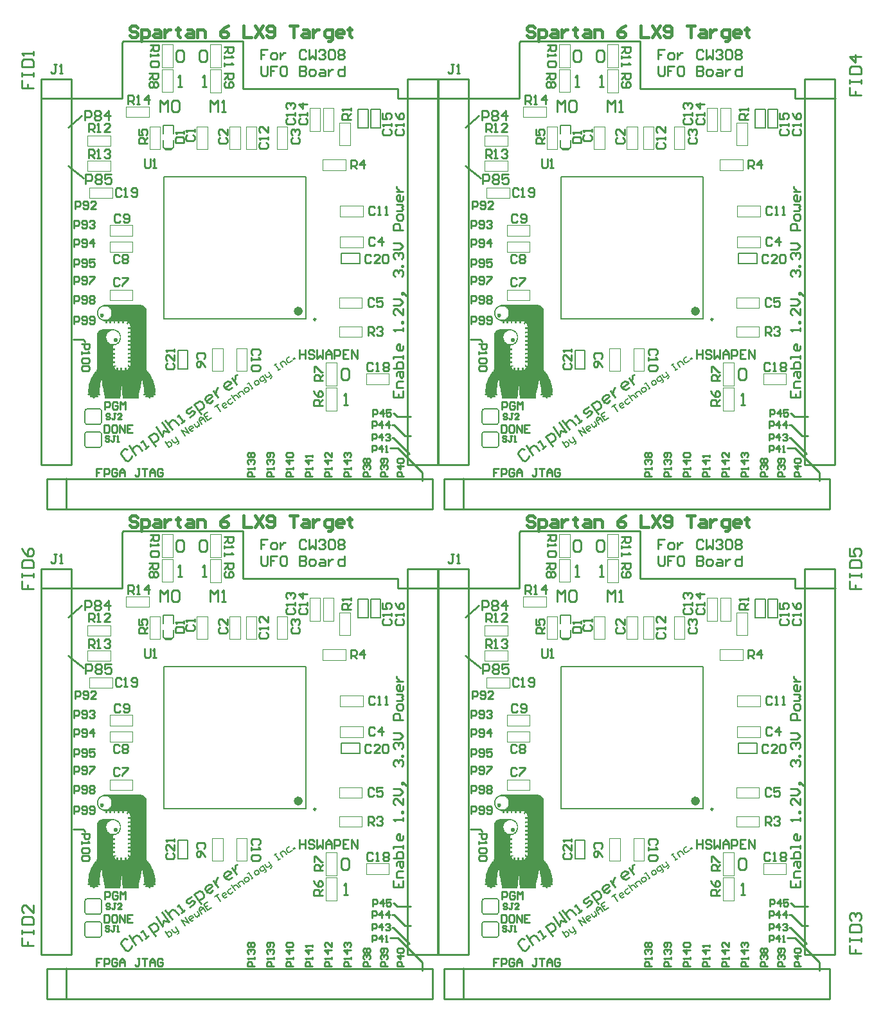
<source format=gto>
G04*
G04 #@! TF.GenerationSoftware,Altium Limited,Altium Designer,18.1.9 (240)*
G04*
G04 Layer_Color=65535*
%FSLAX25Y25*%
%MOIN*%
G70*
G01*
G75*
%ADD20C,0.00800*%
%ADD23C,0.01000*%
%ADD38C,0.00787*%
%ADD39C,0.00984*%
%ADD40C,0.02362*%
%ADD41C,0.00394*%
%ADD42C,0.00500*%
%ADD43C,0.01500*%
G36*
X276981Y378554D02*
X277971D01*
Y378306D01*
X278219D01*
Y378058D01*
X278466D01*
Y377811D01*
X278714D01*
Y377563D01*
X278961D01*
Y377316D01*
X279209D01*
Y377068D01*
Y376821D01*
X279456D01*
Y376573D01*
Y376325D01*
Y376078D01*
X279704D01*
Y375830D01*
Y375583D01*
Y375335D01*
Y375088D01*
Y374840D01*
Y374592D01*
Y374345D01*
Y374097D01*
Y373850D01*
Y373602D01*
Y373355D01*
Y373107D01*
Y372859D01*
Y372612D01*
Y372364D01*
Y372117D01*
Y371869D01*
Y371621D01*
Y371374D01*
Y371126D01*
Y370879D01*
Y370631D01*
Y370384D01*
Y370136D01*
Y369888D01*
Y369641D01*
Y369393D01*
Y369146D01*
Y368898D01*
Y368651D01*
Y368403D01*
Y368156D01*
Y367908D01*
Y367660D01*
Y367413D01*
Y367165D01*
Y366918D01*
Y366670D01*
Y366423D01*
Y366175D01*
Y365927D01*
Y365680D01*
Y365432D01*
Y365185D01*
Y364937D01*
Y364689D01*
Y364442D01*
Y364194D01*
Y363947D01*
Y363699D01*
Y363452D01*
Y363204D01*
Y362957D01*
Y362709D01*
Y362461D01*
Y362214D01*
Y361966D01*
Y361719D01*
Y361471D01*
Y361224D01*
Y360976D01*
Y360728D01*
Y360481D01*
Y360233D01*
Y359986D01*
Y359738D01*
Y359490D01*
Y359243D01*
Y358995D01*
Y358748D01*
Y358500D01*
Y358253D01*
Y358005D01*
Y357757D01*
Y357510D01*
Y357262D01*
Y357015D01*
Y356767D01*
Y356520D01*
Y356272D01*
Y356024D01*
Y355777D01*
Y355529D01*
Y355282D01*
Y355034D01*
Y354786D01*
Y354539D01*
Y354291D01*
Y354044D01*
Y353796D01*
Y353549D01*
Y353301D01*
Y353053D01*
Y352806D01*
Y352558D01*
Y352311D01*
Y352063D01*
Y351816D01*
Y351568D01*
Y351321D01*
Y351073D01*
Y350825D01*
Y350578D01*
Y350330D01*
Y350083D01*
Y349835D01*
Y349587D01*
Y349340D01*
Y349092D01*
Y348845D01*
Y348597D01*
Y348350D01*
Y348102D01*
Y347854D01*
Y347607D01*
Y347359D01*
Y347112D01*
Y346864D01*
Y346617D01*
Y346369D01*
Y346122D01*
Y345874D01*
Y345626D01*
Y345379D01*
Y345131D01*
Y344884D01*
X279952D01*
Y344636D01*
Y344389D01*
X280199D01*
Y344141D01*
X280447D01*
Y343893D01*
X280694D01*
Y343646D01*
X280942D01*
Y343398D01*
Y343151D01*
X281189D01*
Y342903D01*
X281437D01*
Y342655D01*
Y342408D01*
X281685D01*
Y342160D01*
X281932D01*
Y341913D01*
Y341665D01*
X282180D01*
Y341418D01*
Y341170D01*
X282427D01*
Y340922D01*
Y340675D01*
X282675D01*
Y340427D01*
Y340180D01*
X282923D01*
Y339932D01*
Y339685D01*
Y339437D01*
X283170D01*
Y339189D01*
Y338942D01*
X283418D01*
Y338694D01*
Y338447D01*
Y338199D01*
X283665D01*
Y337952D01*
Y337704D01*
Y337456D01*
Y337209D01*
X283913D01*
Y336961D01*
Y336714D01*
Y336466D01*
Y336219D01*
Y335971D01*
Y335723D01*
Y335476D01*
X284160D01*
Y335228D01*
Y334981D01*
Y334733D01*
Y334486D01*
Y334238D01*
Y333990D01*
Y333743D01*
Y333495D01*
Y333248D01*
X283913D01*
Y333000D01*
X284160D01*
Y332752D01*
X284408D01*
Y332505D01*
Y332257D01*
Y332010D01*
X284160D01*
Y331762D01*
X283418D01*
Y332010D01*
X283170D01*
Y331762D01*
Y331515D01*
X283418D01*
Y331267D01*
Y331019D01*
X283170D01*
Y330772D01*
X282180D01*
Y331019D01*
X281932D01*
Y330772D01*
X281685D01*
Y330524D01*
Y330277D01*
X280942D01*
Y330524D01*
X280694D01*
Y330772D01*
X280447D01*
Y331019D01*
X280199D01*
Y330772D01*
X279209D01*
Y331019D01*
X278961D01*
Y331267D01*
Y331515D01*
X279209D01*
Y331762D01*
X278219D01*
Y332010D01*
X277971D01*
Y332257D01*
Y332505D01*
Y332752D01*
X278219D01*
Y333000D01*
X278466D01*
Y333248D01*
X278219D01*
Y333495D01*
Y333743D01*
Y333990D01*
Y334238D01*
Y334486D01*
Y334733D01*
Y334981D01*
Y335228D01*
Y335476D01*
Y335723D01*
Y335971D01*
Y336219D01*
X277971D01*
Y336466D01*
Y336714D01*
Y336961D01*
Y337209D01*
Y337456D01*
Y337704D01*
X277724D01*
Y337952D01*
Y338199D01*
Y338447D01*
Y338694D01*
X277476D01*
Y338942D01*
Y339189D01*
Y339437D01*
X277228D01*
Y339189D01*
X276981D01*
Y338942D01*
Y338694D01*
Y338447D01*
Y338199D01*
Y337952D01*
Y337704D01*
Y337456D01*
X276733D01*
Y337209D01*
Y336961D01*
Y336714D01*
Y336466D01*
X276486D01*
Y336219D01*
Y335971D01*
Y335723D01*
Y335476D01*
X276238D01*
Y335228D01*
Y334981D01*
Y334733D01*
Y334486D01*
X275991D01*
Y334238D01*
Y333990D01*
Y333743D01*
Y333495D01*
Y333248D01*
X275743D01*
Y333000D01*
Y332752D01*
Y332505D01*
Y332257D01*
Y332010D01*
Y331762D01*
Y331515D01*
Y331267D01*
X275495D01*
Y331019D01*
Y330772D01*
Y330524D01*
Y330277D01*
X267325D01*
Y330524D01*
Y330772D01*
Y331019D01*
Y331267D01*
Y331515D01*
Y331762D01*
X267078D01*
Y332010D01*
Y332257D01*
Y332505D01*
Y332752D01*
Y333000D01*
Y333248D01*
Y333495D01*
Y333743D01*
Y333990D01*
Y334238D01*
Y334486D01*
Y334733D01*
Y334981D01*
X266830D01*
Y335228D01*
Y335476D01*
Y335723D01*
Y335971D01*
Y336219D01*
Y336466D01*
Y336714D01*
X266583D01*
Y336466D01*
Y336219D01*
Y335971D01*
Y335723D01*
Y335476D01*
Y335228D01*
Y334981D01*
Y334733D01*
Y334486D01*
X266335D01*
Y334238D01*
Y333990D01*
Y333743D01*
Y333495D01*
Y333248D01*
Y333000D01*
Y332752D01*
Y332505D01*
Y332257D01*
Y332010D01*
Y331762D01*
Y331515D01*
Y331267D01*
X266088D01*
Y331019D01*
Y330772D01*
Y330524D01*
Y330277D01*
X257918D01*
Y330524D01*
Y330772D01*
Y331019D01*
Y331267D01*
Y331515D01*
Y331762D01*
X257670D01*
Y332010D01*
Y332257D01*
Y332505D01*
Y332752D01*
Y333000D01*
Y333248D01*
Y333495D01*
X257422D01*
Y333743D01*
Y333990D01*
Y334238D01*
Y334486D01*
X257175D01*
Y334733D01*
Y334981D01*
Y335228D01*
Y335476D01*
X256927D01*
Y335723D01*
Y335971D01*
Y336219D01*
Y336466D01*
Y336714D01*
X256680D01*
Y336961D01*
Y337209D01*
Y337456D01*
Y337704D01*
X256432D01*
Y337952D01*
Y338199D01*
Y338447D01*
Y338694D01*
Y338942D01*
Y339189D01*
Y339437D01*
X255937D01*
Y339189D01*
Y338942D01*
Y338694D01*
Y338447D01*
X255689D01*
Y338199D01*
Y337952D01*
Y337704D01*
Y337456D01*
X255442D01*
Y337209D01*
Y336961D01*
Y336714D01*
Y336466D01*
Y336219D01*
Y335971D01*
X255194D01*
Y335723D01*
Y335476D01*
Y335228D01*
Y334981D01*
Y334733D01*
Y334486D01*
Y334238D01*
Y333990D01*
Y333743D01*
Y333495D01*
Y333248D01*
Y333000D01*
Y332752D01*
X255442D01*
Y332505D01*
Y332257D01*
Y332010D01*
X255194D01*
Y331762D01*
X254204D01*
Y331515D01*
X254452D01*
Y331267D01*
Y331019D01*
X254204D01*
Y330772D01*
X253214D01*
Y331019D01*
X252966D01*
Y330772D01*
Y330524D01*
X252719D01*
Y330277D01*
X251976D01*
Y330524D01*
X251728D01*
Y330772D01*
Y331019D01*
X251233D01*
Y330772D01*
X250243D01*
Y331019D01*
Y331267D01*
Y331515D01*
Y331762D01*
Y332010D01*
X249995D01*
Y331762D01*
X249253D01*
Y332010D01*
Y332257D01*
X249005D01*
Y332505D01*
Y332752D01*
X249253D01*
Y333000D01*
X249500D01*
Y333248D01*
X249253D01*
Y333495D01*
Y333743D01*
Y333990D01*
Y334238D01*
Y334486D01*
Y334733D01*
Y334981D01*
Y335228D01*
X249500D01*
Y335476D01*
Y335723D01*
Y335971D01*
Y336219D01*
Y336466D01*
Y336714D01*
Y336961D01*
X249748D01*
Y337209D01*
Y337456D01*
Y337704D01*
Y337952D01*
X249995D01*
Y338199D01*
Y338447D01*
Y338694D01*
X250243D01*
Y338942D01*
Y339189D01*
Y339437D01*
X250490D01*
Y339685D01*
Y339932D01*
Y340180D01*
X250738D01*
Y340427D01*
Y340675D01*
X250986D01*
Y340922D01*
Y341170D01*
X251233D01*
Y341418D01*
Y341665D01*
X251481D01*
Y341913D01*
X251728D01*
Y342160D01*
Y342408D01*
X251976D01*
Y342655D01*
Y342903D01*
X252223D01*
Y343151D01*
X252471D01*
Y343398D01*
X252719D01*
Y343646D01*
Y343893D01*
X252966D01*
Y344141D01*
X253214D01*
Y344389D01*
X253461D01*
Y344636D01*
X253709D01*
Y344884D01*
Y345131D01*
X253956D01*
Y345379D01*
Y345626D01*
Y345874D01*
Y346122D01*
Y346369D01*
Y346617D01*
Y346864D01*
Y347112D01*
Y347359D01*
Y347607D01*
Y347854D01*
Y348102D01*
Y348350D01*
Y348597D01*
Y348845D01*
Y349092D01*
Y349340D01*
Y349587D01*
Y349835D01*
Y350083D01*
Y350330D01*
Y350578D01*
Y350825D01*
Y351073D01*
Y351321D01*
Y351568D01*
Y351816D01*
Y352063D01*
Y352311D01*
Y352558D01*
Y352806D01*
Y353053D01*
Y353301D01*
Y353549D01*
Y353796D01*
Y354044D01*
Y354291D01*
Y354539D01*
Y354786D01*
Y355034D01*
Y355282D01*
Y355529D01*
Y355777D01*
Y356024D01*
Y356272D01*
Y356520D01*
Y356767D01*
Y357015D01*
Y357262D01*
Y357510D01*
Y357757D01*
Y358005D01*
Y358253D01*
Y358500D01*
Y358748D01*
Y358995D01*
Y359243D01*
Y359490D01*
Y359738D01*
Y359986D01*
Y360233D01*
Y360481D01*
Y360728D01*
Y360976D01*
Y361224D01*
Y361471D01*
Y361719D01*
Y361966D01*
Y362214D01*
Y362461D01*
Y362709D01*
Y362957D01*
Y363204D01*
Y363452D01*
Y363699D01*
Y363947D01*
Y364194D01*
X254204D01*
Y364442D01*
Y364689D01*
X254452D01*
Y364937D01*
X254699D01*
Y365185D01*
X254947D01*
Y365432D01*
X255194D01*
Y365680D01*
X255689D01*
Y365927D01*
X256432D01*
Y366175D01*
X262869D01*
Y365927D01*
X263859D01*
Y365680D01*
X264354D01*
Y365432D01*
X264602D01*
Y365185D01*
X265097D01*
Y364937D01*
X265345D01*
Y364689D01*
X265592D01*
Y364442D01*
Y364194D01*
X265840D01*
Y363947D01*
X266088D01*
Y363699D01*
Y363452D01*
Y363204D01*
X266335D01*
Y362957D01*
Y362709D01*
Y362461D01*
Y362214D01*
Y361966D01*
Y361719D01*
Y361471D01*
Y361224D01*
Y360976D01*
Y360728D01*
X266088D01*
Y360481D01*
Y360233D01*
Y359986D01*
X265840D01*
Y359738D01*
X265592D01*
Y359490D01*
Y359243D01*
X265345D01*
Y358995D01*
X265097D01*
Y358748D01*
X264850D01*
Y358500D01*
X264354D01*
Y358253D01*
X263859D01*
Y358005D01*
X263364D01*
Y357757D01*
X262621D01*
Y357510D01*
X262374D01*
Y357262D01*
X262126D01*
Y357015D01*
Y356767D01*
Y356520D01*
Y356272D01*
X263364D01*
Y356024D01*
Y355777D01*
Y355529D01*
Y355282D01*
X262126D01*
Y355034D01*
Y354786D01*
Y354539D01*
Y354291D01*
Y354044D01*
X263364D01*
Y353796D01*
Y353549D01*
Y353301D01*
Y353053D01*
X262126D01*
Y352806D01*
Y352558D01*
Y352311D01*
Y352063D01*
Y351816D01*
X263364D01*
Y351568D01*
Y351321D01*
Y351073D01*
Y350825D01*
X262126D01*
Y350578D01*
Y350330D01*
Y350083D01*
Y349835D01*
Y349587D01*
X263364D01*
Y349340D01*
Y349092D01*
Y348845D01*
Y348597D01*
X262126D01*
Y348350D01*
Y348102D01*
Y347854D01*
Y347607D01*
X262374D01*
Y347359D01*
X262869D01*
Y347607D01*
X263117D01*
Y347854D01*
X263364D01*
Y347607D01*
Y347359D01*
X263612D01*
Y347112D01*
X263859D01*
Y346864D01*
X263364D01*
Y346617D01*
X262869D01*
Y346369D01*
Y346122D01*
X263117D01*
Y345874D01*
X263364D01*
Y345626D01*
X263612D01*
Y345379D01*
X263859D01*
Y345626D01*
Y345874D01*
Y346122D01*
X264850D01*
Y345874D01*
Y345626D01*
Y345379D01*
Y345131D01*
Y344884D01*
X266088D01*
Y345131D01*
Y345379D01*
Y345626D01*
Y345874D01*
Y346122D01*
X267078D01*
Y345874D01*
Y345626D01*
Y345379D01*
Y345131D01*
Y344884D01*
X268316D01*
Y345131D01*
Y345379D01*
Y345626D01*
Y345874D01*
Y346122D01*
X269306D01*
Y345874D01*
Y345626D01*
Y345379D01*
X269801D01*
Y345626D01*
X270049D01*
Y345874D01*
X270296D01*
Y346122D01*
X270544D01*
Y346369D01*
Y346617D01*
X270049D01*
Y346864D01*
X269801D01*
Y347112D01*
Y347359D01*
X270049D01*
Y347607D01*
Y347854D01*
X270296D01*
Y347607D01*
X270544D01*
Y347359D01*
X271287D01*
Y347607D01*
Y347854D01*
Y348102D01*
Y348350D01*
Y348597D01*
Y348845D01*
X270049D01*
Y349092D01*
Y349340D01*
Y349587D01*
Y349835D01*
X271287D01*
Y350083D01*
Y350330D01*
Y350578D01*
Y350825D01*
Y351073D01*
X270049D01*
Y351321D01*
Y351568D01*
Y351816D01*
Y352063D01*
X271287D01*
Y352311D01*
Y352558D01*
Y352806D01*
Y353053D01*
Y353301D01*
X270296D01*
Y353053D01*
X270049D01*
Y353301D01*
Y353549D01*
Y353796D01*
Y354044D01*
X271287D01*
Y354291D01*
Y354539D01*
Y354786D01*
Y355034D01*
Y355282D01*
X270049D01*
Y355529D01*
Y355777D01*
Y356024D01*
Y356272D01*
X271287D01*
Y356520D01*
Y356767D01*
Y357015D01*
Y357262D01*
Y357510D01*
X270049D01*
Y357757D01*
Y358005D01*
Y358253D01*
Y358500D01*
X271287D01*
Y358748D01*
Y358995D01*
Y359243D01*
Y359490D01*
Y359738D01*
X270049D01*
Y359986D01*
Y360233D01*
Y360481D01*
Y360728D01*
X271287D01*
Y360976D01*
Y361224D01*
Y361471D01*
Y361719D01*
Y361966D01*
X270049D01*
Y362214D01*
Y362461D01*
Y362709D01*
Y362957D01*
X271287D01*
Y363204D01*
Y363452D01*
Y363699D01*
Y363947D01*
Y364194D01*
X270296D01*
Y363947D01*
X270049D01*
Y364194D01*
Y364442D01*
Y364689D01*
Y364937D01*
X271287D01*
Y365185D01*
Y365432D01*
Y365680D01*
Y365927D01*
Y366175D01*
X270049D01*
Y366423D01*
Y366670D01*
Y366918D01*
Y367165D01*
X271287D01*
Y367413D01*
Y367660D01*
Y367908D01*
X271039D01*
Y368156D01*
Y368403D01*
Y368651D01*
X270791D01*
Y368898D01*
X270544D01*
Y369146D01*
X270049D01*
Y368898D01*
X269801D01*
Y368651D01*
X269553D01*
Y368898D01*
X269306D01*
Y369146D01*
X269058D01*
Y369393D01*
X269306D01*
Y369641D01*
X269553D01*
Y369888D01*
Y370136D01*
X269058D01*
Y370384D01*
X267821D01*
Y370136D01*
Y369888D01*
Y369641D01*
Y369393D01*
X267078D01*
Y369146D01*
X266830D01*
Y369393D01*
Y369641D01*
Y369888D01*
Y370136D01*
Y370384D01*
X265592D01*
Y370136D01*
Y369888D01*
Y369641D01*
Y369393D01*
X264850D01*
Y369146D01*
X264602D01*
Y369393D01*
Y369641D01*
Y369888D01*
Y370136D01*
Y370384D01*
X263364D01*
Y370136D01*
Y369888D01*
Y369641D01*
Y369393D01*
X262621D01*
Y369641D01*
Y369888D01*
Y370136D01*
Y370384D01*
X261384D01*
Y370136D01*
Y369888D01*
Y369641D01*
Y369393D01*
Y369146D01*
X261136D01*
Y369393D01*
X260393D01*
Y369641D01*
Y369888D01*
Y370136D01*
Y370384D01*
X259156D01*
Y370136D01*
Y369888D01*
Y369641D01*
Y369393D01*
Y369146D01*
X258908D01*
Y369393D01*
X258165D01*
Y369641D01*
Y369888D01*
Y370136D01*
Y370384D01*
X257175D01*
Y370631D01*
X256432D01*
Y370879D01*
X255937D01*
Y371126D01*
X255442D01*
Y371374D01*
X255194D01*
Y371621D01*
X254947D01*
Y371869D01*
X254699D01*
Y372117D01*
X254452D01*
Y372364D01*
Y372612D01*
X254204D01*
Y372859D01*
Y373107D01*
X253956D01*
Y373355D01*
Y373602D01*
Y373850D01*
Y374097D01*
Y374345D01*
Y374592D01*
Y374840D01*
Y375088D01*
Y375335D01*
Y375583D01*
Y375830D01*
Y376078D01*
X254204D01*
Y376325D01*
Y376573D01*
X254452D01*
Y376821D01*
Y377068D01*
X254699D01*
Y377316D01*
X254947D01*
Y377563D01*
X255194D01*
Y377811D01*
X255442D01*
Y378058D01*
X255937D01*
Y378306D01*
X256432D01*
Y378554D01*
X257175D01*
Y378801D01*
X276981D01*
Y378554D01*
D02*
G37*
G36*
X70981D02*
X71971D01*
Y378306D01*
X72219D01*
Y378058D01*
X72466D01*
Y377811D01*
X72714D01*
Y377563D01*
X72961D01*
Y377316D01*
X73209D01*
Y377068D01*
Y376821D01*
X73457D01*
Y376573D01*
Y376325D01*
Y376078D01*
X73704D01*
Y375830D01*
Y375583D01*
Y375335D01*
Y375088D01*
Y374840D01*
Y374592D01*
Y374345D01*
Y374097D01*
Y373850D01*
Y373602D01*
Y373355D01*
Y373107D01*
Y372859D01*
Y372612D01*
Y372364D01*
Y372117D01*
Y371869D01*
Y371621D01*
Y371374D01*
Y371126D01*
Y370879D01*
Y370631D01*
Y370384D01*
Y370136D01*
Y369888D01*
Y369641D01*
Y369393D01*
Y369146D01*
Y368898D01*
Y368651D01*
Y368403D01*
Y368156D01*
Y367908D01*
Y367660D01*
Y367413D01*
Y367165D01*
Y366918D01*
Y366670D01*
Y366423D01*
Y366175D01*
Y365927D01*
Y365680D01*
Y365432D01*
Y365185D01*
Y364937D01*
Y364689D01*
Y364442D01*
Y364194D01*
Y363947D01*
Y363699D01*
Y363452D01*
Y363204D01*
Y362957D01*
Y362709D01*
Y362461D01*
Y362214D01*
Y361966D01*
Y361719D01*
Y361471D01*
Y361224D01*
Y360976D01*
Y360728D01*
Y360481D01*
Y360233D01*
Y359986D01*
Y359738D01*
Y359490D01*
Y359243D01*
Y358995D01*
Y358748D01*
Y358500D01*
Y358253D01*
Y358005D01*
Y357757D01*
Y357510D01*
Y357262D01*
Y357015D01*
Y356767D01*
Y356520D01*
Y356272D01*
Y356024D01*
Y355777D01*
Y355529D01*
Y355282D01*
Y355034D01*
Y354786D01*
Y354539D01*
Y354291D01*
Y354044D01*
Y353796D01*
Y353549D01*
Y353301D01*
Y353053D01*
Y352806D01*
Y352558D01*
Y352311D01*
Y352063D01*
Y351816D01*
Y351568D01*
Y351321D01*
Y351073D01*
Y350825D01*
Y350578D01*
Y350330D01*
Y350083D01*
Y349835D01*
Y349587D01*
Y349340D01*
Y349092D01*
Y348845D01*
Y348597D01*
Y348350D01*
Y348102D01*
Y347854D01*
Y347607D01*
Y347359D01*
Y347112D01*
Y346864D01*
Y346617D01*
Y346369D01*
Y346122D01*
Y345874D01*
Y345626D01*
Y345379D01*
Y345131D01*
Y344884D01*
X73952D01*
Y344636D01*
Y344389D01*
X74199D01*
Y344141D01*
X74447D01*
Y343893D01*
X74694D01*
Y343646D01*
X74942D01*
Y343398D01*
Y343151D01*
X75190D01*
Y342903D01*
X75437D01*
Y342655D01*
Y342408D01*
X75685D01*
Y342160D01*
X75932D01*
Y341913D01*
Y341665D01*
X76180D01*
Y341418D01*
Y341170D01*
X76427D01*
Y340922D01*
Y340675D01*
X76675D01*
Y340427D01*
Y340180D01*
X76923D01*
Y339932D01*
Y339685D01*
Y339437D01*
X77170D01*
Y339189D01*
Y338942D01*
X77418D01*
Y338694D01*
Y338447D01*
Y338199D01*
X77665D01*
Y337952D01*
Y337704D01*
Y337456D01*
Y337209D01*
X77913D01*
Y336961D01*
Y336714D01*
Y336466D01*
Y336219D01*
Y335971D01*
Y335723D01*
Y335476D01*
X78160D01*
Y335228D01*
Y334981D01*
Y334733D01*
Y334486D01*
Y334238D01*
Y333990D01*
Y333743D01*
Y333495D01*
Y333248D01*
X77913D01*
Y333000D01*
X78160D01*
Y332752D01*
X78408D01*
Y332505D01*
Y332257D01*
Y332010D01*
X78160D01*
Y331762D01*
X77418D01*
Y332010D01*
X77170D01*
Y331762D01*
Y331515D01*
X77418D01*
Y331267D01*
Y331019D01*
X77170D01*
Y330772D01*
X76180D01*
Y331019D01*
X75932D01*
Y330772D01*
X75685D01*
Y330524D01*
Y330277D01*
X74942D01*
Y330524D01*
X74694D01*
Y330772D01*
X74447D01*
Y331019D01*
X74199D01*
Y330772D01*
X73209D01*
Y331019D01*
X72961D01*
Y331267D01*
Y331515D01*
X73209D01*
Y331762D01*
X72219D01*
Y332010D01*
X71971D01*
Y332257D01*
Y332505D01*
Y332752D01*
X72219D01*
Y333000D01*
X72466D01*
Y333248D01*
X72219D01*
Y333495D01*
Y333743D01*
Y333990D01*
Y334238D01*
Y334486D01*
Y334733D01*
Y334981D01*
Y335228D01*
Y335476D01*
Y335723D01*
Y335971D01*
Y336219D01*
X71971D01*
Y336466D01*
Y336714D01*
Y336961D01*
Y337209D01*
Y337456D01*
Y337704D01*
X71724D01*
Y337952D01*
Y338199D01*
Y338447D01*
Y338694D01*
X71476D01*
Y338942D01*
Y339189D01*
Y339437D01*
X71228D01*
Y339189D01*
X70981D01*
Y338942D01*
Y338694D01*
Y338447D01*
Y338199D01*
Y337952D01*
Y337704D01*
Y337456D01*
X70733D01*
Y337209D01*
Y336961D01*
Y336714D01*
Y336466D01*
X70486D01*
Y336219D01*
Y335971D01*
Y335723D01*
Y335476D01*
X70238D01*
Y335228D01*
Y334981D01*
Y334733D01*
Y334486D01*
X69990D01*
Y334238D01*
Y333990D01*
Y333743D01*
Y333495D01*
Y333248D01*
X69743D01*
Y333000D01*
Y332752D01*
Y332505D01*
Y332257D01*
Y332010D01*
Y331762D01*
Y331515D01*
Y331267D01*
X69495D01*
Y331019D01*
Y330772D01*
Y330524D01*
Y330277D01*
X61325D01*
Y330524D01*
Y330772D01*
Y331019D01*
Y331267D01*
Y331515D01*
Y331762D01*
X61078D01*
Y332010D01*
Y332257D01*
Y332505D01*
Y332752D01*
Y333000D01*
Y333248D01*
Y333495D01*
Y333743D01*
Y333990D01*
Y334238D01*
Y334486D01*
Y334733D01*
Y334981D01*
X60830D01*
Y335228D01*
Y335476D01*
Y335723D01*
Y335971D01*
Y336219D01*
Y336466D01*
Y336714D01*
X60583D01*
Y336466D01*
Y336219D01*
Y335971D01*
Y335723D01*
Y335476D01*
Y335228D01*
Y334981D01*
Y334733D01*
Y334486D01*
X60335D01*
Y334238D01*
Y333990D01*
Y333743D01*
Y333495D01*
Y333248D01*
Y333000D01*
Y332752D01*
Y332505D01*
Y332257D01*
Y332010D01*
Y331762D01*
Y331515D01*
Y331267D01*
X60088D01*
Y331019D01*
Y330772D01*
Y330524D01*
Y330277D01*
X51918D01*
Y330524D01*
Y330772D01*
Y331019D01*
Y331267D01*
Y331515D01*
Y331762D01*
X51670D01*
Y332010D01*
Y332257D01*
Y332505D01*
Y332752D01*
Y333000D01*
Y333248D01*
Y333495D01*
X51423D01*
Y333743D01*
Y333990D01*
Y334238D01*
Y334486D01*
X51175D01*
Y334733D01*
Y334981D01*
Y335228D01*
Y335476D01*
X50927D01*
Y335723D01*
Y335971D01*
Y336219D01*
Y336466D01*
Y336714D01*
X50680D01*
Y336961D01*
Y337209D01*
Y337456D01*
Y337704D01*
X50432D01*
Y337952D01*
Y338199D01*
Y338447D01*
Y338694D01*
Y338942D01*
Y339189D01*
Y339437D01*
X49937D01*
Y339189D01*
Y338942D01*
Y338694D01*
Y338447D01*
X49689D01*
Y338199D01*
Y337952D01*
Y337704D01*
Y337456D01*
X49442D01*
Y337209D01*
Y336961D01*
Y336714D01*
Y336466D01*
Y336219D01*
Y335971D01*
X49194D01*
Y335723D01*
Y335476D01*
Y335228D01*
Y334981D01*
Y334733D01*
Y334486D01*
Y334238D01*
Y333990D01*
Y333743D01*
Y333495D01*
Y333248D01*
Y333000D01*
Y332752D01*
X49442D01*
Y332505D01*
Y332257D01*
Y332010D01*
X49194D01*
Y331762D01*
X48204D01*
Y331515D01*
X48452D01*
Y331267D01*
Y331019D01*
X48204D01*
Y330772D01*
X47214D01*
Y331019D01*
X46966D01*
Y330772D01*
Y330524D01*
X46719D01*
Y330277D01*
X45976D01*
Y330524D01*
X45728D01*
Y330772D01*
Y331019D01*
X45233D01*
Y330772D01*
X44243D01*
Y331019D01*
Y331267D01*
Y331515D01*
Y331762D01*
Y332010D01*
X43995D01*
Y331762D01*
X43253D01*
Y332010D01*
Y332257D01*
X43005D01*
Y332505D01*
Y332752D01*
X43253D01*
Y333000D01*
X43500D01*
Y333248D01*
X43253D01*
Y333495D01*
Y333743D01*
Y333990D01*
Y334238D01*
Y334486D01*
Y334733D01*
Y334981D01*
Y335228D01*
X43500D01*
Y335476D01*
Y335723D01*
Y335971D01*
Y336219D01*
Y336466D01*
Y336714D01*
Y336961D01*
X43748D01*
Y337209D01*
Y337456D01*
Y337704D01*
Y337952D01*
X43995D01*
Y338199D01*
Y338447D01*
Y338694D01*
X44243D01*
Y338942D01*
Y339189D01*
Y339437D01*
X44490D01*
Y339685D01*
Y339932D01*
Y340180D01*
X44738D01*
Y340427D01*
Y340675D01*
X44986D01*
Y340922D01*
Y341170D01*
X45233D01*
Y341418D01*
Y341665D01*
X45481D01*
Y341913D01*
X45728D01*
Y342160D01*
Y342408D01*
X45976D01*
Y342655D01*
Y342903D01*
X46223D01*
Y343151D01*
X46471D01*
Y343398D01*
X46719D01*
Y343646D01*
Y343893D01*
X46966D01*
Y344141D01*
X47214D01*
Y344389D01*
X47461D01*
Y344636D01*
X47709D01*
Y344884D01*
Y345131D01*
X47956D01*
Y345379D01*
Y345626D01*
Y345874D01*
Y346122D01*
Y346369D01*
Y346617D01*
Y346864D01*
Y347112D01*
Y347359D01*
Y347607D01*
Y347854D01*
Y348102D01*
Y348350D01*
Y348597D01*
Y348845D01*
Y349092D01*
Y349340D01*
Y349587D01*
Y349835D01*
Y350083D01*
Y350330D01*
Y350578D01*
Y350825D01*
Y351073D01*
Y351321D01*
Y351568D01*
Y351816D01*
Y352063D01*
Y352311D01*
Y352558D01*
Y352806D01*
Y353053D01*
Y353301D01*
Y353549D01*
Y353796D01*
Y354044D01*
Y354291D01*
Y354539D01*
Y354786D01*
Y355034D01*
Y355282D01*
Y355529D01*
Y355777D01*
Y356024D01*
Y356272D01*
Y356520D01*
Y356767D01*
Y357015D01*
Y357262D01*
Y357510D01*
Y357757D01*
Y358005D01*
Y358253D01*
Y358500D01*
Y358748D01*
Y358995D01*
Y359243D01*
Y359490D01*
Y359738D01*
Y359986D01*
Y360233D01*
Y360481D01*
Y360728D01*
Y360976D01*
Y361224D01*
Y361471D01*
Y361719D01*
Y361966D01*
Y362214D01*
Y362461D01*
Y362709D01*
Y362957D01*
Y363204D01*
Y363452D01*
Y363699D01*
Y363947D01*
Y364194D01*
X48204D01*
Y364442D01*
Y364689D01*
X48452D01*
Y364937D01*
X48699D01*
Y365185D01*
X48947D01*
Y365432D01*
X49194D01*
Y365680D01*
X49689D01*
Y365927D01*
X50432D01*
Y366175D01*
X56869D01*
Y365927D01*
X57859D01*
Y365680D01*
X58355D01*
Y365432D01*
X58602D01*
Y365185D01*
X59097D01*
Y364937D01*
X59345D01*
Y364689D01*
X59592D01*
Y364442D01*
Y364194D01*
X59840D01*
Y363947D01*
X60088D01*
Y363699D01*
Y363452D01*
Y363204D01*
X60335D01*
Y362957D01*
Y362709D01*
Y362461D01*
Y362214D01*
Y361966D01*
Y361719D01*
Y361471D01*
Y361224D01*
Y360976D01*
Y360728D01*
X60088D01*
Y360481D01*
Y360233D01*
Y359986D01*
X59840D01*
Y359738D01*
X59592D01*
Y359490D01*
Y359243D01*
X59345D01*
Y358995D01*
X59097D01*
Y358748D01*
X58850D01*
Y358500D01*
X58355D01*
Y358253D01*
X57859D01*
Y358005D01*
X57364D01*
Y357757D01*
X56621D01*
Y357510D01*
X56374D01*
Y357262D01*
X56126D01*
Y357015D01*
Y356767D01*
Y356520D01*
Y356272D01*
X57364D01*
Y356024D01*
Y355777D01*
Y355529D01*
Y355282D01*
X56126D01*
Y355034D01*
Y354786D01*
Y354539D01*
Y354291D01*
Y354044D01*
X57364D01*
Y353796D01*
Y353549D01*
Y353301D01*
Y353053D01*
X56126D01*
Y352806D01*
Y352558D01*
Y352311D01*
Y352063D01*
Y351816D01*
X57364D01*
Y351568D01*
Y351321D01*
Y351073D01*
Y350825D01*
X56126D01*
Y350578D01*
Y350330D01*
Y350083D01*
Y349835D01*
Y349587D01*
X57364D01*
Y349340D01*
Y349092D01*
Y348845D01*
Y348597D01*
X56126D01*
Y348350D01*
Y348102D01*
Y347854D01*
Y347607D01*
X56374D01*
Y347359D01*
X56869D01*
Y347607D01*
X57117D01*
Y347854D01*
X57364D01*
Y347607D01*
Y347359D01*
X57612D01*
Y347112D01*
X57859D01*
Y346864D01*
X57364D01*
Y346617D01*
X56869D01*
Y346369D01*
Y346122D01*
X57117D01*
Y345874D01*
X57364D01*
Y345626D01*
X57612D01*
Y345379D01*
X57859D01*
Y345626D01*
Y345874D01*
Y346122D01*
X58850D01*
Y345874D01*
Y345626D01*
Y345379D01*
Y345131D01*
Y344884D01*
X60088D01*
Y345131D01*
Y345379D01*
Y345626D01*
Y345874D01*
Y346122D01*
X61078D01*
Y345874D01*
Y345626D01*
Y345379D01*
Y345131D01*
Y344884D01*
X62316D01*
Y345131D01*
Y345379D01*
Y345626D01*
Y345874D01*
Y346122D01*
X63306D01*
Y345874D01*
Y345626D01*
Y345379D01*
X63801D01*
Y345626D01*
X64049D01*
Y345874D01*
X64296D01*
Y346122D01*
X64544D01*
Y346369D01*
Y346617D01*
X64049D01*
Y346864D01*
X63801D01*
Y347112D01*
Y347359D01*
X64049D01*
Y347607D01*
Y347854D01*
X64296D01*
Y347607D01*
X64544D01*
Y347359D01*
X65286D01*
Y347607D01*
Y347854D01*
Y348102D01*
Y348350D01*
Y348597D01*
Y348845D01*
X64049D01*
Y349092D01*
Y349340D01*
Y349587D01*
Y349835D01*
X65286D01*
Y350083D01*
Y350330D01*
Y350578D01*
Y350825D01*
Y351073D01*
X64049D01*
Y351321D01*
Y351568D01*
Y351816D01*
Y352063D01*
X65286D01*
Y352311D01*
Y352558D01*
Y352806D01*
Y353053D01*
Y353301D01*
X64296D01*
Y353053D01*
X64049D01*
Y353301D01*
Y353549D01*
Y353796D01*
Y354044D01*
X65286D01*
Y354291D01*
Y354539D01*
Y354786D01*
Y355034D01*
Y355282D01*
X64049D01*
Y355529D01*
Y355777D01*
Y356024D01*
Y356272D01*
X65286D01*
Y356520D01*
Y356767D01*
Y357015D01*
Y357262D01*
Y357510D01*
X64049D01*
Y357757D01*
Y358005D01*
Y358253D01*
Y358500D01*
X65286D01*
Y358748D01*
Y358995D01*
Y359243D01*
Y359490D01*
Y359738D01*
X64049D01*
Y359986D01*
Y360233D01*
Y360481D01*
Y360728D01*
X65286D01*
Y360976D01*
Y361224D01*
Y361471D01*
Y361719D01*
Y361966D01*
X64049D01*
Y362214D01*
Y362461D01*
Y362709D01*
Y362957D01*
X65286D01*
Y363204D01*
Y363452D01*
Y363699D01*
Y363947D01*
Y364194D01*
X64296D01*
Y363947D01*
X64049D01*
Y364194D01*
Y364442D01*
Y364689D01*
Y364937D01*
X65286D01*
Y365185D01*
Y365432D01*
Y365680D01*
Y365927D01*
Y366175D01*
X64049D01*
Y366423D01*
Y366670D01*
Y366918D01*
Y367165D01*
X65286D01*
Y367413D01*
Y367660D01*
Y367908D01*
X65039D01*
Y368156D01*
Y368403D01*
Y368651D01*
X64791D01*
Y368898D01*
X64544D01*
Y369146D01*
X64049D01*
Y368898D01*
X63801D01*
Y368651D01*
X63554D01*
Y368898D01*
X63306D01*
Y369146D01*
X63058D01*
Y369393D01*
X63306D01*
Y369641D01*
X63554D01*
Y369888D01*
Y370136D01*
X63058D01*
Y370384D01*
X61821D01*
Y370136D01*
Y369888D01*
Y369641D01*
Y369393D01*
X61078D01*
Y369146D01*
X60830D01*
Y369393D01*
Y369641D01*
Y369888D01*
Y370136D01*
Y370384D01*
X59592D01*
Y370136D01*
Y369888D01*
Y369641D01*
Y369393D01*
X58850D01*
Y369146D01*
X58602D01*
Y369393D01*
Y369641D01*
Y369888D01*
Y370136D01*
Y370384D01*
X57364D01*
Y370136D01*
Y369888D01*
Y369641D01*
Y369393D01*
X56621D01*
Y369641D01*
Y369888D01*
Y370136D01*
Y370384D01*
X55384D01*
Y370136D01*
Y369888D01*
Y369641D01*
Y369393D01*
Y369146D01*
X55136D01*
Y369393D01*
X54393D01*
Y369641D01*
Y369888D01*
Y370136D01*
Y370384D01*
X53155D01*
Y370136D01*
Y369888D01*
Y369641D01*
Y369393D01*
Y369146D01*
X52908D01*
Y369393D01*
X52165D01*
Y369641D01*
Y369888D01*
Y370136D01*
Y370384D01*
X51175D01*
Y370631D01*
X50432D01*
Y370879D01*
X49937D01*
Y371126D01*
X49442D01*
Y371374D01*
X49194D01*
Y371621D01*
X48947D01*
Y371869D01*
X48699D01*
Y372117D01*
X48452D01*
Y372364D01*
Y372612D01*
X48204D01*
Y372859D01*
Y373107D01*
X47956D01*
Y373355D01*
Y373602D01*
Y373850D01*
Y374097D01*
Y374345D01*
Y374592D01*
Y374840D01*
Y375088D01*
Y375335D01*
Y375583D01*
Y375830D01*
Y376078D01*
X48204D01*
Y376325D01*
Y376573D01*
X48452D01*
Y376821D01*
Y377068D01*
X48699D01*
Y377316D01*
X48947D01*
Y377563D01*
X49194D01*
Y377811D01*
X49442D01*
Y378058D01*
X49937D01*
Y378306D01*
X50432D01*
Y378554D01*
X51175D01*
Y378801D01*
X70981D01*
Y378554D01*
D02*
G37*
G36*
X276981Y124554D02*
X277971D01*
Y124306D01*
X278219D01*
Y124058D01*
X278466D01*
Y123811D01*
X278714D01*
Y123563D01*
X278961D01*
Y123316D01*
X279209D01*
Y123068D01*
Y122821D01*
X279456D01*
Y122573D01*
Y122325D01*
Y122078D01*
X279704D01*
Y121830D01*
Y121583D01*
Y121335D01*
Y121088D01*
Y120840D01*
Y120592D01*
Y120345D01*
Y120097D01*
Y119850D01*
Y119602D01*
Y119354D01*
Y119107D01*
Y118859D01*
Y118612D01*
Y118364D01*
Y118117D01*
Y117869D01*
Y117622D01*
Y117374D01*
Y117126D01*
Y116879D01*
Y116631D01*
Y116384D01*
Y116136D01*
Y115889D01*
Y115641D01*
Y115393D01*
Y115146D01*
Y114898D01*
Y114651D01*
Y114403D01*
Y114155D01*
Y113908D01*
Y113660D01*
Y113413D01*
Y113165D01*
Y112918D01*
Y112670D01*
Y112423D01*
Y112175D01*
Y111927D01*
Y111680D01*
Y111432D01*
Y111185D01*
Y110937D01*
Y110689D01*
Y110442D01*
Y110194D01*
Y109947D01*
Y109699D01*
Y109452D01*
Y109204D01*
Y108957D01*
Y108709D01*
Y108461D01*
Y108214D01*
Y107966D01*
Y107719D01*
Y107471D01*
Y107223D01*
Y106976D01*
Y106728D01*
Y106481D01*
Y106233D01*
Y105986D01*
Y105738D01*
Y105490D01*
Y105243D01*
Y104995D01*
Y104748D01*
Y104500D01*
Y104253D01*
Y104005D01*
Y103757D01*
Y103510D01*
Y103262D01*
Y103015D01*
Y102767D01*
Y102520D01*
Y102272D01*
Y102024D01*
Y101777D01*
Y101529D01*
Y101282D01*
Y101034D01*
Y100786D01*
Y100539D01*
Y100291D01*
Y100044D01*
Y99796D01*
Y99549D01*
Y99301D01*
Y99054D01*
Y98806D01*
Y98558D01*
Y98311D01*
Y98063D01*
Y97816D01*
Y97568D01*
Y97320D01*
Y97073D01*
Y96825D01*
Y96578D01*
Y96330D01*
Y96083D01*
Y95835D01*
Y95587D01*
Y95340D01*
Y95092D01*
Y94845D01*
Y94597D01*
Y94350D01*
Y94102D01*
Y93854D01*
Y93607D01*
Y93359D01*
Y93112D01*
Y92864D01*
Y92617D01*
Y92369D01*
Y92121D01*
Y91874D01*
Y91626D01*
Y91379D01*
Y91131D01*
Y90884D01*
X279952D01*
Y90636D01*
Y90389D01*
X280199D01*
Y90141D01*
X280447D01*
Y89893D01*
X280694D01*
Y89646D01*
X280942D01*
Y89398D01*
Y89151D01*
X281189D01*
Y88903D01*
X281437D01*
Y88656D01*
Y88408D01*
X281685D01*
Y88160D01*
X281932D01*
Y87913D01*
Y87665D01*
X282180D01*
Y87418D01*
Y87170D01*
X282427D01*
Y86923D01*
Y86675D01*
X282675D01*
Y86427D01*
Y86180D01*
X282923D01*
Y85932D01*
Y85685D01*
Y85437D01*
X283170D01*
Y85189D01*
Y84942D01*
X283418D01*
Y84694D01*
Y84447D01*
Y84199D01*
X283665D01*
Y83952D01*
Y83704D01*
Y83456D01*
Y83209D01*
X283913D01*
Y82961D01*
Y82714D01*
Y82466D01*
Y82219D01*
Y81971D01*
Y81723D01*
Y81476D01*
X284160D01*
Y81228D01*
Y80981D01*
Y80733D01*
Y80486D01*
Y80238D01*
Y79990D01*
Y79743D01*
Y79495D01*
Y79248D01*
X283913D01*
Y79000D01*
X284160D01*
Y78752D01*
X284408D01*
Y78505D01*
Y78257D01*
Y78010D01*
X284160D01*
Y77762D01*
X283418D01*
Y78010D01*
X283170D01*
Y77762D01*
Y77515D01*
X283418D01*
Y77267D01*
Y77020D01*
X283170D01*
Y76772D01*
X282180D01*
Y77020D01*
X281932D01*
Y76772D01*
X281685D01*
Y76524D01*
Y76277D01*
X280942D01*
Y76524D01*
X280694D01*
Y76772D01*
X280447D01*
Y77020D01*
X280199D01*
Y76772D01*
X279209D01*
Y77020D01*
X278961D01*
Y77267D01*
Y77515D01*
X279209D01*
Y77762D01*
X278219D01*
Y78010D01*
X277971D01*
Y78257D01*
Y78505D01*
Y78752D01*
X278219D01*
Y79000D01*
X278466D01*
Y79248D01*
X278219D01*
Y79495D01*
Y79743D01*
Y79990D01*
Y80238D01*
Y80486D01*
Y80733D01*
Y80981D01*
Y81228D01*
Y81476D01*
Y81723D01*
Y81971D01*
Y82219D01*
X277971D01*
Y82466D01*
Y82714D01*
Y82961D01*
Y83209D01*
Y83456D01*
Y83704D01*
X277724D01*
Y83952D01*
Y84199D01*
Y84447D01*
Y84694D01*
X277476D01*
Y84942D01*
Y85189D01*
Y85437D01*
X277228D01*
Y85189D01*
X276981D01*
Y84942D01*
Y84694D01*
Y84447D01*
Y84199D01*
Y83952D01*
Y83704D01*
Y83456D01*
X276733D01*
Y83209D01*
Y82961D01*
Y82714D01*
Y82466D01*
X276486D01*
Y82219D01*
Y81971D01*
Y81723D01*
Y81476D01*
X276238D01*
Y81228D01*
Y80981D01*
Y80733D01*
Y80486D01*
X275991D01*
Y80238D01*
Y79990D01*
Y79743D01*
Y79495D01*
Y79248D01*
X275743D01*
Y79000D01*
Y78752D01*
Y78505D01*
Y78257D01*
Y78010D01*
Y77762D01*
Y77515D01*
Y77267D01*
X275495D01*
Y77020D01*
Y76772D01*
Y76524D01*
Y76277D01*
X267325D01*
Y76524D01*
Y76772D01*
Y77020D01*
Y77267D01*
Y77515D01*
Y77762D01*
X267078D01*
Y78010D01*
Y78257D01*
Y78505D01*
Y78752D01*
Y79000D01*
Y79248D01*
Y79495D01*
Y79743D01*
Y79990D01*
Y80238D01*
Y80486D01*
Y80733D01*
Y80981D01*
X266830D01*
Y81228D01*
Y81476D01*
Y81723D01*
Y81971D01*
Y82219D01*
Y82466D01*
Y82714D01*
X266583D01*
Y82466D01*
Y82219D01*
Y81971D01*
Y81723D01*
Y81476D01*
Y81228D01*
Y80981D01*
Y80733D01*
Y80486D01*
X266335D01*
Y80238D01*
Y79990D01*
Y79743D01*
Y79495D01*
Y79248D01*
Y79000D01*
Y78752D01*
Y78505D01*
Y78257D01*
Y78010D01*
Y77762D01*
Y77515D01*
Y77267D01*
X266088D01*
Y77020D01*
Y76772D01*
Y76524D01*
Y76277D01*
X257918D01*
Y76524D01*
Y76772D01*
Y77020D01*
Y77267D01*
Y77515D01*
Y77762D01*
X257670D01*
Y78010D01*
Y78257D01*
Y78505D01*
Y78752D01*
Y79000D01*
Y79248D01*
Y79495D01*
X257422D01*
Y79743D01*
Y79990D01*
Y80238D01*
Y80486D01*
X257175D01*
Y80733D01*
Y80981D01*
Y81228D01*
Y81476D01*
X256927D01*
Y81723D01*
Y81971D01*
Y82219D01*
Y82466D01*
Y82714D01*
X256680D01*
Y82961D01*
Y83209D01*
Y83456D01*
Y83704D01*
X256432D01*
Y83952D01*
Y84199D01*
Y84447D01*
Y84694D01*
Y84942D01*
Y85189D01*
Y85437D01*
X255937D01*
Y85189D01*
Y84942D01*
Y84694D01*
Y84447D01*
X255689D01*
Y84199D01*
Y83952D01*
Y83704D01*
Y83456D01*
X255442D01*
Y83209D01*
Y82961D01*
Y82714D01*
Y82466D01*
Y82219D01*
Y81971D01*
X255194D01*
Y81723D01*
Y81476D01*
Y81228D01*
Y80981D01*
Y80733D01*
Y80486D01*
Y80238D01*
Y79990D01*
Y79743D01*
Y79495D01*
Y79248D01*
Y79000D01*
Y78752D01*
X255442D01*
Y78505D01*
Y78257D01*
Y78010D01*
X255194D01*
Y77762D01*
X254204D01*
Y77515D01*
X254452D01*
Y77267D01*
Y77020D01*
X254204D01*
Y76772D01*
X253214D01*
Y77020D01*
X252966D01*
Y76772D01*
Y76524D01*
X252719D01*
Y76277D01*
X251976D01*
Y76524D01*
X251728D01*
Y76772D01*
Y77020D01*
X251233D01*
Y76772D01*
X250243D01*
Y77020D01*
Y77267D01*
Y77515D01*
Y77762D01*
Y78010D01*
X249995D01*
Y77762D01*
X249253D01*
Y78010D01*
Y78257D01*
X249005D01*
Y78505D01*
Y78752D01*
X249253D01*
Y79000D01*
X249500D01*
Y79248D01*
X249253D01*
Y79495D01*
Y79743D01*
Y79990D01*
Y80238D01*
Y80486D01*
Y80733D01*
Y80981D01*
Y81228D01*
X249500D01*
Y81476D01*
Y81723D01*
Y81971D01*
Y82219D01*
Y82466D01*
Y82714D01*
Y82961D01*
X249748D01*
Y83209D01*
Y83456D01*
Y83704D01*
Y83952D01*
X249995D01*
Y84199D01*
Y84447D01*
Y84694D01*
X250243D01*
Y84942D01*
Y85189D01*
Y85437D01*
X250490D01*
Y85685D01*
Y85932D01*
Y86180D01*
X250738D01*
Y86427D01*
Y86675D01*
X250986D01*
Y86923D01*
Y87170D01*
X251233D01*
Y87418D01*
Y87665D01*
X251481D01*
Y87913D01*
X251728D01*
Y88160D01*
Y88408D01*
X251976D01*
Y88656D01*
Y88903D01*
X252223D01*
Y89151D01*
X252471D01*
Y89398D01*
X252719D01*
Y89646D01*
Y89893D01*
X252966D01*
Y90141D01*
X253214D01*
Y90389D01*
X253461D01*
Y90636D01*
X253709D01*
Y90884D01*
Y91131D01*
X253956D01*
Y91379D01*
Y91626D01*
Y91874D01*
Y92121D01*
Y92369D01*
Y92617D01*
Y92864D01*
Y93112D01*
Y93359D01*
Y93607D01*
Y93854D01*
Y94102D01*
Y94350D01*
Y94597D01*
Y94845D01*
Y95092D01*
Y95340D01*
Y95587D01*
Y95835D01*
Y96083D01*
Y96330D01*
Y96578D01*
Y96825D01*
Y97073D01*
Y97320D01*
Y97568D01*
Y97816D01*
Y98063D01*
Y98311D01*
Y98558D01*
Y98806D01*
Y99054D01*
Y99301D01*
Y99549D01*
Y99796D01*
Y100044D01*
Y100291D01*
Y100539D01*
Y100786D01*
Y101034D01*
Y101282D01*
Y101529D01*
Y101777D01*
Y102024D01*
Y102272D01*
Y102520D01*
Y102767D01*
Y103015D01*
Y103262D01*
Y103510D01*
Y103757D01*
Y104005D01*
Y104253D01*
Y104500D01*
Y104748D01*
Y104995D01*
Y105243D01*
Y105490D01*
Y105738D01*
Y105986D01*
Y106233D01*
Y106481D01*
Y106728D01*
Y106976D01*
Y107223D01*
Y107471D01*
Y107719D01*
Y107966D01*
Y108214D01*
Y108461D01*
Y108709D01*
Y108957D01*
Y109204D01*
Y109452D01*
Y109699D01*
Y109947D01*
Y110194D01*
X254204D01*
Y110442D01*
Y110689D01*
X254452D01*
Y110937D01*
X254699D01*
Y111185D01*
X254947D01*
Y111432D01*
X255194D01*
Y111680D01*
X255689D01*
Y111927D01*
X256432D01*
Y112175D01*
X262869D01*
Y111927D01*
X263859D01*
Y111680D01*
X264354D01*
Y111432D01*
X264602D01*
Y111185D01*
X265097D01*
Y110937D01*
X265345D01*
Y110689D01*
X265592D01*
Y110442D01*
Y110194D01*
X265840D01*
Y109947D01*
X266088D01*
Y109699D01*
Y109452D01*
Y109204D01*
X266335D01*
Y108957D01*
Y108709D01*
Y108461D01*
Y108214D01*
Y107966D01*
Y107719D01*
Y107471D01*
Y107223D01*
Y106976D01*
Y106728D01*
X266088D01*
Y106481D01*
Y106233D01*
Y105986D01*
X265840D01*
Y105738D01*
X265592D01*
Y105490D01*
Y105243D01*
X265345D01*
Y104995D01*
X265097D01*
Y104748D01*
X264850D01*
Y104500D01*
X264354D01*
Y104253D01*
X263859D01*
Y104005D01*
X263364D01*
Y103757D01*
X262621D01*
Y103510D01*
X262374D01*
Y103262D01*
X262126D01*
Y103015D01*
Y102767D01*
Y102520D01*
Y102272D01*
X263364D01*
Y102024D01*
Y101777D01*
Y101529D01*
Y101282D01*
X262126D01*
Y101034D01*
Y100786D01*
Y100539D01*
Y100291D01*
Y100044D01*
X263364D01*
Y99796D01*
Y99549D01*
Y99301D01*
Y99054D01*
X262126D01*
Y98806D01*
Y98558D01*
Y98311D01*
Y98063D01*
Y97816D01*
X263364D01*
Y97568D01*
Y97320D01*
Y97073D01*
Y96825D01*
X262126D01*
Y96578D01*
Y96330D01*
Y96083D01*
Y95835D01*
Y95587D01*
X263364D01*
Y95340D01*
Y95092D01*
Y94845D01*
Y94597D01*
X262126D01*
Y94350D01*
Y94102D01*
Y93854D01*
Y93607D01*
X262374D01*
Y93359D01*
X262869D01*
Y93607D01*
X263117D01*
Y93854D01*
X263364D01*
Y93607D01*
Y93359D01*
X263612D01*
Y93112D01*
X263859D01*
Y92864D01*
X263364D01*
Y92617D01*
X262869D01*
Y92369D01*
Y92121D01*
X263117D01*
Y91874D01*
X263364D01*
Y91626D01*
X263612D01*
Y91379D01*
X263859D01*
Y91626D01*
Y91874D01*
Y92121D01*
X264850D01*
Y91874D01*
Y91626D01*
Y91379D01*
Y91131D01*
Y90884D01*
X266088D01*
Y91131D01*
Y91379D01*
Y91626D01*
Y91874D01*
Y92121D01*
X267078D01*
Y91874D01*
Y91626D01*
Y91379D01*
Y91131D01*
Y90884D01*
X268316D01*
Y91131D01*
Y91379D01*
Y91626D01*
Y91874D01*
Y92121D01*
X269306D01*
Y91874D01*
Y91626D01*
Y91379D01*
X269801D01*
Y91626D01*
X270049D01*
Y91874D01*
X270296D01*
Y92121D01*
X270544D01*
Y92369D01*
Y92617D01*
X270049D01*
Y92864D01*
X269801D01*
Y93112D01*
Y93359D01*
X270049D01*
Y93607D01*
Y93854D01*
X270296D01*
Y93607D01*
X270544D01*
Y93359D01*
X271287D01*
Y93607D01*
Y93854D01*
Y94102D01*
Y94350D01*
Y94597D01*
Y94845D01*
X270049D01*
Y95092D01*
Y95340D01*
Y95587D01*
Y95835D01*
X271287D01*
Y96083D01*
Y96330D01*
Y96578D01*
Y96825D01*
Y97073D01*
X270049D01*
Y97320D01*
Y97568D01*
Y97816D01*
Y98063D01*
X271287D01*
Y98311D01*
Y98558D01*
Y98806D01*
Y99054D01*
Y99301D01*
X270296D01*
Y99054D01*
X270049D01*
Y99301D01*
Y99549D01*
Y99796D01*
Y100044D01*
X271287D01*
Y100291D01*
Y100539D01*
Y100786D01*
Y101034D01*
Y101282D01*
X270049D01*
Y101529D01*
Y101777D01*
Y102024D01*
Y102272D01*
X271287D01*
Y102520D01*
Y102767D01*
Y103015D01*
Y103262D01*
Y103510D01*
X270049D01*
Y103757D01*
Y104005D01*
Y104253D01*
Y104500D01*
X271287D01*
Y104748D01*
Y104995D01*
Y105243D01*
Y105490D01*
Y105738D01*
X270049D01*
Y105986D01*
Y106233D01*
Y106481D01*
Y106728D01*
X271287D01*
Y106976D01*
Y107223D01*
Y107471D01*
Y107719D01*
Y107966D01*
X270049D01*
Y108214D01*
Y108461D01*
Y108709D01*
Y108957D01*
X271287D01*
Y109204D01*
Y109452D01*
Y109699D01*
Y109947D01*
Y110194D01*
X270296D01*
Y109947D01*
X270049D01*
Y110194D01*
Y110442D01*
Y110689D01*
Y110937D01*
X271287D01*
Y111185D01*
Y111432D01*
Y111680D01*
Y111927D01*
Y112175D01*
X270049D01*
Y112423D01*
Y112670D01*
Y112918D01*
Y113165D01*
X271287D01*
Y113413D01*
Y113660D01*
Y113908D01*
X271039D01*
Y114155D01*
Y114403D01*
Y114651D01*
X270791D01*
Y114898D01*
X270544D01*
Y115146D01*
X270049D01*
Y114898D01*
X269801D01*
Y114651D01*
X269553D01*
Y114898D01*
X269306D01*
Y115146D01*
X269058D01*
Y115393D01*
X269306D01*
Y115641D01*
X269553D01*
Y115889D01*
Y116136D01*
X269058D01*
Y116384D01*
X267821D01*
Y116136D01*
Y115889D01*
Y115641D01*
Y115393D01*
X267078D01*
Y115146D01*
X266830D01*
Y115393D01*
Y115641D01*
Y115889D01*
Y116136D01*
Y116384D01*
X265592D01*
Y116136D01*
Y115889D01*
Y115641D01*
Y115393D01*
X264850D01*
Y115146D01*
X264602D01*
Y115393D01*
Y115641D01*
Y115889D01*
Y116136D01*
Y116384D01*
X263364D01*
Y116136D01*
Y115889D01*
Y115641D01*
Y115393D01*
X262621D01*
Y115641D01*
Y115889D01*
Y116136D01*
Y116384D01*
X261384D01*
Y116136D01*
Y115889D01*
Y115641D01*
Y115393D01*
Y115146D01*
X261136D01*
Y115393D01*
X260393D01*
Y115641D01*
Y115889D01*
Y116136D01*
Y116384D01*
X259156D01*
Y116136D01*
Y115889D01*
Y115641D01*
Y115393D01*
Y115146D01*
X258908D01*
Y115393D01*
X258165D01*
Y115641D01*
Y115889D01*
Y116136D01*
Y116384D01*
X257175D01*
Y116631D01*
X256432D01*
Y116879D01*
X255937D01*
Y117126D01*
X255442D01*
Y117374D01*
X255194D01*
Y117622D01*
X254947D01*
Y117869D01*
X254699D01*
Y118117D01*
X254452D01*
Y118364D01*
Y118612D01*
X254204D01*
Y118859D01*
Y119107D01*
X253956D01*
Y119354D01*
Y119602D01*
Y119850D01*
Y120097D01*
Y120345D01*
Y120592D01*
Y120840D01*
Y121088D01*
Y121335D01*
Y121583D01*
Y121830D01*
Y122078D01*
X254204D01*
Y122325D01*
Y122573D01*
X254452D01*
Y122821D01*
Y123068D01*
X254699D01*
Y123316D01*
X254947D01*
Y123563D01*
X255194D01*
Y123811D01*
X255442D01*
Y124058D01*
X255937D01*
Y124306D01*
X256432D01*
Y124554D01*
X257175D01*
Y124801D01*
X276981D01*
Y124554D01*
D02*
G37*
G36*
X70981D02*
X71971D01*
Y124306D01*
X72219D01*
Y124058D01*
X72466D01*
Y123811D01*
X72714D01*
Y123563D01*
X72961D01*
Y123316D01*
X73209D01*
Y123068D01*
Y122821D01*
X73457D01*
Y122573D01*
Y122325D01*
Y122078D01*
X73704D01*
Y121830D01*
Y121583D01*
Y121335D01*
Y121088D01*
Y120840D01*
Y120592D01*
Y120345D01*
Y120097D01*
Y119850D01*
Y119602D01*
Y119354D01*
Y119107D01*
Y118859D01*
Y118612D01*
Y118364D01*
Y118117D01*
Y117869D01*
Y117622D01*
Y117374D01*
Y117126D01*
Y116879D01*
Y116631D01*
Y116384D01*
Y116136D01*
Y115889D01*
Y115641D01*
Y115393D01*
Y115146D01*
Y114898D01*
Y114651D01*
Y114403D01*
Y114155D01*
Y113908D01*
Y113660D01*
Y113413D01*
Y113165D01*
Y112918D01*
Y112670D01*
Y112423D01*
Y112175D01*
Y111927D01*
Y111680D01*
Y111432D01*
Y111185D01*
Y110937D01*
Y110689D01*
Y110442D01*
Y110194D01*
Y109947D01*
Y109699D01*
Y109452D01*
Y109204D01*
Y108957D01*
Y108709D01*
Y108461D01*
Y108214D01*
Y107966D01*
Y107719D01*
Y107471D01*
Y107223D01*
Y106976D01*
Y106728D01*
Y106481D01*
Y106233D01*
Y105986D01*
Y105738D01*
Y105490D01*
Y105243D01*
Y104995D01*
Y104748D01*
Y104500D01*
Y104253D01*
Y104005D01*
Y103757D01*
Y103510D01*
Y103262D01*
Y103015D01*
Y102767D01*
Y102520D01*
Y102272D01*
Y102024D01*
Y101777D01*
Y101529D01*
Y101282D01*
Y101034D01*
Y100786D01*
Y100539D01*
Y100291D01*
Y100044D01*
Y99796D01*
Y99549D01*
Y99301D01*
Y99054D01*
Y98806D01*
Y98558D01*
Y98311D01*
Y98063D01*
Y97816D01*
Y97568D01*
Y97320D01*
Y97073D01*
Y96825D01*
Y96578D01*
Y96330D01*
Y96083D01*
Y95835D01*
Y95587D01*
Y95340D01*
Y95092D01*
Y94845D01*
Y94597D01*
Y94350D01*
Y94102D01*
Y93854D01*
Y93607D01*
Y93359D01*
Y93112D01*
Y92864D01*
Y92617D01*
Y92369D01*
Y92121D01*
Y91874D01*
Y91626D01*
Y91379D01*
Y91131D01*
Y90884D01*
X73952D01*
Y90636D01*
Y90389D01*
X74199D01*
Y90141D01*
X74447D01*
Y89893D01*
X74694D01*
Y89646D01*
X74942D01*
Y89398D01*
Y89151D01*
X75190D01*
Y88903D01*
X75437D01*
Y88656D01*
Y88408D01*
X75685D01*
Y88160D01*
X75932D01*
Y87913D01*
Y87665D01*
X76180D01*
Y87418D01*
Y87170D01*
X76427D01*
Y86923D01*
Y86675D01*
X76675D01*
Y86427D01*
Y86180D01*
X76923D01*
Y85932D01*
Y85685D01*
Y85437D01*
X77170D01*
Y85189D01*
Y84942D01*
X77418D01*
Y84694D01*
Y84447D01*
Y84199D01*
X77665D01*
Y83952D01*
Y83704D01*
Y83456D01*
Y83209D01*
X77913D01*
Y82961D01*
Y82714D01*
Y82466D01*
Y82219D01*
Y81971D01*
Y81723D01*
Y81476D01*
X78160D01*
Y81228D01*
Y80981D01*
Y80733D01*
Y80486D01*
Y80238D01*
Y79990D01*
Y79743D01*
Y79495D01*
Y79248D01*
X77913D01*
Y79000D01*
X78160D01*
Y78752D01*
X78408D01*
Y78505D01*
Y78257D01*
Y78010D01*
X78160D01*
Y77762D01*
X77418D01*
Y78010D01*
X77170D01*
Y77762D01*
Y77515D01*
X77418D01*
Y77267D01*
Y77020D01*
X77170D01*
Y76772D01*
X76180D01*
Y77020D01*
X75932D01*
Y76772D01*
X75685D01*
Y76524D01*
Y76277D01*
X74942D01*
Y76524D01*
X74694D01*
Y76772D01*
X74447D01*
Y77020D01*
X74199D01*
Y76772D01*
X73209D01*
Y77020D01*
X72961D01*
Y77267D01*
Y77515D01*
X73209D01*
Y77762D01*
X72219D01*
Y78010D01*
X71971D01*
Y78257D01*
Y78505D01*
Y78752D01*
X72219D01*
Y79000D01*
X72466D01*
Y79248D01*
X72219D01*
Y79495D01*
Y79743D01*
Y79990D01*
Y80238D01*
Y80486D01*
Y80733D01*
Y80981D01*
Y81228D01*
Y81476D01*
Y81723D01*
Y81971D01*
Y82219D01*
X71971D01*
Y82466D01*
Y82714D01*
Y82961D01*
Y83209D01*
Y83456D01*
Y83704D01*
X71724D01*
Y83952D01*
Y84199D01*
Y84447D01*
Y84694D01*
X71476D01*
Y84942D01*
Y85189D01*
Y85437D01*
X71228D01*
Y85189D01*
X70981D01*
Y84942D01*
Y84694D01*
Y84447D01*
Y84199D01*
Y83952D01*
Y83704D01*
Y83456D01*
X70733D01*
Y83209D01*
Y82961D01*
Y82714D01*
Y82466D01*
X70486D01*
Y82219D01*
Y81971D01*
Y81723D01*
Y81476D01*
X70238D01*
Y81228D01*
Y80981D01*
Y80733D01*
Y80486D01*
X69990D01*
Y80238D01*
Y79990D01*
Y79743D01*
Y79495D01*
Y79248D01*
X69743D01*
Y79000D01*
Y78752D01*
Y78505D01*
Y78257D01*
Y78010D01*
Y77762D01*
Y77515D01*
Y77267D01*
X69495D01*
Y77020D01*
Y76772D01*
Y76524D01*
Y76277D01*
X61325D01*
Y76524D01*
Y76772D01*
Y77020D01*
Y77267D01*
Y77515D01*
Y77762D01*
X61078D01*
Y78010D01*
Y78257D01*
Y78505D01*
Y78752D01*
Y79000D01*
Y79248D01*
Y79495D01*
Y79743D01*
Y79990D01*
Y80238D01*
Y80486D01*
Y80733D01*
Y80981D01*
X60830D01*
Y81228D01*
Y81476D01*
Y81723D01*
Y81971D01*
Y82219D01*
Y82466D01*
Y82714D01*
X60583D01*
Y82466D01*
Y82219D01*
Y81971D01*
Y81723D01*
Y81476D01*
Y81228D01*
Y80981D01*
Y80733D01*
Y80486D01*
X60335D01*
Y80238D01*
Y79990D01*
Y79743D01*
Y79495D01*
Y79248D01*
Y79000D01*
Y78752D01*
Y78505D01*
Y78257D01*
Y78010D01*
Y77762D01*
Y77515D01*
Y77267D01*
X60088D01*
Y77020D01*
Y76772D01*
Y76524D01*
Y76277D01*
X51918D01*
Y76524D01*
Y76772D01*
Y77020D01*
Y77267D01*
Y77515D01*
Y77762D01*
X51670D01*
Y78010D01*
Y78257D01*
Y78505D01*
Y78752D01*
Y79000D01*
Y79248D01*
Y79495D01*
X51423D01*
Y79743D01*
Y79990D01*
Y80238D01*
Y80486D01*
X51175D01*
Y80733D01*
Y80981D01*
Y81228D01*
Y81476D01*
X50927D01*
Y81723D01*
Y81971D01*
Y82219D01*
Y82466D01*
Y82714D01*
X50680D01*
Y82961D01*
Y83209D01*
Y83456D01*
Y83704D01*
X50432D01*
Y83952D01*
Y84199D01*
Y84447D01*
Y84694D01*
Y84942D01*
Y85189D01*
Y85437D01*
X49937D01*
Y85189D01*
Y84942D01*
Y84694D01*
Y84447D01*
X49689D01*
Y84199D01*
Y83952D01*
Y83704D01*
Y83456D01*
X49442D01*
Y83209D01*
Y82961D01*
Y82714D01*
Y82466D01*
Y82219D01*
Y81971D01*
X49194D01*
Y81723D01*
Y81476D01*
Y81228D01*
Y80981D01*
Y80733D01*
Y80486D01*
Y80238D01*
Y79990D01*
Y79743D01*
Y79495D01*
Y79248D01*
Y79000D01*
Y78752D01*
X49442D01*
Y78505D01*
Y78257D01*
Y78010D01*
X49194D01*
Y77762D01*
X48204D01*
Y77515D01*
X48452D01*
Y77267D01*
Y77020D01*
X48204D01*
Y76772D01*
X47214D01*
Y77020D01*
X46966D01*
Y76772D01*
Y76524D01*
X46719D01*
Y76277D01*
X45976D01*
Y76524D01*
X45728D01*
Y76772D01*
Y77020D01*
X45233D01*
Y76772D01*
X44243D01*
Y77020D01*
Y77267D01*
Y77515D01*
Y77762D01*
Y78010D01*
X43995D01*
Y77762D01*
X43253D01*
Y78010D01*
Y78257D01*
X43005D01*
Y78505D01*
Y78752D01*
X43253D01*
Y79000D01*
X43500D01*
Y79248D01*
X43253D01*
Y79495D01*
Y79743D01*
Y79990D01*
Y80238D01*
Y80486D01*
Y80733D01*
Y80981D01*
Y81228D01*
X43500D01*
Y81476D01*
Y81723D01*
Y81971D01*
Y82219D01*
Y82466D01*
Y82714D01*
Y82961D01*
X43748D01*
Y83209D01*
Y83456D01*
Y83704D01*
Y83952D01*
X43995D01*
Y84199D01*
Y84447D01*
Y84694D01*
X44243D01*
Y84942D01*
Y85189D01*
Y85437D01*
X44490D01*
Y85685D01*
Y85932D01*
Y86180D01*
X44738D01*
Y86427D01*
Y86675D01*
X44986D01*
Y86923D01*
Y87170D01*
X45233D01*
Y87418D01*
Y87665D01*
X45481D01*
Y87913D01*
X45728D01*
Y88160D01*
Y88408D01*
X45976D01*
Y88656D01*
Y88903D01*
X46223D01*
Y89151D01*
X46471D01*
Y89398D01*
X46719D01*
Y89646D01*
Y89893D01*
X46966D01*
Y90141D01*
X47214D01*
Y90389D01*
X47461D01*
Y90636D01*
X47709D01*
Y90884D01*
Y91131D01*
X47956D01*
Y91379D01*
Y91626D01*
Y91874D01*
Y92121D01*
Y92369D01*
Y92617D01*
Y92864D01*
Y93112D01*
Y93359D01*
Y93607D01*
Y93854D01*
Y94102D01*
Y94350D01*
Y94597D01*
Y94845D01*
Y95092D01*
Y95340D01*
Y95587D01*
Y95835D01*
Y96083D01*
Y96330D01*
Y96578D01*
Y96825D01*
Y97073D01*
Y97320D01*
Y97568D01*
Y97816D01*
Y98063D01*
Y98311D01*
Y98558D01*
Y98806D01*
Y99054D01*
Y99301D01*
Y99549D01*
Y99796D01*
Y100044D01*
Y100291D01*
Y100539D01*
Y100786D01*
Y101034D01*
Y101282D01*
Y101529D01*
Y101777D01*
Y102024D01*
Y102272D01*
Y102520D01*
Y102767D01*
Y103015D01*
Y103262D01*
Y103510D01*
Y103757D01*
Y104005D01*
Y104253D01*
Y104500D01*
Y104748D01*
Y104995D01*
Y105243D01*
Y105490D01*
Y105738D01*
Y105986D01*
Y106233D01*
Y106481D01*
Y106728D01*
Y106976D01*
Y107223D01*
Y107471D01*
Y107719D01*
Y107966D01*
Y108214D01*
Y108461D01*
Y108709D01*
Y108957D01*
Y109204D01*
Y109452D01*
Y109699D01*
Y109947D01*
Y110194D01*
X48204D01*
Y110442D01*
Y110689D01*
X48452D01*
Y110937D01*
X48699D01*
Y111185D01*
X48947D01*
Y111432D01*
X49194D01*
Y111680D01*
X49689D01*
Y111927D01*
X50432D01*
Y112175D01*
X56869D01*
Y111927D01*
X57859D01*
Y111680D01*
X58355D01*
Y111432D01*
X58602D01*
Y111185D01*
X59097D01*
Y110937D01*
X59345D01*
Y110689D01*
X59592D01*
Y110442D01*
Y110194D01*
X59840D01*
Y109947D01*
X60088D01*
Y109699D01*
Y109452D01*
Y109204D01*
X60335D01*
Y108957D01*
Y108709D01*
Y108461D01*
Y108214D01*
Y107966D01*
Y107719D01*
Y107471D01*
Y107223D01*
Y106976D01*
Y106728D01*
X60088D01*
Y106481D01*
Y106233D01*
Y105986D01*
X59840D01*
Y105738D01*
X59592D01*
Y105490D01*
Y105243D01*
X59345D01*
Y104995D01*
X59097D01*
Y104748D01*
X58850D01*
Y104500D01*
X58355D01*
Y104253D01*
X57859D01*
Y104005D01*
X57364D01*
Y103757D01*
X56621D01*
Y103510D01*
X56374D01*
Y103262D01*
X56126D01*
Y103015D01*
Y102767D01*
Y102520D01*
Y102272D01*
X57364D01*
Y102024D01*
Y101777D01*
Y101529D01*
Y101282D01*
X56126D01*
Y101034D01*
Y100786D01*
Y100539D01*
Y100291D01*
Y100044D01*
X57364D01*
Y99796D01*
Y99549D01*
Y99301D01*
Y99054D01*
X56126D01*
Y98806D01*
Y98558D01*
Y98311D01*
Y98063D01*
Y97816D01*
X57364D01*
Y97568D01*
Y97320D01*
Y97073D01*
Y96825D01*
X56126D01*
Y96578D01*
Y96330D01*
Y96083D01*
Y95835D01*
Y95587D01*
X57364D01*
Y95340D01*
Y95092D01*
Y94845D01*
Y94597D01*
X56126D01*
Y94350D01*
Y94102D01*
Y93854D01*
Y93607D01*
X56374D01*
Y93359D01*
X56869D01*
Y93607D01*
X57117D01*
Y93854D01*
X57364D01*
Y93607D01*
Y93359D01*
X57612D01*
Y93112D01*
X57859D01*
Y92864D01*
X57364D01*
Y92617D01*
X56869D01*
Y92369D01*
Y92121D01*
X57117D01*
Y91874D01*
X57364D01*
Y91626D01*
X57612D01*
Y91379D01*
X57859D01*
Y91626D01*
Y91874D01*
Y92121D01*
X58850D01*
Y91874D01*
Y91626D01*
Y91379D01*
Y91131D01*
Y90884D01*
X60088D01*
Y91131D01*
Y91379D01*
Y91626D01*
Y91874D01*
Y92121D01*
X61078D01*
Y91874D01*
Y91626D01*
Y91379D01*
Y91131D01*
Y90884D01*
X62316D01*
Y91131D01*
Y91379D01*
Y91626D01*
Y91874D01*
Y92121D01*
X63306D01*
Y91874D01*
Y91626D01*
Y91379D01*
X63801D01*
Y91626D01*
X64049D01*
Y91874D01*
X64296D01*
Y92121D01*
X64544D01*
Y92369D01*
Y92617D01*
X64049D01*
Y92864D01*
X63801D01*
Y93112D01*
Y93359D01*
X64049D01*
Y93607D01*
Y93854D01*
X64296D01*
Y93607D01*
X64544D01*
Y93359D01*
X65286D01*
Y93607D01*
Y93854D01*
Y94102D01*
Y94350D01*
Y94597D01*
Y94845D01*
X64049D01*
Y95092D01*
Y95340D01*
Y95587D01*
Y95835D01*
X65286D01*
Y96083D01*
Y96330D01*
Y96578D01*
Y96825D01*
Y97073D01*
X64049D01*
Y97320D01*
Y97568D01*
Y97816D01*
Y98063D01*
X65286D01*
Y98311D01*
Y98558D01*
Y98806D01*
Y99054D01*
Y99301D01*
X64296D01*
Y99054D01*
X64049D01*
Y99301D01*
Y99549D01*
Y99796D01*
Y100044D01*
X65286D01*
Y100291D01*
Y100539D01*
Y100786D01*
Y101034D01*
Y101282D01*
X64049D01*
Y101529D01*
Y101777D01*
Y102024D01*
Y102272D01*
X65286D01*
Y102520D01*
Y102767D01*
Y103015D01*
Y103262D01*
Y103510D01*
X64049D01*
Y103757D01*
Y104005D01*
Y104253D01*
Y104500D01*
X65286D01*
Y104748D01*
Y104995D01*
Y105243D01*
Y105490D01*
Y105738D01*
X64049D01*
Y105986D01*
Y106233D01*
Y106481D01*
Y106728D01*
X65286D01*
Y106976D01*
Y107223D01*
Y107471D01*
Y107719D01*
Y107966D01*
X64049D01*
Y108214D01*
Y108461D01*
Y108709D01*
Y108957D01*
X65286D01*
Y109204D01*
Y109452D01*
Y109699D01*
Y109947D01*
Y110194D01*
X64296D01*
Y109947D01*
X64049D01*
Y110194D01*
Y110442D01*
Y110689D01*
Y110937D01*
X65286D01*
Y111185D01*
Y111432D01*
Y111680D01*
Y111927D01*
Y112175D01*
X64049D01*
Y112423D01*
Y112670D01*
Y112918D01*
Y113165D01*
X65286D01*
Y113413D01*
Y113660D01*
Y113908D01*
X65039D01*
Y114155D01*
Y114403D01*
Y114651D01*
X64791D01*
Y114898D01*
X64544D01*
Y115146D01*
X64049D01*
Y114898D01*
X63801D01*
Y114651D01*
X63554D01*
Y114898D01*
X63306D01*
Y115146D01*
X63058D01*
Y115393D01*
X63306D01*
Y115641D01*
X63554D01*
Y115889D01*
Y116136D01*
X63058D01*
Y116384D01*
X61821D01*
Y116136D01*
Y115889D01*
Y115641D01*
Y115393D01*
X61078D01*
Y115146D01*
X60830D01*
Y115393D01*
Y115641D01*
Y115889D01*
Y116136D01*
Y116384D01*
X59592D01*
Y116136D01*
Y115889D01*
Y115641D01*
Y115393D01*
X58850D01*
Y115146D01*
X58602D01*
Y115393D01*
Y115641D01*
Y115889D01*
Y116136D01*
Y116384D01*
X57364D01*
Y116136D01*
Y115889D01*
Y115641D01*
Y115393D01*
X56621D01*
Y115641D01*
Y115889D01*
Y116136D01*
Y116384D01*
X55384D01*
Y116136D01*
Y115889D01*
Y115641D01*
Y115393D01*
Y115146D01*
X55136D01*
Y115393D01*
X54393D01*
Y115641D01*
Y115889D01*
Y116136D01*
Y116384D01*
X53155D01*
Y116136D01*
Y115889D01*
Y115641D01*
Y115393D01*
Y115146D01*
X52908D01*
Y115393D01*
X52165D01*
Y115641D01*
Y115889D01*
Y116136D01*
Y116384D01*
X51175D01*
Y116631D01*
X50432D01*
Y116879D01*
X49937D01*
Y117126D01*
X49442D01*
Y117374D01*
X49194D01*
Y117622D01*
X48947D01*
Y117869D01*
X48699D01*
Y118117D01*
X48452D01*
Y118364D01*
Y118612D01*
X48204D01*
Y118859D01*
Y119107D01*
X47956D01*
Y119354D01*
Y119602D01*
Y119850D01*
Y120097D01*
Y120345D01*
Y120592D01*
Y120840D01*
Y121088D01*
Y121335D01*
Y121583D01*
Y121830D01*
Y122078D01*
X48204D01*
Y122325D01*
Y122573D01*
X48452D01*
Y122821D01*
Y123068D01*
X48699D01*
Y123316D01*
X48947D01*
Y123563D01*
X49194D01*
Y123811D01*
X49442D01*
Y124058D01*
X49937D01*
Y124306D01*
X50432D01*
Y124554D01*
X51175D01*
Y124801D01*
X70981D01*
Y124554D01*
D02*
G37*
%LPC*%
G36*
X258908Y378058D02*
X256927D01*
Y377811D01*
X256432D01*
Y377563D01*
X255937D01*
Y377316D01*
X255689D01*
Y377068D01*
X255442D01*
Y376821D01*
X255194D01*
Y376573D01*
X254947D01*
Y376325D01*
Y376078D01*
X254699D01*
Y375830D01*
Y375583D01*
Y375335D01*
X254452D01*
Y375088D01*
Y374840D01*
Y374592D01*
Y374345D01*
Y374097D01*
Y373850D01*
X254699D01*
Y373602D01*
Y373355D01*
Y373107D01*
X254947D01*
Y372859D01*
Y372612D01*
X255194D01*
Y372364D01*
X255442D01*
Y372117D01*
X255689D01*
Y371869D01*
X255937D01*
Y371621D01*
X256432D01*
Y371374D01*
X256927D01*
Y371126D01*
X259156D01*
Y371374D01*
X259651D01*
Y371621D01*
X260146D01*
Y371869D01*
X260393D01*
Y372117D01*
X260641D01*
Y372364D01*
X260889D01*
Y372612D01*
Y372859D01*
X261136D01*
Y373107D01*
Y373355D01*
X261384D01*
Y373602D01*
Y373850D01*
Y374097D01*
Y374345D01*
Y374592D01*
Y374840D01*
Y375088D01*
Y375335D01*
Y375583D01*
Y375830D01*
X261136D01*
Y376078D01*
Y376325D01*
X260889D01*
Y376573D01*
Y376821D01*
X260641D01*
Y377068D01*
X260393D01*
Y377316D01*
X260146D01*
Y377563D01*
X259651D01*
Y377811D01*
X258908D01*
Y378058D01*
D02*
G37*
G36*
X263117Y365432D02*
X261384D01*
Y365185D01*
X260641D01*
Y364937D01*
X260146D01*
Y364689D01*
X259898D01*
Y364442D01*
X259651D01*
Y364194D01*
X259403D01*
Y363947D01*
Y363699D01*
X259156D01*
Y363452D01*
X258908D01*
Y363204D01*
Y362957D01*
Y362709D01*
Y362461D01*
X258660D01*
Y362214D01*
Y361966D01*
Y361719D01*
Y361471D01*
X258908D01*
Y361224D01*
Y360976D01*
Y360728D01*
Y360481D01*
X259156D01*
Y360233D01*
Y359986D01*
X259403D01*
Y359738D01*
X259651D01*
Y359490D01*
X259898D01*
Y359243D01*
X260146D01*
Y358995D01*
X260641D01*
Y358748D01*
X261136D01*
Y358500D01*
X263364D01*
Y358748D01*
X263859D01*
Y358995D01*
X264354D01*
Y359243D01*
X264602D01*
Y359490D01*
X264850D01*
Y359738D01*
X265097D01*
Y359986D01*
X265345D01*
Y360233D01*
Y360481D01*
X265592D01*
Y360728D01*
Y360976D01*
Y361224D01*
Y361471D01*
X265840D01*
Y361719D01*
Y361966D01*
Y362214D01*
Y362461D01*
X265592D01*
Y362709D01*
Y362957D01*
Y363204D01*
Y363452D01*
X265345D01*
Y363699D01*
X265097D01*
Y363947D01*
Y364194D01*
X264850D01*
Y364442D01*
X264602D01*
Y364689D01*
X264354D01*
Y364937D01*
X263859D01*
Y365185D01*
X263117D01*
Y365432D01*
D02*
G37*
%LPD*%
G36*
X256680Y374345D02*
X257175D01*
Y374097D01*
X257422D01*
Y373850D01*
Y373602D01*
X257670D01*
Y373355D01*
X257422D01*
Y373107D01*
Y372859D01*
X257175D01*
Y372612D01*
X256927D01*
Y372364D01*
X255937D01*
Y372612D01*
X255689D01*
Y372859D01*
X255442D01*
Y373107D01*
Y373355D01*
Y373602D01*
Y373850D01*
X255689D01*
Y374097D01*
Y374345D01*
X256432D01*
Y374592D01*
X256680D01*
Y374345D01*
D02*
G37*
G36*
X264354Y361224D02*
X264602D01*
Y360976D01*
Y360728D01*
Y360481D01*
Y360233D01*
Y359986D01*
X264354D01*
Y359738D01*
X264107D01*
Y359490D01*
X263117D01*
Y359738D01*
X262869D01*
Y359986D01*
X262621D01*
Y360233D01*
Y360481D01*
Y360728D01*
Y360976D01*
Y361224D01*
X262869D01*
Y361471D01*
X264354D01*
Y361224D01*
D02*
G37*
%LPC*%
G36*
X52908Y378058D02*
X50927D01*
Y377811D01*
X50432D01*
Y377563D01*
X49937D01*
Y377316D01*
X49689D01*
Y377068D01*
X49442D01*
Y376821D01*
X49194D01*
Y376573D01*
X48947D01*
Y376325D01*
Y376078D01*
X48699D01*
Y375830D01*
Y375583D01*
Y375335D01*
X48452D01*
Y375088D01*
Y374840D01*
Y374592D01*
Y374345D01*
Y374097D01*
Y373850D01*
X48699D01*
Y373602D01*
Y373355D01*
Y373107D01*
X48947D01*
Y372859D01*
Y372612D01*
X49194D01*
Y372364D01*
X49442D01*
Y372117D01*
X49689D01*
Y371869D01*
X49937D01*
Y371621D01*
X50432D01*
Y371374D01*
X50927D01*
Y371126D01*
X53155D01*
Y371374D01*
X53651D01*
Y371621D01*
X54146D01*
Y371869D01*
X54393D01*
Y372117D01*
X54641D01*
Y372364D01*
X54888D01*
Y372612D01*
Y372859D01*
X55136D01*
Y373107D01*
Y373355D01*
X55384D01*
Y373602D01*
Y373850D01*
Y374097D01*
Y374345D01*
Y374592D01*
Y374840D01*
Y375088D01*
Y375335D01*
Y375583D01*
Y375830D01*
X55136D01*
Y376078D01*
Y376325D01*
X54888D01*
Y376573D01*
Y376821D01*
X54641D01*
Y377068D01*
X54393D01*
Y377316D01*
X54146D01*
Y377563D01*
X53651D01*
Y377811D01*
X52908D01*
Y378058D01*
D02*
G37*
G36*
X57117Y365432D02*
X55384D01*
Y365185D01*
X54641D01*
Y364937D01*
X54146D01*
Y364689D01*
X53898D01*
Y364442D01*
X53651D01*
Y364194D01*
X53403D01*
Y363947D01*
Y363699D01*
X53155D01*
Y363452D01*
X52908D01*
Y363204D01*
Y362957D01*
Y362709D01*
Y362461D01*
X52660D01*
Y362214D01*
Y361966D01*
Y361719D01*
Y361471D01*
X52908D01*
Y361224D01*
Y360976D01*
Y360728D01*
Y360481D01*
X53155D01*
Y360233D01*
Y359986D01*
X53403D01*
Y359738D01*
X53651D01*
Y359490D01*
X53898D01*
Y359243D01*
X54146D01*
Y358995D01*
X54641D01*
Y358748D01*
X55136D01*
Y358500D01*
X57364D01*
Y358748D01*
X57859D01*
Y358995D01*
X58355D01*
Y359243D01*
X58602D01*
Y359490D01*
X58850D01*
Y359738D01*
X59097D01*
Y359986D01*
X59345D01*
Y360233D01*
Y360481D01*
X59592D01*
Y360728D01*
Y360976D01*
Y361224D01*
Y361471D01*
X59840D01*
Y361719D01*
Y361966D01*
Y362214D01*
Y362461D01*
X59592D01*
Y362709D01*
Y362957D01*
Y363204D01*
Y363452D01*
X59345D01*
Y363699D01*
X59097D01*
Y363947D01*
Y364194D01*
X58850D01*
Y364442D01*
X58602D01*
Y364689D01*
X58355D01*
Y364937D01*
X57859D01*
Y365185D01*
X57117D01*
Y365432D01*
D02*
G37*
%LPD*%
G36*
X50680Y374345D02*
X51175D01*
Y374097D01*
X51423D01*
Y373850D01*
Y373602D01*
X51670D01*
Y373355D01*
X51423D01*
Y373107D01*
Y372859D01*
X51175D01*
Y372612D01*
X50927D01*
Y372364D01*
X49937D01*
Y372612D01*
X49689D01*
Y372859D01*
X49442D01*
Y373107D01*
Y373355D01*
Y373602D01*
Y373850D01*
X49689D01*
Y374097D01*
Y374345D01*
X50432D01*
Y374592D01*
X50680D01*
Y374345D01*
D02*
G37*
G36*
X58355Y361224D02*
X58602D01*
Y360976D01*
Y360728D01*
Y360481D01*
Y360233D01*
Y359986D01*
X58355D01*
Y359738D01*
X58107D01*
Y359490D01*
X57117D01*
Y359738D01*
X56869D01*
Y359986D01*
X56621D01*
Y360233D01*
Y360481D01*
Y360728D01*
Y360976D01*
Y361224D01*
X56869D01*
Y361471D01*
X58355D01*
Y361224D01*
D02*
G37*
%LPC*%
G36*
X258908Y124058D02*
X256927D01*
Y123811D01*
X256432D01*
Y123563D01*
X255937D01*
Y123316D01*
X255689D01*
Y123068D01*
X255442D01*
Y122821D01*
X255194D01*
Y122573D01*
X254947D01*
Y122325D01*
Y122078D01*
X254699D01*
Y121830D01*
Y121583D01*
Y121335D01*
X254452D01*
Y121088D01*
Y120840D01*
Y120592D01*
Y120345D01*
Y120097D01*
Y119850D01*
X254699D01*
Y119602D01*
Y119354D01*
Y119107D01*
X254947D01*
Y118859D01*
Y118612D01*
X255194D01*
Y118364D01*
X255442D01*
Y118117D01*
X255689D01*
Y117869D01*
X255937D01*
Y117622D01*
X256432D01*
Y117374D01*
X256927D01*
Y117126D01*
X259156D01*
Y117374D01*
X259651D01*
Y117622D01*
X260146D01*
Y117869D01*
X260393D01*
Y118117D01*
X260641D01*
Y118364D01*
X260889D01*
Y118612D01*
Y118859D01*
X261136D01*
Y119107D01*
Y119354D01*
X261384D01*
Y119602D01*
Y119850D01*
Y120097D01*
Y120345D01*
Y120592D01*
Y120840D01*
Y121088D01*
Y121335D01*
Y121583D01*
Y121830D01*
X261136D01*
Y122078D01*
Y122325D01*
X260889D01*
Y122573D01*
Y122821D01*
X260641D01*
Y123068D01*
X260393D01*
Y123316D01*
X260146D01*
Y123563D01*
X259651D01*
Y123811D01*
X258908D01*
Y124058D01*
D02*
G37*
G36*
X263117Y111432D02*
X261384D01*
Y111185D01*
X260641D01*
Y110937D01*
X260146D01*
Y110689D01*
X259898D01*
Y110442D01*
X259651D01*
Y110194D01*
X259403D01*
Y109947D01*
Y109699D01*
X259156D01*
Y109452D01*
X258908D01*
Y109204D01*
Y108957D01*
Y108709D01*
Y108461D01*
X258660D01*
Y108214D01*
Y107966D01*
Y107719D01*
Y107471D01*
X258908D01*
Y107223D01*
Y106976D01*
Y106728D01*
Y106481D01*
X259156D01*
Y106233D01*
Y105986D01*
X259403D01*
Y105738D01*
X259651D01*
Y105490D01*
X259898D01*
Y105243D01*
X260146D01*
Y104995D01*
X260641D01*
Y104748D01*
X261136D01*
Y104500D01*
X263364D01*
Y104748D01*
X263859D01*
Y104995D01*
X264354D01*
Y105243D01*
X264602D01*
Y105490D01*
X264850D01*
Y105738D01*
X265097D01*
Y105986D01*
X265345D01*
Y106233D01*
Y106481D01*
X265592D01*
Y106728D01*
Y106976D01*
Y107223D01*
Y107471D01*
X265840D01*
Y107719D01*
Y107966D01*
Y108214D01*
Y108461D01*
X265592D01*
Y108709D01*
Y108957D01*
Y109204D01*
Y109452D01*
X265345D01*
Y109699D01*
X265097D01*
Y109947D01*
Y110194D01*
X264850D01*
Y110442D01*
X264602D01*
Y110689D01*
X264354D01*
Y110937D01*
X263859D01*
Y111185D01*
X263117D01*
Y111432D01*
D02*
G37*
%LPD*%
G36*
X256680Y120345D02*
X257175D01*
Y120097D01*
X257422D01*
Y119850D01*
Y119602D01*
X257670D01*
Y119354D01*
X257422D01*
Y119107D01*
Y118859D01*
X257175D01*
Y118612D01*
X256927D01*
Y118364D01*
X255937D01*
Y118612D01*
X255689D01*
Y118859D01*
X255442D01*
Y119107D01*
Y119354D01*
Y119602D01*
Y119850D01*
X255689D01*
Y120097D01*
Y120345D01*
X256432D01*
Y120592D01*
X256680D01*
Y120345D01*
D02*
G37*
G36*
X264354Y107223D02*
X264602D01*
Y106976D01*
Y106728D01*
Y106481D01*
Y106233D01*
Y105986D01*
X264354D01*
Y105738D01*
X264107D01*
Y105490D01*
X263117D01*
Y105738D01*
X262869D01*
Y105986D01*
X262621D01*
Y106233D01*
Y106481D01*
Y106728D01*
Y106976D01*
Y107223D01*
X262869D01*
Y107471D01*
X264354D01*
Y107223D01*
D02*
G37*
%LPC*%
G36*
X52908Y124058D02*
X50927D01*
Y123811D01*
X50432D01*
Y123563D01*
X49937D01*
Y123316D01*
X49689D01*
Y123068D01*
X49442D01*
Y122821D01*
X49194D01*
Y122573D01*
X48947D01*
Y122325D01*
Y122078D01*
X48699D01*
Y121830D01*
Y121583D01*
Y121335D01*
X48452D01*
Y121088D01*
Y120840D01*
Y120592D01*
Y120345D01*
Y120097D01*
Y119850D01*
X48699D01*
Y119602D01*
Y119354D01*
Y119107D01*
X48947D01*
Y118859D01*
Y118612D01*
X49194D01*
Y118364D01*
X49442D01*
Y118117D01*
X49689D01*
Y117869D01*
X49937D01*
Y117622D01*
X50432D01*
Y117374D01*
X50927D01*
Y117126D01*
X53155D01*
Y117374D01*
X53651D01*
Y117622D01*
X54146D01*
Y117869D01*
X54393D01*
Y118117D01*
X54641D01*
Y118364D01*
X54888D01*
Y118612D01*
Y118859D01*
X55136D01*
Y119107D01*
Y119354D01*
X55384D01*
Y119602D01*
Y119850D01*
Y120097D01*
Y120345D01*
Y120592D01*
Y120840D01*
Y121088D01*
Y121335D01*
Y121583D01*
Y121830D01*
X55136D01*
Y122078D01*
Y122325D01*
X54888D01*
Y122573D01*
Y122821D01*
X54641D01*
Y123068D01*
X54393D01*
Y123316D01*
X54146D01*
Y123563D01*
X53651D01*
Y123811D01*
X52908D01*
Y124058D01*
D02*
G37*
G36*
X57117Y111432D02*
X55384D01*
Y111185D01*
X54641D01*
Y110937D01*
X54146D01*
Y110689D01*
X53898D01*
Y110442D01*
X53651D01*
Y110194D01*
X53403D01*
Y109947D01*
Y109699D01*
X53155D01*
Y109452D01*
X52908D01*
Y109204D01*
Y108957D01*
Y108709D01*
Y108461D01*
X52660D01*
Y108214D01*
Y107966D01*
Y107719D01*
Y107471D01*
X52908D01*
Y107223D01*
Y106976D01*
Y106728D01*
Y106481D01*
X53155D01*
Y106233D01*
Y105986D01*
X53403D01*
Y105738D01*
X53651D01*
Y105490D01*
X53898D01*
Y105243D01*
X54146D01*
Y104995D01*
X54641D01*
Y104748D01*
X55136D01*
Y104500D01*
X57364D01*
Y104748D01*
X57859D01*
Y104995D01*
X58355D01*
Y105243D01*
X58602D01*
Y105490D01*
X58850D01*
Y105738D01*
X59097D01*
Y105986D01*
X59345D01*
Y106233D01*
Y106481D01*
X59592D01*
Y106728D01*
Y106976D01*
Y107223D01*
Y107471D01*
X59840D01*
Y107719D01*
Y107966D01*
Y108214D01*
Y108461D01*
X59592D01*
Y108709D01*
Y108957D01*
Y109204D01*
Y109452D01*
X59345D01*
Y109699D01*
X59097D01*
Y109947D01*
Y110194D01*
X58850D01*
Y110442D01*
X58602D01*
Y110689D01*
X58355D01*
Y110937D01*
X57859D01*
Y111185D01*
X57117D01*
Y111432D01*
D02*
G37*
%LPD*%
G36*
X50680Y120345D02*
X51175D01*
Y120097D01*
X51423D01*
Y119850D01*
Y119602D01*
X51670D01*
Y119354D01*
X51423D01*
Y119107D01*
Y118859D01*
X51175D01*
Y118612D01*
X50927D01*
Y118364D01*
X49937D01*
Y118612D01*
X49689D01*
Y118859D01*
X49442D01*
Y119107D01*
Y119354D01*
Y119602D01*
Y119850D01*
X49689D01*
Y120097D01*
Y120345D01*
X50432D01*
Y120592D01*
X50680D01*
Y120345D01*
D02*
G37*
G36*
X58355Y107223D02*
X58602D01*
Y106976D01*
Y106728D01*
Y106481D01*
Y106233D01*
Y105986D01*
X58355D01*
Y105738D01*
X58107D01*
Y105490D01*
X57117D01*
Y105738D01*
X56869D01*
Y105986D01*
X56621D01*
Y106233D01*
Y106481D01*
Y106728D01*
Y106976D01*
Y107223D01*
X56869D01*
Y107471D01*
X58355D01*
Y107223D01*
D02*
G37*
D20*
X83163Y53807D02*
X85175Y50945D01*
X86606Y51951D01*
X86748Y52763D01*
X86413Y53240D01*
X86077Y53717D01*
X85265Y53859D01*
X83834Y52853D01*
X86696Y54865D02*
X87702Y53434D01*
X88515Y53292D01*
X89946Y54299D01*
X90281Y53822D01*
X90139Y53009D01*
X89662Y52674D01*
X89946Y54299D02*
X88604Y56207D01*
X93762Y56982D02*
X91749Y59844D01*
X95670Y58324D01*
X93657Y61186D01*
X98055Y60001D02*
X97101Y59330D01*
X96289Y59471D01*
X95618Y60426D01*
X95759Y61238D01*
X96713Y61909D01*
X97526Y61767D01*
X97861Y61290D01*
X95953Y59948D01*
X98145Y62915D02*
X99151Y61484D01*
X99963Y61342D01*
X100105Y62155D01*
X100917Y62013D01*
X101059Y62826D01*
X100053Y64257D01*
X102348Y63019D02*
X101007Y64928D01*
X101290Y66552D01*
X102915Y66269D01*
X104256Y64361D01*
X103250Y65792D01*
X101342Y64451D01*
X105106Y69236D02*
X103198Y67894D01*
X105210Y65032D01*
X107119Y66373D01*
X104204Y66463D02*
X105158Y67134D01*
X108922Y71919D02*
X110830Y73261D01*
X109877Y72590D01*
X111889Y69728D01*
X115228Y72075D02*
X114274Y71405D01*
X113462Y71546D01*
X112791Y72500D01*
X112932Y73313D01*
X113886Y73984D01*
X114699Y73842D01*
X115034Y73365D01*
X113126Y72023D01*
X117226Y76332D02*
X115795Y75325D01*
X115653Y74513D01*
X116324Y73559D01*
X117136Y73417D01*
X118567Y74423D01*
X117509Y77956D02*
X119521Y75094D01*
X118515Y76525D01*
X118657Y77338D01*
X119611Y78009D01*
X120423Y77867D01*
X121430Y76436D01*
X122384Y77107D02*
X121042Y79015D01*
X122473Y80021D01*
X123285Y79879D01*
X124292Y78448D01*
X125723Y79454D02*
X126677Y80125D01*
X126819Y80938D01*
X126148Y81892D01*
X125335Y82033D01*
X124381Y81363D01*
X124240Y80550D01*
X124910Y79596D01*
X125723Y79454D01*
X128108Y81132D02*
X129062Y81802D01*
X128585Y81467D01*
X126573Y84329D01*
X126095Y83994D01*
X130970Y83144D02*
X131924Y83815D01*
X132066Y84627D01*
X131395Y85581D01*
X130582Y85723D01*
X129629Y85052D01*
X129487Y84240D01*
X130158Y83286D01*
X130970Y83144D01*
X134980Y84538D02*
X135457Y84873D01*
X135599Y85686D01*
X133922Y88071D01*
X132491Y87065D01*
X132349Y86252D01*
X133020Y85298D01*
X133832Y85157D01*
X135263Y86163D01*
X134876Y88742D02*
X135882Y87311D01*
X136695Y87169D01*
X138126Y88175D01*
X138461Y87698D01*
X138319Y86886D01*
X137842Y86550D01*
X138126Y88175D02*
X136784Y90083D01*
X139929Y93721D02*
X140883Y94392D01*
X140406Y94056D01*
X142419Y91194D01*
X141942Y90859D01*
X142896Y91529D01*
X144327Y92536D02*
X142985Y94444D01*
X144416Y95450D01*
X145229Y95308D01*
X146235Y93877D01*
X147756Y97798D02*
X146325Y96792D01*
X146183Y95979D01*
X146854Y95025D01*
X147666Y94884D01*
X149097Y95890D01*
X150051Y96561D02*
X149716Y97038D01*
X150193Y97373D01*
X150528Y96896D01*
X150051Y96561D01*
X289163Y53807D02*
X291175Y50945D01*
X292606Y51951D01*
X292748Y52763D01*
X292413Y53240D01*
X292077Y53717D01*
X291265Y53859D01*
X289834Y52853D01*
X292696Y54865D02*
X293702Y53434D01*
X294514Y53292D01*
X295946Y54299D01*
X296281Y53822D01*
X296139Y53009D01*
X295662Y52674D01*
X295946Y54299D02*
X294604Y56207D01*
X299762Y56982D02*
X297749Y59844D01*
X301670Y58324D01*
X299658Y61186D01*
X304055Y60001D02*
X303101Y59330D01*
X302289Y59471D01*
X301618Y60426D01*
X301759Y61238D01*
X302713Y61909D01*
X303526Y61767D01*
X303861Y61290D01*
X301953Y59948D01*
X304145Y62915D02*
X305151Y61484D01*
X305963Y61342D01*
X306105Y62155D01*
X306917Y62013D01*
X307059Y62826D01*
X306053Y64257D01*
X308348Y63019D02*
X307007Y64928D01*
X307290Y66552D01*
X308915Y66269D01*
X310257Y64361D01*
X309250Y65792D01*
X307342Y64451D01*
X311106Y69236D02*
X309198Y67894D01*
X311210Y65032D01*
X313119Y66373D01*
X310204Y66463D02*
X311158Y67134D01*
X314922Y71919D02*
X316830Y73261D01*
X315877Y72590D01*
X317889Y69728D01*
X321228Y72075D02*
X320274Y71405D01*
X319462Y71546D01*
X318791Y72500D01*
X318932Y73313D01*
X319886Y73984D01*
X320699Y73842D01*
X321034Y73365D01*
X319126Y72023D01*
X323226Y76332D02*
X321795Y75325D01*
X321653Y74513D01*
X322324Y73559D01*
X323136Y73417D01*
X324567Y74423D01*
X323509Y77956D02*
X325521Y75094D01*
X324515Y76525D01*
X324657Y77338D01*
X325611Y78009D01*
X326423Y77867D01*
X327430Y76436D01*
X328384Y77107D02*
X327042Y79015D01*
X328473Y80021D01*
X329286Y79879D01*
X330292Y78448D01*
X331723Y79454D02*
X332677Y80125D01*
X332819Y80938D01*
X332148Y81892D01*
X331335Y82033D01*
X330381Y81363D01*
X330240Y80550D01*
X330910Y79596D01*
X331723Y79454D01*
X334108Y81132D02*
X335062Y81802D01*
X334585Y81467D01*
X332573Y84329D01*
X332096Y83994D01*
X336970Y83144D02*
X337924Y83815D01*
X338066Y84627D01*
X337395Y85581D01*
X336582Y85723D01*
X335629Y85052D01*
X335487Y84240D01*
X336158Y83286D01*
X336970Y83144D01*
X340980Y84538D02*
X341457Y84873D01*
X341599Y85686D01*
X339922Y88071D01*
X338491Y87065D01*
X338349Y86252D01*
X339020Y85298D01*
X339832Y85157D01*
X341263Y86163D01*
X340876Y88742D02*
X341882Y87311D01*
X342694Y87169D01*
X344126Y88175D01*
X344461Y87698D01*
X344319Y86886D01*
X343842Y86550D01*
X344126Y88175D02*
X342784Y90083D01*
X345929Y93721D02*
X346883Y94392D01*
X346406Y94056D01*
X348419Y91194D01*
X347942Y90859D01*
X348896Y91529D01*
X350327Y92536D02*
X348985Y94444D01*
X350416Y95450D01*
X351229Y95308D01*
X352235Y93877D01*
X353756Y97798D02*
X352325Y96792D01*
X352183Y95979D01*
X352854Y95025D01*
X353666Y94884D01*
X355097Y95890D01*
X356051Y96561D02*
X355716Y97038D01*
X356193Y97373D01*
X356528Y96896D01*
X356051Y96561D01*
X83163Y307807D02*
X85175Y304945D01*
X86606Y305951D01*
X86748Y306763D01*
X86413Y307240D01*
X86077Y307717D01*
X85265Y307859D01*
X83834Y306853D01*
X86696Y308865D02*
X87702Y307434D01*
X88515Y307293D01*
X89946Y308299D01*
X90281Y307822D01*
X90139Y307009D01*
X89662Y306674D01*
X89946Y308299D02*
X88604Y310207D01*
X93762Y310982D02*
X91749Y313844D01*
X95670Y312324D01*
X93657Y315186D01*
X98055Y314001D02*
X97101Y313330D01*
X96289Y313472D01*
X95618Y314425D01*
X95759Y315238D01*
X96713Y315909D01*
X97526Y315767D01*
X97861Y315290D01*
X95953Y313948D01*
X98145Y316915D02*
X99151Y315484D01*
X99963Y315342D01*
X100105Y316155D01*
X100917Y316013D01*
X101059Y316826D01*
X100053Y318257D01*
X102348Y317019D02*
X101007Y318928D01*
X101290Y320552D01*
X102915Y320269D01*
X104256Y318361D01*
X103250Y319792D01*
X101342Y318450D01*
X105106Y323236D02*
X103198Y321894D01*
X105210Y319032D01*
X107119Y320374D01*
X104204Y320463D02*
X105158Y321134D01*
X108922Y325919D02*
X110830Y327261D01*
X109877Y326590D01*
X111889Y323728D01*
X115228Y326076D02*
X114274Y325405D01*
X113462Y325546D01*
X112791Y326500D01*
X112932Y327313D01*
X113886Y327984D01*
X114699Y327842D01*
X115034Y327365D01*
X113126Y326023D01*
X117226Y330331D02*
X115795Y329325D01*
X115653Y328513D01*
X116324Y327559D01*
X117136Y327417D01*
X118567Y328423D01*
X117509Y331956D02*
X119521Y329094D01*
X118515Y330525D01*
X118657Y331338D01*
X119611Y332009D01*
X120423Y331867D01*
X121430Y330436D01*
X122384Y331107D02*
X121042Y333015D01*
X122473Y334021D01*
X123285Y333879D01*
X124292Y332448D01*
X125723Y333454D02*
X126677Y334125D01*
X126819Y334938D01*
X126148Y335892D01*
X125335Y336034D01*
X124381Y335363D01*
X124240Y334550D01*
X124910Y333596D01*
X125723Y333454D01*
X128108Y335132D02*
X129062Y335802D01*
X128585Y335467D01*
X126573Y338329D01*
X126095Y337994D01*
X130970Y337144D02*
X131924Y337815D01*
X132066Y338627D01*
X131395Y339581D01*
X130582Y339723D01*
X129629Y339052D01*
X129487Y338240D01*
X130158Y337286D01*
X130970Y337144D01*
X134980Y338538D02*
X135457Y338873D01*
X135599Y339686D01*
X133922Y342071D01*
X132491Y341065D01*
X132349Y340252D01*
X133020Y339298D01*
X133832Y339157D01*
X135263Y340163D01*
X134876Y342742D02*
X135882Y341311D01*
X136695Y341169D01*
X138126Y342175D01*
X138461Y341698D01*
X138319Y340886D01*
X137842Y340550D01*
X138126Y342175D02*
X136784Y344083D01*
X139929Y347721D02*
X140883Y348392D01*
X140406Y348056D01*
X142419Y345194D01*
X141942Y344859D01*
X142896Y345529D01*
X144327Y346536D02*
X142985Y348444D01*
X144416Y349450D01*
X145229Y349308D01*
X146235Y347877D01*
X147756Y351798D02*
X146325Y350792D01*
X146183Y349979D01*
X146854Y349025D01*
X147666Y348883D01*
X149097Y349890D01*
X150051Y350560D02*
X149716Y351038D01*
X150193Y351373D01*
X150528Y350896D01*
X150051Y350560D01*
X289163Y307807D02*
X291175Y304945D01*
X292606Y305951D01*
X292748Y306763D01*
X292413Y307240D01*
X292077Y307717D01*
X291265Y307859D01*
X289834Y306853D01*
X292696Y308865D02*
X293702Y307434D01*
X294514Y307293D01*
X295946Y308299D01*
X296281Y307822D01*
X296139Y307009D01*
X295662Y306674D01*
X295946Y308299D02*
X294604Y310207D01*
X299762Y310982D02*
X297749Y313844D01*
X301670Y312324D01*
X299658Y315186D01*
X304055Y314001D02*
X303101Y313330D01*
X302289Y313472D01*
X301618Y314425D01*
X301759Y315238D01*
X302713Y315909D01*
X303526Y315767D01*
X303861Y315290D01*
X301953Y313948D01*
X304145Y316915D02*
X305151Y315484D01*
X305963Y315342D01*
X306105Y316155D01*
X306917Y316013D01*
X307059Y316826D01*
X306053Y318257D01*
X308348Y317019D02*
X307007Y318928D01*
X307290Y320552D01*
X308915Y320269D01*
X310257Y318361D01*
X309250Y319792D01*
X307342Y318450D01*
X311106Y323236D02*
X309198Y321894D01*
X311210Y319032D01*
X313119Y320374D01*
X310204Y320463D02*
X311158Y321134D01*
X314922Y325919D02*
X316830Y327261D01*
X315877Y326590D01*
X317889Y323728D01*
X321228Y326076D02*
X320274Y325405D01*
X319462Y325546D01*
X318791Y326500D01*
X318932Y327313D01*
X319886Y327984D01*
X320699Y327842D01*
X321034Y327365D01*
X319126Y326023D01*
X323226Y330331D02*
X321795Y329325D01*
X321653Y328513D01*
X322324Y327559D01*
X323136Y327417D01*
X324567Y328423D01*
X323509Y331956D02*
X325521Y329094D01*
X324515Y330525D01*
X324657Y331338D01*
X325611Y332009D01*
X326423Y331867D01*
X327430Y330436D01*
X328384Y331107D02*
X327042Y333015D01*
X328473Y334021D01*
X329286Y333879D01*
X330292Y332448D01*
X331723Y333454D02*
X332677Y334125D01*
X332819Y334938D01*
X332148Y335892D01*
X331335Y336034D01*
X330381Y335363D01*
X330240Y334550D01*
X330910Y333596D01*
X331723Y333454D01*
X334108Y335132D02*
X335062Y335802D01*
X334585Y335467D01*
X332573Y338329D01*
X332096Y337994D01*
X336970Y337144D02*
X337924Y337815D01*
X338066Y338627D01*
X337395Y339581D01*
X336582Y339723D01*
X335629Y339052D01*
X335487Y338240D01*
X336158Y337286D01*
X336970Y337144D01*
X340980Y338538D02*
X341457Y338873D01*
X341599Y339686D01*
X339922Y342071D01*
X338491Y341065D01*
X338349Y340252D01*
X339020Y339298D01*
X339832Y339157D01*
X341263Y340163D01*
X340876Y342742D02*
X341882Y341311D01*
X342694Y341169D01*
X344126Y342175D01*
X344461Y341698D01*
X344319Y340886D01*
X343842Y340550D01*
X344126Y342175D02*
X342784Y344083D01*
X345929Y347721D02*
X346883Y348392D01*
X346406Y348056D01*
X348419Y345194D01*
X347942Y344859D01*
X348896Y345529D01*
X350327Y346536D02*
X348985Y348444D01*
X350416Y349450D01*
X351229Y349308D01*
X352235Y347877D01*
X353756Y351798D02*
X352325Y350792D01*
X352183Y349979D01*
X352854Y349025D01*
X353666Y348883D01*
X355097Y349890D01*
X356051Y350560D02*
X355716Y351038D01*
X356193Y351373D01*
X356528Y350896D01*
X356051Y350560D01*
D23*
X9002Y495377D02*
Y491378D01*
X12001D01*
Y493377D01*
Y491378D01*
X15000D01*
X9002Y497376D02*
Y499375D01*
Y498376D01*
X15000D01*
Y497376D01*
Y499375D01*
X9002Y502374D02*
X15000D01*
Y505373D01*
X14000Y506373D01*
X10002D01*
X9002Y505373D01*
Y502374D01*
X15000Y508372D02*
Y510372D01*
Y509372D01*
X9002D01*
X10002Y508372D01*
X9002Y50495D02*
Y46496D01*
X12001D01*
Y48495D01*
Y46496D01*
X15000D01*
X9002Y52494D02*
Y54493D01*
Y53494D01*
X15000D01*
Y52494D01*
Y54493D01*
X9002Y57493D02*
X15000D01*
Y60492D01*
X14000Y61491D01*
X10002D01*
X9002Y60492D01*
Y57493D01*
X15000Y67489D02*
Y63491D01*
X11001Y67489D01*
X10002D01*
X9002Y66490D01*
Y64490D01*
X10002Y63491D01*
X438136Y46558D02*
Y42559D01*
X441135D01*
Y44558D01*
Y42559D01*
X444134D01*
X438136Y48557D02*
Y50556D01*
Y49557D01*
X444134D01*
Y48557D01*
Y50556D01*
X438136Y53556D02*
X444134D01*
Y56555D01*
X443134Y57554D01*
X439136D01*
X438136Y56555D01*
Y53556D01*
X439136Y59554D02*
X438136Y60553D01*
Y62553D01*
X439136Y63552D01*
X440135D01*
X441135Y62553D01*
Y61553D01*
Y62553D01*
X442135Y63552D01*
X443134D01*
X444134Y62553D01*
Y60553D01*
X443134Y59554D01*
X438136Y491440D02*
Y487441D01*
X441135D01*
Y489440D01*
Y487441D01*
X444134D01*
X438136Y493439D02*
Y495438D01*
Y494439D01*
X444134D01*
Y493439D01*
Y495438D01*
X438136Y498437D02*
X444134D01*
Y501436D01*
X443134Y502436D01*
X439136D01*
X438136Y501436D01*
Y498437D01*
X444134Y507435D02*
X438136D01*
X441135Y504435D01*
Y508434D01*
X438136Y235534D02*
Y231535D01*
X441135D01*
Y233535D01*
Y231535D01*
X444134D01*
X438136Y237533D02*
Y239533D01*
Y238533D01*
X444134D01*
Y237533D01*
Y239533D01*
X438136Y242532D02*
X444134D01*
Y245531D01*
X443134Y246531D01*
X439136D01*
X438136Y245531D01*
Y242532D01*
Y252529D02*
Y248530D01*
X441135D01*
X440135Y250529D01*
Y251529D01*
X441135Y252529D01*
X443134D01*
X444134Y251529D01*
Y249530D01*
X443134Y248530D01*
X9002Y235534D02*
Y231535D01*
X12001D01*
Y233535D01*
Y231535D01*
X15000D01*
X9002Y237533D02*
Y239533D01*
Y238533D01*
X15000D01*
Y237533D01*
Y239533D01*
X9002Y242532D02*
X15000D01*
Y245531D01*
X14000Y246531D01*
X10002D01*
X9002Y245531D01*
Y242532D01*
Y252529D02*
X10002Y250529D01*
X12001Y248530D01*
X14000D01*
X15000Y249530D01*
Y251529D01*
X14000Y252529D01*
X13001D01*
X12001Y251529D01*
Y248530D01*
X40937Y106937D02*
X41437Y105437D01*
X35437Y106937D02*
X40937D01*
X224437Y41937D02*
Y241937D01*
X19063Y231937D02*
X34811D01*
X19063Y241937D02*
X34437D01*
Y41937D02*
Y241937D01*
X19063Y41937D02*
X34437D01*
X19063D02*
Y241937D01*
X31937Y19063D02*
Y34811D01*
X21937Y19063D02*
Y34437D01*
X221937D01*
Y19063D02*
Y34437D01*
X21937Y19063D02*
X221937D01*
X209063Y231937D02*
X224811D01*
X209063Y241937D02*
X224437D01*
X209063Y41937D02*
X224437D01*
X209063D02*
Y241937D01*
X32937Y196937D02*
X40937Y190437D01*
X32937Y216937D02*
X39937Y222937D01*
X216437Y33437D02*
Y37937D01*
X203937Y50437D02*
X216437Y37937D01*
X199937Y50437D02*
X203937D01*
X200937Y55937D02*
X201437D01*
X209937Y47437D01*
X200937Y62437D02*
X201937D01*
X207437Y56937D01*
X210437D01*
X201437Y68437D02*
X201937D01*
X203437Y66937D01*
X210437D01*
X61437Y261437D02*
X123437D01*
Y236937D02*
Y261437D01*
Y236937D02*
X203937D01*
Y231937D02*
Y236937D01*
Y231937D02*
X209063D01*
X34811D02*
X60937D01*
Y260937D01*
X61437Y261437D01*
X136269Y257130D02*
X132937D01*
Y254630D01*
X134603D01*
X132937D01*
Y252131D01*
X138768D02*
X140435D01*
X141268Y252964D01*
Y254630D01*
X140435Y255464D01*
X138768D01*
X137935Y254630D01*
Y252964D01*
X138768Y252131D01*
X142934Y255464D02*
Y252131D01*
Y253797D01*
X143767Y254630D01*
X144600Y255464D01*
X145433D01*
X156263Y256296D02*
X155430Y257130D01*
X153764D01*
X152930Y256296D01*
Y252964D01*
X153764Y252131D01*
X155430D01*
X156263Y252964D01*
X157929Y257130D02*
Y252131D01*
X159595Y253797D01*
X161261Y252131D01*
Y257130D01*
X162927Y256296D02*
X163760Y257130D01*
X165427D01*
X166260Y256296D01*
Y255464D01*
X165427Y254630D01*
X164593D01*
X165427D01*
X166260Y253797D01*
Y252964D01*
X165427Y252131D01*
X163760D01*
X162927Y252964D01*
X167926Y256296D02*
X168759Y257130D01*
X170425D01*
X171258Y256296D01*
Y252964D01*
X170425Y252131D01*
X168759D01*
X167926Y252964D01*
Y256296D01*
X172924D02*
X173757Y257130D01*
X175423D01*
X176256Y256296D01*
Y255464D01*
X175423Y254630D01*
X176256Y253797D01*
Y252964D01*
X175423Y252131D01*
X173757D01*
X172924Y252964D01*
Y253797D01*
X173757Y254630D01*
X172924Y255464D01*
Y256296D01*
X173757Y254630D02*
X175423D01*
X132937Y248731D02*
Y244566D01*
X133770Y243733D01*
X135436D01*
X136269Y244566D01*
Y248731D01*
X141268D02*
X137935D01*
Y246232D01*
X139602D01*
X137935D01*
Y243733D01*
X145433Y248731D02*
X143767D01*
X142934Y247899D01*
Y244566D01*
X143767Y243733D01*
X145433D01*
X146266Y244566D01*
Y247899D01*
X145433Y248731D01*
X152930D02*
Y243733D01*
X155430D01*
X156263Y244566D01*
Y245399D01*
X155430Y246232D01*
X152930D01*
X155430D01*
X156263Y247065D01*
Y247899D01*
X155430Y248731D01*
X152930D01*
X158762Y243733D02*
X160428D01*
X161261Y244566D01*
Y246232D01*
X160428Y247065D01*
X158762D01*
X157929Y246232D01*
Y244566D01*
X158762Y243733D01*
X163760Y247065D02*
X165427D01*
X166260Y246232D01*
Y243733D01*
X163760D01*
X162927Y244566D01*
X163760Y245399D01*
X166260D01*
X167926Y247065D02*
Y243733D01*
Y245399D01*
X168759Y246232D01*
X169592Y247065D01*
X170425D01*
X176256Y248731D02*
Y243733D01*
X173757D01*
X172924Y244566D01*
Y246232D01*
X173757Y247065D01*
X176256D01*
X63508Y49872D02*
X62115Y50115D01*
X60479Y48965D01*
X60237Y47572D01*
X62537Y44301D01*
X63929Y44058D01*
X65565Y45208D01*
X65808Y46601D01*
X64568Y51840D02*
X68018Y46933D01*
X66293Y49386D01*
X66536Y50779D01*
X68172Y51929D01*
X69564Y51686D01*
X71289Y49233D01*
X72925Y50383D02*
X74560Y51533D01*
X73743Y50958D01*
X71443Y54229D01*
X70625Y53654D01*
X78163Y51622D02*
X74714Y56529D01*
X77167Y58254D01*
X78560Y58011D01*
X79710Y56375D01*
X79467Y54983D01*
X77013Y53258D01*
X78470Y61614D02*
X81920Y56708D01*
X82406Y59493D01*
X85191Y59008D01*
X81741Y63914D01*
X83377Y65064D02*
X86827Y60158D01*
X85102Y62611D01*
X85344Y64004D01*
X86980Y65154D01*
X88373Y64911D01*
X90098Y62458D01*
X91733Y63608D02*
X93369Y64758D01*
X92551Y64183D01*
X90251Y67454D01*
X89433Y66879D01*
X95822Y66483D02*
X98275Y68208D01*
X98518Y69600D01*
X97126Y69843D01*
X95490Y68693D01*
X94097Y68936D01*
X94340Y70329D01*
X96793Y72054D01*
X101879Y68297D02*
X98429Y73204D01*
X100882Y74928D01*
X102275Y74686D01*
X103425Y73050D01*
X103182Y71658D01*
X100729Y69933D01*
X108089Y75107D02*
X106453Y73957D01*
X105060Y74200D01*
X103910Y75836D01*
X104153Y77228D01*
X105789Y78378D01*
X107181Y78136D01*
X107756Y77318D01*
X104485Y75018D01*
X108242Y80103D02*
X110542Y76832D01*
X109392Y78468D01*
X109635Y79861D01*
X109878Y81253D01*
X110695Y81828D01*
X117902Y82007D02*
X116266Y80857D01*
X114874Y81100D01*
X113724Y82736D01*
X113966Y84128D01*
X115602Y85278D01*
X116995Y85036D01*
X117570Y84218D01*
X114298Y81918D01*
X118055Y87003D02*
X120355Y83732D01*
X119205Y85368D01*
X119448Y86761D01*
X119691Y88153D01*
X120508Y88728D01*
X201739Y80369D02*
Y77037D01*
X206737D01*
Y80369D01*
X204238Y77037D02*
Y78703D01*
X206737Y82035D02*
X203405D01*
Y84535D01*
X204238Y85368D01*
X206737D01*
X203405Y87867D02*
Y89533D01*
X204238Y90366D01*
X206737D01*
Y87867D01*
X205904Y87034D01*
X205071Y87867D01*
Y90366D01*
X201739Y92032D02*
X206737D01*
Y94531D01*
X205904Y95364D01*
X205071D01*
X204238D01*
X203405Y94531D01*
Y92032D01*
X206737Y97031D02*
Y98697D01*
Y97864D01*
X201739D01*
Y97031D01*
X206737Y103695D02*
Y102029D01*
X205904Y101196D01*
X204238D01*
X203405Y102029D01*
Y103695D01*
X204238Y104528D01*
X205071D01*
Y101196D01*
X206737Y111193D02*
Y112859D01*
Y112026D01*
X201739D01*
X202572Y111193D01*
X206737Y115358D02*
X205904D01*
Y116191D01*
X206737D01*
Y115358D01*
Y122855D02*
Y119523D01*
X203405Y122855D01*
X202572D01*
X201739Y122022D01*
Y120356D01*
X202572Y119523D01*
X201739Y124522D02*
X205071D01*
X206737Y126188D01*
X205071Y127854D01*
X201739D01*
X207570Y130353D02*
X206737Y131186D01*
X205904D01*
Y130353D01*
X206737D01*
Y131186D01*
X207570Y130353D01*
X208403Y129520D01*
X202572Y139517D02*
X201739Y140350D01*
Y142016D01*
X202572Y142849D01*
X203405D01*
X204238Y142016D01*
Y141183D01*
Y142016D01*
X205071Y142849D01*
X205904D01*
X206737Y142016D01*
Y140350D01*
X205904Y139517D01*
X206737Y144515D02*
X205904D01*
Y145348D01*
X206737D01*
Y144515D01*
X202572Y148680D02*
X201739Y149513D01*
Y151180D01*
X202572Y152013D01*
X203405D01*
X204238Y151180D01*
Y150347D01*
Y151180D01*
X205071Y152013D01*
X205904D01*
X206737Y151180D01*
Y149513D01*
X205904Y148680D01*
X201739Y153679D02*
X205071D01*
X206737Y155345D01*
X205071Y157011D01*
X201739D01*
X206737Y163676D02*
X201739D01*
Y166175D01*
X202572Y167008D01*
X204238D01*
X205071Y166175D01*
Y163676D01*
X206737Y169507D02*
Y171173D01*
X205904Y172006D01*
X204238D01*
X203405Y171173D01*
Y169507D01*
X204238Y168674D01*
X205904D01*
X206737Y169507D01*
X203405Y173672D02*
X205904D01*
X206737Y174505D01*
X205904Y175338D01*
X206737Y176172D01*
X205904Y177005D01*
X203405D01*
X206737Y181170D02*
Y179504D01*
X205904Y178671D01*
X204238D01*
X203405Y179504D01*
Y181170D01*
X204238Y182003D01*
X205071D01*
Y178671D01*
X203405Y183669D02*
X206737D01*
X205071D01*
X204238Y184502D01*
X203405Y185335D01*
Y186168D01*
X39937Y104437D02*
X43936D01*
Y102438D01*
X43269Y101771D01*
X41936D01*
X41270Y102438D01*
Y104437D01*
X39937Y100438D02*
Y99105D01*
Y99772D01*
X43936D01*
X43269Y100438D01*
Y97106D02*
X43936Y96440D01*
Y95107D01*
X43269Y94440D01*
X40604D01*
X39937Y95107D01*
Y96440D01*
X40604Y97106D01*
X43269D01*
Y93107D02*
X43936Y92441D01*
Y91108D01*
X43269Y90442D01*
X40604D01*
X39937Y91108D01*
Y92441D01*
X40604Y93107D01*
X43269D01*
X35937Y114937D02*
Y118936D01*
X37936D01*
X38603Y118269D01*
Y116936D01*
X37936Y116270D01*
X35937D01*
X39936Y115603D02*
X40602Y114937D01*
X41935D01*
X42601Y115603D01*
Y118269D01*
X41935Y118936D01*
X40602D01*
X39936Y118269D01*
Y117603D01*
X40602Y116936D01*
X42601D01*
X43934Y115603D02*
X44601Y114937D01*
X45934D01*
X46600Y115603D01*
Y118269D01*
X45934Y118936D01*
X44601D01*
X43934Y118269D01*
Y117603D01*
X44601Y116936D01*
X46600D01*
X35937Y125437D02*
Y129436D01*
X37936D01*
X38603Y128769D01*
Y127436D01*
X37936Y126770D01*
X35937D01*
X39936Y126103D02*
X40602Y125437D01*
X41935D01*
X42601Y126103D01*
Y128769D01*
X41935Y129436D01*
X40602D01*
X39936Y128769D01*
Y128103D01*
X40602Y127436D01*
X42601D01*
X43934Y128769D02*
X44601Y129436D01*
X45934D01*
X46600Y128769D01*
Y128103D01*
X45934Y127436D01*
X46600Y126770D01*
Y126103D01*
X45934Y125437D01*
X44601D01*
X43934Y126103D01*
Y126770D01*
X44601Y127436D01*
X43934Y128103D01*
Y128769D01*
X44601Y127436D02*
X45934D01*
X35937Y135437D02*
Y139436D01*
X37936D01*
X38603Y138769D01*
Y137436D01*
X37936Y136770D01*
X35937D01*
X39936Y136103D02*
X40602Y135437D01*
X41935D01*
X42601Y136103D01*
Y138769D01*
X41935Y139436D01*
X40602D01*
X39936Y138769D01*
Y138103D01*
X40602Y137436D01*
X42601D01*
X43934Y139436D02*
X46600D01*
Y138769D01*
X43934Y136103D01*
Y135437D01*
X35937Y144437D02*
Y148436D01*
X37936D01*
X38603Y147769D01*
Y146436D01*
X37936Y145770D01*
X35937D01*
X39936Y145104D02*
X40602Y144437D01*
X41935D01*
X42601Y145104D01*
Y147769D01*
X41935Y148436D01*
X40602D01*
X39936Y147769D01*
Y147103D01*
X40602Y146436D01*
X42601D01*
X46600Y148436D02*
X43934D01*
Y146436D01*
X45267Y147103D01*
X45934D01*
X46600Y146436D01*
Y145104D01*
X45934Y144437D01*
X44601D01*
X43934Y145104D01*
X35937Y154937D02*
Y158936D01*
X37936D01*
X38603Y158269D01*
Y156936D01*
X37936Y156270D01*
X35937D01*
X39936Y155604D02*
X40602Y154937D01*
X41935D01*
X42601Y155604D01*
Y158269D01*
X41935Y158936D01*
X40602D01*
X39936Y158269D01*
Y157603D01*
X40602Y156936D01*
X42601D01*
X45934Y154937D02*
Y158936D01*
X43934Y156936D01*
X46600D01*
X35937Y164437D02*
Y168436D01*
X37936D01*
X38603Y167769D01*
Y166436D01*
X37936Y165770D01*
X35937D01*
X39936Y165103D02*
X40602Y164437D01*
X41935D01*
X42601Y165103D01*
Y167769D01*
X41935Y168436D01*
X40602D01*
X39936Y167769D01*
Y167103D01*
X40602Y166436D01*
X42601D01*
X43934Y167769D02*
X44601Y168436D01*
X45934D01*
X46600Y167769D01*
Y167103D01*
X45934Y166436D01*
X45267D01*
X45934D01*
X46600Y165770D01*
Y165103D01*
X45934Y164437D01*
X44601D01*
X43934Y165103D01*
X36437Y174437D02*
Y178436D01*
X38436D01*
X39103Y177769D01*
Y176436D01*
X38436Y175770D01*
X36437D01*
X40436Y175103D02*
X41102Y174437D01*
X42435D01*
X43102Y175103D01*
Y177769D01*
X42435Y178436D01*
X41102D01*
X40436Y177769D01*
Y177103D01*
X41102Y176436D01*
X43102D01*
X47100Y174437D02*
X44434D01*
X47100Y177103D01*
Y177769D01*
X46434Y178436D01*
X45101D01*
X44434Y177769D01*
X51437Y62436D02*
Y58437D01*
X53436D01*
X54103Y59104D01*
Y61769D01*
X53436Y62436D01*
X51437D01*
X57435D02*
X56102D01*
X55436Y61769D01*
Y59104D01*
X56102Y58437D01*
X57435D01*
X58101Y59104D01*
Y61769D01*
X57435Y62436D01*
X59434Y58437D02*
Y62436D01*
X62100Y58437D01*
Y62436D01*
X66099D02*
X63433D01*
Y58437D01*
X66099D01*
X63433Y60436D02*
X64766D01*
X51937Y70437D02*
Y74436D01*
X53936D01*
X54603Y73769D01*
Y72436D01*
X53936Y71770D01*
X51937D01*
X58601Y73769D02*
X57935Y74436D01*
X56602D01*
X55936Y73769D01*
Y71104D01*
X56602Y70437D01*
X57935D01*
X58601Y71104D01*
Y72436D01*
X57269D01*
X59934Y70437D02*
Y74436D01*
X61267Y73103D01*
X62600Y74436D01*
Y70437D01*
X80437Y224937D02*
Y230935D01*
X82436Y228936D01*
X84436Y230935D01*
Y224937D01*
X86435Y229935D02*
X87435Y230935D01*
X89434D01*
X90434Y229935D01*
Y225937D01*
X89434Y224937D01*
X87435D01*
X86435Y225937D01*
Y229935D01*
X106437Y224937D02*
Y230935D01*
X108436Y228936D01*
X110436Y230935D01*
Y224937D01*
X112435D02*
X114434D01*
X113435D01*
Y230935D01*
X112435Y229935D01*
X88937Y255935D02*
X89937Y256935D01*
X91936D01*
X92936Y255935D01*
Y251937D01*
X91936Y250937D01*
X89937D01*
X88937Y251937D01*
Y255935D01*
X100937D02*
X101937Y256935D01*
X103936D01*
X104936Y255935D01*
Y251937D01*
X103936Y250937D01*
X101937D01*
X100937Y251937D01*
Y255935D01*
X89937Y237937D02*
X91936D01*
X90937D01*
Y243935D01*
X89937Y242935D01*
X102437Y237937D02*
X104436D01*
X103437D01*
Y243935D01*
X102437Y242935D01*
X174437Y90935D02*
X175437Y91935D01*
X177436D01*
X178436Y90935D01*
Y86937D01*
X177436Y85937D01*
X175437D01*
X174437Y86937D01*
Y90935D01*
X175937Y72937D02*
X177936D01*
X176937D01*
Y78935D01*
X175937Y77935D01*
X152937Y101436D02*
Y96937D01*
Y99186D01*
X155936D01*
Y101436D01*
Y96937D01*
X160435Y100686D02*
X159685Y101436D01*
X158185D01*
X157436Y100686D01*
Y99936D01*
X158185Y99186D01*
X159685D01*
X160435Y98436D01*
Y97687D01*
X159685Y96937D01*
X158185D01*
X157436Y97687D01*
X161934Y101436D02*
Y96937D01*
X163434Y98436D01*
X164933Y96937D01*
Y101436D01*
X166433Y96937D02*
Y99936D01*
X167932Y101436D01*
X169432Y99936D01*
Y96937D01*
Y99186D01*
X166433D01*
X170931Y96937D02*
Y101436D01*
X173180D01*
X173930Y100686D01*
Y99186D01*
X173180Y98436D01*
X170931D01*
X178429Y101436D02*
X175430D01*
Y96937D01*
X178429D01*
X175430Y99186D02*
X176929D01*
X179928Y96937D02*
Y101436D01*
X182927Y96937D01*
Y101436D01*
X129437Y35937D02*
X125938D01*
Y37686D01*
X126521Y38270D01*
X127688D01*
X128271Y37686D01*
Y35937D01*
X129437Y39436D02*
Y40602D01*
Y40019D01*
X125938D01*
X126521Y39436D01*
Y42352D02*
X125938Y42935D01*
Y44101D01*
X126521Y44684D01*
X127104D01*
X127688Y44101D01*
Y43518D01*
Y44101D01*
X128271Y44684D01*
X128854D01*
X129437Y44101D01*
Y42935D01*
X128854Y42352D01*
X126521Y45851D02*
X125938Y46434D01*
Y47600D01*
X126521Y48183D01*
X127104D01*
X127688Y47600D01*
X128271Y48183D01*
X128854D01*
X129437Y47600D01*
Y46434D01*
X128854Y45851D01*
X128271D01*
X127688Y46434D01*
X127104Y45851D01*
X126521D01*
X127688Y46434D02*
Y47600D01*
X139437Y35937D02*
X135938D01*
Y37686D01*
X136521Y38270D01*
X137688D01*
X138271Y37686D01*
Y35937D01*
X139437Y39436D02*
Y40602D01*
Y40019D01*
X135938D01*
X136521Y39436D01*
Y42352D02*
X135938Y42935D01*
Y44101D01*
X136521Y44684D01*
X137104D01*
X137688Y44101D01*
Y43518D01*
Y44101D01*
X138271Y44684D01*
X138854D01*
X139437Y44101D01*
Y42935D01*
X138854Y42352D01*
Y45851D02*
X139437Y46434D01*
Y47600D01*
X138854Y48183D01*
X136521D01*
X135938Y47600D01*
Y46434D01*
X136521Y45851D01*
X137104D01*
X137688Y46434D01*
Y48183D01*
X149437Y35937D02*
X145938D01*
Y37686D01*
X146521Y38270D01*
X147688D01*
X148271Y37686D01*
Y35937D01*
X149437Y39436D02*
Y40602D01*
Y40019D01*
X145938D01*
X146521Y39436D01*
X149437Y44101D02*
X145938D01*
X147688Y42352D01*
Y44684D01*
X146521Y45851D02*
X145938Y46434D01*
Y47600D01*
X146521Y48183D01*
X148854D01*
X149437Y47600D01*
Y46434D01*
X148854Y45851D01*
X146521D01*
X159437Y35937D02*
X155938D01*
Y37686D01*
X156521Y38270D01*
X157688D01*
X158271Y37686D01*
Y35937D01*
X159437Y39436D02*
Y40602D01*
Y40019D01*
X155938D01*
X156521Y39436D01*
X159437Y44101D02*
X155938D01*
X157688Y42352D01*
Y44684D01*
X159437Y45851D02*
Y47017D01*
Y46434D01*
X155938D01*
X156521Y45851D01*
X169437Y35937D02*
X165938D01*
Y37686D01*
X166521Y38270D01*
X167688D01*
X168271Y37686D01*
Y35937D01*
X169437Y39436D02*
Y40602D01*
Y40019D01*
X165938D01*
X166521Y39436D01*
X169437Y44101D02*
X165938D01*
X167688Y42352D01*
Y44684D01*
X169437Y48183D02*
Y45851D01*
X167104Y48183D01*
X166521D01*
X165938Y47600D01*
Y46434D01*
X166521Y45851D01*
X179437Y35937D02*
X175938D01*
Y37686D01*
X176521Y38270D01*
X177688D01*
X178271Y37686D01*
Y35937D01*
X179437Y39436D02*
Y40602D01*
Y40019D01*
X175938D01*
X176521Y39436D01*
X179437Y44101D02*
X175938D01*
X177688Y42352D01*
Y44684D01*
X176521Y45851D02*
X175938Y46434D01*
Y47600D01*
X176521Y48183D01*
X177104D01*
X177688Y47600D01*
Y47017D01*
Y47600D01*
X178271Y48183D01*
X178854D01*
X179437Y47600D01*
Y46434D01*
X178854Y45851D01*
X189437Y35937D02*
X185938D01*
Y37686D01*
X186521Y38270D01*
X187688D01*
X188271Y37686D01*
Y35937D01*
X186521Y39436D02*
X185938Y40019D01*
Y41185D01*
X186521Y41769D01*
X187104D01*
X187688Y41185D01*
Y40602D01*
Y41185D01*
X188271Y41769D01*
X188854D01*
X189437Y41185D01*
Y40019D01*
X188854Y39436D01*
X186521Y42935D02*
X185938Y43518D01*
Y44684D01*
X186521Y45267D01*
X187104D01*
X187688Y44684D01*
X188271Y45267D01*
X188854D01*
X189437Y44684D01*
Y43518D01*
X188854Y42935D01*
X188271D01*
X187688Y43518D01*
X187104Y42935D01*
X186521D01*
X187688Y43518D02*
Y44684D01*
X198437Y35937D02*
X194938D01*
Y37686D01*
X195521Y38270D01*
X196688D01*
X197271Y37686D01*
Y35937D01*
X195521Y39436D02*
X194938Y40019D01*
Y41185D01*
X195521Y41769D01*
X196104D01*
X196688Y41185D01*
Y40602D01*
Y41185D01*
X197271Y41769D01*
X197854D01*
X198437Y41185D01*
Y40019D01*
X197854Y39436D01*
Y42935D02*
X198437Y43518D01*
Y44684D01*
X197854Y45267D01*
X195521D01*
X194938Y44684D01*
Y43518D01*
X195521Y42935D01*
X196104D01*
X196688Y43518D01*
Y45267D01*
X206937Y35937D02*
X203438D01*
Y37686D01*
X204021Y38270D01*
X205188D01*
X205771Y37686D01*
Y35937D01*
X206937Y41185D02*
X203438D01*
X205188Y39436D01*
Y41769D01*
X204021Y42935D02*
X203438Y43518D01*
Y44684D01*
X204021Y45267D01*
X206354D01*
X206937Y44684D01*
Y43518D01*
X206354Y42935D01*
X204021D01*
X190437Y48437D02*
Y51936D01*
X192186D01*
X192770Y51353D01*
Y50186D01*
X192186Y49603D01*
X190437D01*
X195685Y48437D02*
Y51936D01*
X193936Y50186D01*
X196268D01*
X197435Y48437D02*
X198601D01*
X198018D01*
Y51936D01*
X197435Y51353D01*
X190437Y54437D02*
Y57936D01*
X192186D01*
X192770Y57353D01*
Y56186D01*
X192186Y55603D01*
X190437D01*
X195685Y54437D02*
Y57936D01*
X193936Y56186D01*
X196268D01*
X197435Y57353D02*
X198018Y57936D01*
X199184D01*
X199767Y57353D01*
Y56770D01*
X199184Y56186D01*
X198601D01*
X199184D01*
X199767Y55603D01*
Y55020D01*
X199184Y54437D01*
X198018D01*
X197435Y55020D01*
X190437Y60937D02*
Y64436D01*
X192186D01*
X192770Y63853D01*
Y62686D01*
X192186Y62103D01*
X190437D01*
X195685Y60937D02*
Y64436D01*
X193936Y62686D01*
X196268D01*
X199184Y60937D02*
Y64436D01*
X197435Y62686D01*
X199767D01*
X190937Y66937D02*
Y70436D01*
X192686D01*
X193270Y69853D01*
Y68686D01*
X192686Y68103D01*
X190937D01*
X196185Y66937D02*
Y70436D01*
X194436Y68686D01*
X196768D01*
X200267Y70436D02*
X197935D01*
Y68686D01*
X199101Y69270D01*
X199684D01*
X200267Y68686D01*
Y67520D01*
X199684Y66937D01*
X198518D01*
X197935Y67520D01*
X41437Y220437D02*
Y225435D01*
X43936D01*
X44769Y224602D01*
Y222936D01*
X43936Y222103D01*
X41437D01*
X46435Y224602D02*
X47269Y225435D01*
X48935D01*
X49768Y224602D01*
Y223769D01*
X48935Y222936D01*
X49768Y222103D01*
Y221270D01*
X48935Y220437D01*
X47269D01*
X46435Y221270D01*
Y222103D01*
X47269Y222936D01*
X46435Y223769D01*
Y224602D01*
X47269Y222936D02*
X48935D01*
X53933Y220437D02*
Y225435D01*
X51434Y222936D01*
X54766D01*
X41937Y187437D02*
Y192435D01*
X44436D01*
X45269Y191602D01*
Y189936D01*
X44436Y189103D01*
X41937D01*
X46935Y191602D02*
X47769Y192435D01*
X49435D01*
X50268Y191602D01*
Y190769D01*
X49435Y189936D01*
X50268Y189103D01*
Y188270D01*
X49435Y187437D01*
X47769D01*
X46935Y188270D01*
Y189103D01*
X47769Y189936D01*
X46935Y190769D01*
Y191602D01*
X47769Y189936D02*
X49435D01*
X55266Y192435D02*
X51934D01*
Y189936D01*
X53600Y190769D01*
X54433D01*
X55266Y189936D01*
Y188270D01*
X54433Y187437D01*
X52767D01*
X51934Y188270D01*
X50103Y39936D02*
X47437D01*
Y37936D01*
X48770D01*
X47437D01*
Y35937D01*
X51436D02*
Y39936D01*
X53435D01*
X54102Y39269D01*
Y37936D01*
X53435Y37270D01*
X51436D01*
X58100Y39269D02*
X57434Y39936D01*
X56101D01*
X55434Y39269D01*
Y36604D01*
X56101Y35937D01*
X57434D01*
X58100Y36604D01*
Y37936D01*
X56767D01*
X59433Y35937D02*
Y38603D01*
X60766Y39936D01*
X62099Y38603D01*
Y35937D01*
Y37936D01*
X59433D01*
X70096Y39936D02*
X68764D01*
X69430D01*
Y36604D01*
X68764Y35937D01*
X68097D01*
X67431Y36604D01*
X71429Y39936D02*
X74095D01*
X72762D01*
Y35937D01*
X75428D02*
Y38603D01*
X76761Y39936D01*
X78094Y38603D01*
Y35937D01*
Y37936D01*
X75428D01*
X82092Y39269D02*
X81426Y39936D01*
X80093D01*
X79427Y39269D01*
Y36604D01*
X80093Y35937D01*
X81426D01*
X82092Y36604D01*
Y37936D01*
X80760D01*
X84188Y94436D02*
X83438Y93686D01*
Y92187D01*
X84188Y91437D01*
X87187D01*
X87937Y92187D01*
Y93686D01*
X87187Y94436D01*
X87937Y98935D02*
Y95936D01*
X84938Y98935D01*
X84188D01*
X83438Y98185D01*
Y96685D01*
X84188Y95936D01*
X87937Y100434D02*
Y101934D01*
Y101184D01*
X83438D01*
X84188Y100434D01*
X189936Y150186D02*
X189186Y150936D01*
X187687D01*
X186937Y150186D01*
Y147187D01*
X187687Y146437D01*
X189186D01*
X189936Y147187D01*
X194435Y146437D02*
X191436D01*
X194435Y149436D01*
Y150186D01*
X193685Y150936D01*
X192185D01*
X191436Y150186D01*
X195934D02*
X196684Y150936D01*
X198183D01*
X198933Y150186D01*
Y147187D01*
X198183Y146437D01*
X196684D01*
X195934Y147187D01*
Y150186D01*
X203188Y215936D02*
X202438Y215186D01*
Y213687D01*
X203188Y212937D01*
X206187D01*
X206937Y213687D01*
Y215186D01*
X206187Y215936D01*
X206937Y217436D02*
Y218935D01*
Y218185D01*
X202438D01*
X203188Y217436D01*
X202438Y224183D02*
X203188Y222684D01*
X204688Y221184D01*
X206187D01*
X206937Y221934D01*
Y223434D01*
X206187Y224183D01*
X205437D01*
X204688Y223434D01*
Y221184D01*
X196688Y215936D02*
X195939Y215186D01*
Y213687D01*
X196688Y212937D01*
X199687D01*
X200437Y213687D01*
Y215186D01*
X199687Y215936D01*
X200437Y217436D02*
Y218935D01*
Y218185D01*
X195939D01*
X196688Y217436D01*
X195939Y224183D02*
Y221184D01*
X198188D01*
X197438Y222684D01*
Y223434D01*
X198188Y224183D01*
X199687D01*
X200437Y223434D01*
Y221934D01*
X199687Y221184D01*
X63937Y228937D02*
Y233436D01*
X66186D01*
X66936Y232686D01*
Y231186D01*
X66186Y230436D01*
X63937D01*
X65437D02*
X66936Y228937D01*
X68436D02*
X69935D01*
X69185D01*
Y233436D01*
X68436Y232686D01*
X74434Y228937D02*
Y233436D01*
X72184Y231186D01*
X75183D01*
X88438Y208937D02*
X92937D01*
Y211186D01*
X92187Y211936D01*
X89188D01*
X88438Y211186D01*
Y208937D01*
X92937Y213436D02*
Y214935D01*
Y214185D01*
X88438D01*
X89188Y213436D01*
X54558Y67936D02*
X54058Y68436D01*
X53058D01*
X52559Y67936D01*
Y67436D01*
X53058Y66936D01*
X54058D01*
X54558Y66437D01*
Y65937D01*
X54058Y65437D01*
X53058D01*
X52559Y65937D01*
X57557Y68436D02*
X56557D01*
X57057D01*
Y65937D01*
X56557Y65437D01*
X56058D01*
X55558Y65937D01*
X60556Y65437D02*
X58557D01*
X60556Y67436D01*
Y67936D01*
X60056Y68436D01*
X59057D01*
X58557Y67936D01*
X54193Y56436D02*
X53693Y56936D01*
X52694D01*
X52194Y56436D01*
Y55936D01*
X52694Y55436D01*
X53693D01*
X54193Y54937D01*
Y54437D01*
X53693Y53937D01*
X52694D01*
X52194Y54437D01*
X57192Y56936D02*
X56192D01*
X56692D01*
Y54437D01*
X56192Y53937D01*
X55693D01*
X55193Y54437D01*
X58192Y53937D02*
X59191D01*
X58692D01*
Y56936D01*
X58192Y56436D01*
X26936Y249436D02*
X25436D01*
X26186D01*
Y245687D01*
X25436Y244937D01*
X24687D01*
X23937Y245687D01*
X28436Y244937D02*
X29935D01*
X29185D01*
Y249436D01*
X28436Y248686D01*
X72437Y200436D02*
Y196687D01*
X73187Y195937D01*
X74686D01*
X75436Y196687D01*
Y200436D01*
X76936Y195937D02*
X78435D01*
X77685D01*
Y200436D01*
X76936Y199686D01*
X94688Y212936D02*
X93938Y212186D01*
Y210687D01*
X94688Y209937D01*
X97687D01*
X98437Y210687D01*
Y212186D01*
X97687Y212936D01*
X98437Y214436D02*
Y215935D01*
Y215185D01*
X93938D01*
X94688Y214436D01*
X111688Y211436D02*
X110939Y210686D01*
Y209187D01*
X111688Y208437D01*
X114687D01*
X115437Y209187D01*
Y210686D01*
X114687Y211436D01*
X115437Y215935D02*
Y212936D01*
X112438Y215935D01*
X111688D01*
X110939Y215185D01*
Y213685D01*
X111688Y212936D01*
X149188Y211436D02*
X148439Y210686D01*
Y209187D01*
X149188Y208437D01*
X152187D01*
X152937Y209187D01*
Y210686D01*
X152187Y211436D01*
X149188Y212936D02*
X148439Y213685D01*
Y215185D01*
X149188Y215935D01*
X149938D01*
X150688Y215185D01*
Y214435D01*
Y215185D01*
X151437Y215935D01*
X152187D01*
X152937Y215185D01*
Y213685D01*
X152187Y212936D01*
X191936Y159186D02*
X191186Y159936D01*
X189687D01*
X188937Y159186D01*
Y156187D01*
X189687Y155437D01*
X191186D01*
X191936Y156187D01*
X195685Y155437D02*
Y159936D01*
X193436Y157686D01*
X196435D01*
X191436Y127686D02*
X190686Y128436D01*
X189187D01*
X188437Y127686D01*
Y124687D01*
X189187Y123937D01*
X190686D01*
X191436Y124687D01*
X195935Y128436D02*
X192936D01*
Y126186D01*
X194435Y126936D01*
X195185D01*
X195935Y126186D01*
Y124687D01*
X195185Y123937D01*
X193685D01*
X192936Y124687D01*
X103186Y96938D02*
X103936Y97688D01*
Y99187D01*
X103186Y99937D01*
X100187D01*
X99437Y99187D01*
Y97688D01*
X100187Y96938D01*
X103936Y92439D02*
X103186Y93939D01*
X101686Y95438D01*
X100187D01*
X99437Y94689D01*
Y93189D01*
X100187Y92439D01*
X100936D01*
X101686Y93189D01*
Y95438D01*
X59436Y138186D02*
X58686Y138936D01*
X57187D01*
X56437Y138186D01*
Y135187D01*
X57187Y134437D01*
X58686D01*
X59436Y135187D01*
X60936Y138936D02*
X63935D01*
Y138186D01*
X60936Y135187D01*
Y134437D01*
X59436Y150186D02*
X58686Y150936D01*
X57187D01*
X56437Y150186D01*
Y147187D01*
X57187Y146437D01*
X58686D01*
X59436Y147187D01*
X60936Y150186D02*
X61685Y150936D01*
X63185D01*
X63935Y150186D01*
Y149436D01*
X63185Y148686D01*
X63935Y147936D01*
Y147187D01*
X63185Y146437D01*
X61685D01*
X60936Y147187D01*
Y147936D01*
X61685Y148686D01*
X60936Y149436D01*
Y150186D01*
X61685Y148686D02*
X63185D01*
X59936Y171186D02*
X59186Y171936D01*
X57687D01*
X56937Y171186D01*
Y168187D01*
X57687Y167437D01*
X59186D01*
X59936Y168187D01*
X61436D02*
X62185Y167437D01*
X63685D01*
X64435Y168187D01*
Y171186D01*
X63685Y171936D01*
X62185D01*
X61436Y171186D01*
Y170436D01*
X62185Y169686D01*
X64435D01*
X131686Y98938D02*
X132436Y99688D01*
Y101187D01*
X131686Y101937D01*
X128687D01*
X127937Y101187D01*
Y99688D01*
X128687Y98938D01*
X127937Y97439D02*
Y95939D01*
Y96689D01*
X132436D01*
X131686Y97439D01*
Y93690D02*
X132436Y92940D01*
Y91440D01*
X131686Y90691D01*
X128687D01*
X127937Y91440D01*
Y92940D01*
X128687Y93690D01*
X131686D01*
X191936Y175186D02*
X191186Y175936D01*
X189687D01*
X188937Y175186D01*
Y172187D01*
X189687Y171437D01*
X191186D01*
X191936Y172187D01*
X193436Y171437D02*
X194935D01*
X194185D01*
Y175936D01*
X193436Y175186D01*
X197184Y171437D02*
X198684D01*
X197934D01*
Y175936D01*
X197184Y175186D01*
X132688Y208936D02*
X131939Y208186D01*
Y206687D01*
X132688Y205937D01*
X135687D01*
X136437Y206687D01*
Y208186D01*
X135687Y208936D01*
X136437Y210436D02*
Y211935D01*
Y211185D01*
X131939D01*
X132688Y210436D01*
X136437Y217183D02*
Y214184D01*
X133438Y217183D01*
X132688D01*
X131939Y216434D01*
Y214934D01*
X132688Y214184D01*
X146688Y221436D02*
X145939Y220686D01*
Y219187D01*
X146688Y218437D01*
X149687D01*
X150437Y219187D01*
Y220686D01*
X149687Y221436D01*
X150437Y222936D02*
Y224435D01*
Y223685D01*
X145939D01*
X146688Y222936D01*
Y226684D02*
X145939Y227434D01*
Y228934D01*
X146688Y229683D01*
X147438D01*
X148188Y228934D01*
Y228184D01*
Y228934D01*
X148937Y229683D01*
X149687D01*
X150437Y228934D01*
Y227434D01*
X149687Y226684D01*
X153188Y221436D02*
X152438Y220686D01*
Y219187D01*
X153188Y218437D01*
X156187D01*
X156937Y219187D01*
Y220686D01*
X156187Y221436D01*
X156937Y222936D02*
Y224435D01*
Y223685D01*
X152438D01*
X153188Y222936D01*
X156937Y228934D02*
X152438D01*
X154688Y226684D01*
Y229683D01*
X190936Y94186D02*
X190186Y94936D01*
X188687D01*
X187937Y94186D01*
Y91187D01*
X188687Y90437D01*
X190186D01*
X190936Y91187D01*
X192436Y90437D02*
X193935D01*
X193185D01*
Y94936D01*
X192436Y94186D01*
X196184D02*
X196934Y94936D01*
X198434D01*
X199183Y94186D01*
Y93436D01*
X198434Y92686D01*
X199183Y91936D01*
Y91187D01*
X198434Y90437D01*
X196934D01*
X196184Y91187D01*
Y91936D01*
X196934Y92686D01*
X196184Y93436D01*
Y94186D01*
X196934Y92686D02*
X198434D01*
X60436Y184686D02*
X59686Y185436D01*
X58187D01*
X57437Y184686D01*
Y181687D01*
X58187Y180937D01*
X59686D01*
X60436Y181687D01*
X61936Y180937D02*
X63435D01*
X62685D01*
Y185436D01*
X61936Y184686D01*
X65684Y181687D02*
X66434Y180937D01*
X67934D01*
X68683Y181687D01*
Y184686D01*
X67934Y185436D01*
X66434D01*
X65684Y184686D01*
Y183936D01*
X66434Y183186D01*
X68683D01*
X179437Y220937D02*
X174938D01*
Y223186D01*
X175688Y223936D01*
X177188D01*
X177937Y223186D01*
Y220937D01*
Y222436D02*
X179437Y223936D01*
Y225436D02*
Y226935D01*
Y226185D01*
X174938D01*
X175688Y225436D01*
X188437Y108937D02*
Y113436D01*
X190686D01*
X191436Y112686D01*
Y111186D01*
X190686Y110436D01*
X188437D01*
X189936D02*
X191436Y108937D01*
X192936Y112686D02*
X193685Y113436D01*
X195185D01*
X195935Y112686D01*
Y111936D01*
X195185Y111186D01*
X194435D01*
X195185D01*
X195935Y110436D01*
Y109687D01*
X195185Y108937D01*
X193685D01*
X192936Y109687D01*
X179437Y195437D02*
Y199936D01*
X181686D01*
X182436Y199186D01*
Y197686D01*
X181686Y196937D01*
X179437D01*
X180937D02*
X182436Y195437D01*
X186185D02*
Y199936D01*
X183936Y197686D01*
X186935D01*
X73937Y208437D02*
X69438D01*
Y210686D01*
X70188Y211436D01*
X71688D01*
X72438Y210686D01*
Y208437D01*
Y209936D02*
X73937Y211436D01*
X69438Y215935D02*
Y212936D01*
X71688D01*
X70938Y214435D01*
Y215185D01*
X71688Y215935D01*
X73187D01*
X73937Y215185D01*
Y213685D01*
X73187Y212936D01*
X164784Y72591D02*
X160285D01*
Y74840D01*
X161035Y75590D01*
X162534D01*
X163284Y74840D01*
Y72591D01*
Y74090D02*
X164784Y75590D01*
X160285Y80088D02*
X161035Y78589D01*
X162534Y77089D01*
X164034D01*
X164784Y77839D01*
Y79338D01*
X164034Y80088D01*
X163284D01*
X162534Y79338D01*
Y77089D01*
X164937Y85437D02*
X160439D01*
Y87686D01*
X161188Y88436D01*
X162688D01*
X163437Y87686D01*
Y85437D01*
Y86936D02*
X164937Y88436D01*
X160439Y89936D02*
Y92935D01*
X161188D01*
X164187Y89936D01*
X164937D01*
X74937Y244937D02*
X79436D01*
Y242688D01*
X78686Y241938D01*
X77186D01*
X76437Y242688D01*
Y244937D01*
Y243438D02*
X74937Y241938D01*
X78686Y240439D02*
X79436Y239689D01*
Y238189D01*
X78686Y237439D01*
X77936D01*
X77186Y238189D01*
X76437Y237439D01*
X75687D01*
X74937Y238189D01*
Y239689D01*
X75687Y240439D01*
X76437D01*
X77186Y239689D01*
X77936Y240439D01*
X78686D01*
X77186Y239689D02*
Y238189D01*
X113937Y244937D02*
X118436D01*
Y242688D01*
X117686Y241938D01*
X116186D01*
X115436Y242688D01*
Y244937D01*
Y243438D02*
X113937Y241938D01*
X114687Y240439D02*
X113937Y239689D01*
Y238189D01*
X114687Y237439D01*
X117686D01*
X118436Y238189D01*
Y239689D01*
X117686Y240439D01*
X116936D01*
X116186Y239689D01*
Y237439D01*
X75437Y259437D02*
X79936D01*
Y257188D01*
X79186Y256438D01*
X77686D01*
X76937Y257188D01*
Y259437D01*
Y257938D02*
X75437Y256438D01*
Y254939D02*
Y253439D01*
Y254189D01*
X79936D01*
X79186Y254939D01*
Y251190D02*
X79936Y250440D01*
Y248940D01*
X79186Y248191D01*
X76187D01*
X75437Y248940D01*
Y250440D01*
X76187Y251190D01*
X79186D01*
X113937Y258437D02*
X118436D01*
Y256188D01*
X117686Y255438D01*
X116186D01*
X115436Y256188D01*
Y258437D01*
Y256938D02*
X113937Y255438D01*
Y253939D02*
Y252439D01*
Y253189D01*
X118436D01*
X117686Y253939D01*
X113937Y250190D02*
Y248690D01*
Y249440D01*
X118436D01*
X117686Y250190D01*
X43437Y214437D02*
Y218936D01*
X45686D01*
X46436Y218186D01*
Y216686D01*
X45686Y215936D01*
X43437D01*
X44936D02*
X46436Y214437D01*
X47936D02*
X49435D01*
X48685D01*
Y218936D01*
X47936Y218186D01*
X54683Y214437D02*
X51684D01*
X54683Y217436D01*
Y218186D01*
X53934Y218936D01*
X52434D01*
X51684Y218186D01*
X43437Y200937D02*
Y205436D01*
X45686D01*
X46436Y204686D01*
Y203186D01*
X45686Y202436D01*
X43437D01*
X44936D02*
X46436Y200937D01*
X47936D02*
X49435D01*
X48685D01*
Y205436D01*
X47936Y204686D01*
X51684D02*
X52434Y205436D01*
X53934D01*
X54683Y204686D01*
Y203936D01*
X53934Y203186D01*
X53184D01*
X53934D01*
X54683Y202436D01*
Y201687D01*
X53934Y200937D01*
X52434D01*
X51684Y201687D01*
X246937Y106937D02*
X247437Y105437D01*
X241437Y106937D02*
X246937D01*
X430437Y41937D02*
Y241937D01*
X225063Y231937D02*
X240811D01*
X225063Y241937D02*
X240437D01*
Y41937D02*
Y241937D01*
X225063Y41937D02*
X240437D01*
X225063D02*
Y241937D01*
X237937Y19063D02*
Y34811D01*
X227937Y19063D02*
Y34437D01*
X427937D01*
Y19063D02*
Y34437D01*
X227937Y19063D02*
X427937D01*
X415063Y231937D02*
X430811D01*
X415063Y241937D02*
X430437D01*
X415063Y41937D02*
X430437D01*
X415063D02*
Y241937D01*
X238937Y196937D02*
X246937Y190437D01*
X238937Y216937D02*
X245937Y222937D01*
X422437Y33437D02*
Y37937D01*
X409937Y50437D02*
X422437Y37937D01*
X405937Y50437D02*
X409937D01*
X406937Y55937D02*
X407437D01*
X415937Y47437D01*
X406937Y62437D02*
X407937D01*
X413437Y56937D01*
X416437D01*
X407437Y68437D02*
X407937D01*
X409437Y66937D01*
X416437D01*
X267437Y261437D02*
X329437D01*
Y236937D02*
Y261437D01*
Y236937D02*
X409937D01*
Y231937D02*
Y236937D01*
Y231937D02*
X415063D01*
X240811D02*
X266937D01*
Y260937D01*
X267437Y261437D01*
X342269Y257130D02*
X338937D01*
Y254630D01*
X340603D01*
X338937D01*
Y252131D01*
X344768D02*
X346435D01*
X347268Y252964D01*
Y254630D01*
X346435Y255464D01*
X344768D01*
X343935Y254630D01*
Y252964D01*
X344768Y252131D01*
X348934Y255464D02*
Y252131D01*
Y253797D01*
X349767Y254630D01*
X350600Y255464D01*
X351433D01*
X362263Y256296D02*
X361430Y257130D01*
X359764D01*
X358930Y256296D01*
Y252964D01*
X359764Y252131D01*
X361430D01*
X362263Y252964D01*
X363929Y257130D02*
Y252131D01*
X365595Y253797D01*
X367261Y252131D01*
Y257130D01*
X368927Y256296D02*
X369760Y257130D01*
X371427D01*
X372259Y256296D01*
Y255464D01*
X371427Y254630D01*
X370593D01*
X371427D01*
X372259Y253797D01*
Y252964D01*
X371427Y252131D01*
X369760D01*
X368927Y252964D01*
X373926Y256296D02*
X374759Y257130D01*
X376425D01*
X377258Y256296D01*
Y252964D01*
X376425Y252131D01*
X374759D01*
X373926Y252964D01*
Y256296D01*
X378924D02*
X379757Y257130D01*
X381423D01*
X382256Y256296D01*
Y255464D01*
X381423Y254630D01*
X382256Y253797D01*
Y252964D01*
X381423Y252131D01*
X379757D01*
X378924Y252964D01*
Y253797D01*
X379757Y254630D01*
X378924Y255464D01*
Y256296D01*
X379757Y254630D02*
X381423D01*
X338937Y248731D02*
Y244566D01*
X339770Y243733D01*
X341436D01*
X342269Y244566D01*
Y248731D01*
X347268D02*
X343935D01*
Y246232D01*
X345602D01*
X343935D01*
Y243733D01*
X351433Y248731D02*
X349767D01*
X348934Y247899D01*
Y244566D01*
X349767Y243733D01*
X351433D01*
X352266Y244566D01*
Y247899D01*
X351433Y248731D01*
X358930D02*
Y243733D01*
X361430D01*
X362263Y244566D01*
Y245399D01*
X361430Y246232D01*
X358930D01*
X361430D01*
X362263Y247065D01*
Y247899D01*
X361430Y248731D01*
X358930D01*
X364762Y243733D02*
X366428D01*
X367261Y244566D01*
Y246232D01*
X366428Y247065D01*
X364762D01*
X363929Y246232D01*
Y244566D01*
X364762Y243733D01*
X369760Y247065D02*
X371427D01*
X372259Y246232D01*
Y243733D01*
X369760D01*
X368927Y244566D01*
X369760Y245399D01*
X372259D01*
X373926Y247065D02*
Y243733D01*
Y245399D01*
X374759Y246232D01*
X375592Y247065D01*
X376425D01*
X382256Y248731D02*
Y243733D01*
X379757D01*
X378924Y244566D01*
Y246232D01*
X379757Y247065D01*
X382256D01*
X269508Y49872D02*
X268115Y50115D01*
X266479Y48965D01*
X266237Y47572D01*
X268537Y44301D01*
X269929Y44058D01*
X271565Y45208D01*
X271808Y46601D01*
X270568Y51840D02*
X274018Y46933D01*
X272293Y49386D01*
X272536Y50779D01*
X274171Y51929D01*
X275564Y51686D01*
X277289Y49233D01*
X278925Y50383D02*
X280560Y51533D01*
X279743Y50958D01*
X277443Y54229D01*
X276625Y53654D01*
X284163Y51622D02*
X280714Y56529D01*
X283167Y58254D01*
X284560Y58011D01*
X285710Y56375D01*
X285467Y54983D01*
X283014Y53258D01*
X284470Y61614D02*
X287920Y56708D01*
X288406Y59493D01*
X291191Y59008D01*
X287741Y63914D01*
X289377Y65064D02*
X292827Y60158D01*
X291102Y62611D01*
X291344Y64004D01*
X292980Y65154D01*
X294373Y64911D01*
X296098Y62458D01*
X297733Y63608D02*
X299369Y64758D01*
X298551Y64183D01*
X296251Y67454D01*
X295433Y66879D01*
X301822Y66483D02*
X304275Y68208D01*
X304518Y69600D01*
X303126Y69843D01*
X301490Y68693D01*
X300097Y68936D01*
X300340Y70329D01*
X302793Y72054D01*
X307879Y68297D02*
X304429Y73204D01*
X306882Y74928D01*
X308275Y74686D01*
X309425Y73050D01*
X309182Y71658D01*
X306729Y69933D01*
X314089Y75107D02*
X312453Y73957D01*
X311060Y74200D01*
X309910Y75836D01*
X310153Y77228D01*
X311789Y78378D01*
X313181Y78136D01*
X313756Y77318D01*
X310485Y75018D01*
X314242Y80103D02*
X316542Y76832D01*
X315392Y78468D01*
X315635Y79861D01*
X315878Y81253D01*
X316695Y81828D01*
X323902Y82007D02*
X322266Y80857D01*
X320873Y81100D01*
X319724Y82736D01*
X319966Y84128D01*
X321602Y85278D01*
X322995Y85036D01*
X323570Y84218D01*
X320299Y81918D01*
X324055Y87003D02*
X326355Y83732D01*
X325205Y85368D01*
X325448Y86761D01*
X325691Y88153D01*
X326508Y88728D01*
X407739Y80369D02*
Y77037D01*
X412737D01*
Y80369D01*
X410238Y77037D02*
Y78703D01*
X412737Y82035D02*
X409405D01*
Y84535D01*
X410238Y85368D01*
X412737D01*
X409405Y87867D02*
Y89533D01*
X410238Y90366D01*
X412737D01*
Y87867D01*
X411904Y87034D01*
X411071Y87867D01*
Y90366D01*
X407739Y92032D02*
X412737D01*
Y94531D01*
X411904Y95364D01*
X411071D01*
X410238D01*
X409405Y94531D01*
Y92032D01*
X412737Y97031D02*
Y98697D01*
Y97864D01*
X407739D01*
Y97031D01*
X412737Y103695D02*
Y102029D01*
X411904Y101196D01*
X410238D01*
X409405Y102029D01*
Y103695D01*
X410238Y104528D01*
X411071D01*
Y101196D01*
X412737Y111193D02*
Y112859D01*
Y112026D01*
X407739D01*
X408572Y111193D01*
X412737Y115358D02*
X411904D01*
Y116191D01*
X412737D01*
Y115358D01*
Y122855D02*
Y119523D01*
X409405Y122855D01*
X408572D01*
X407739Y122022D01*
Y120356D01*
X408572Y119523D01*
X407739Y124522D02*
X411071D01*
X412737Y126188D01*
X411071Y127854D01*
X407739D01*
X413570Y130353D02*
X412737Y131186D01*
X411904D01*
Y130353D01*
X412737D01*
Y131186D01*
X413570Y130353D01*
X414403Y129520D01*
X408572Y139517D02*
X407739Y140350D01*
Y142016D01*
X408572Y142849D01*
X409405D01*
X410238Y142016D01*
Y141183D01*
Y142016D01*
X411071Y142849D01*
X411904D01*
X412737Y142016D01*
Y140350D01*
X411904Y139517D01*
X412737Y144515D02*
X411904D01*
Y145348D01*
X412737D01*
Y144515D01*
X408572Y148680D02*
X407739Y149513D01*
Y151180D01*
X408572Y152013D01*
X409405D01*
X410238Y151180D01*
Y150347D01*
Y151180D01*
X411071Y152013D01*
X411904D01*
X412737Y151180D01*
Y149513D01*
X411904Y148680D01*
X407739Y153679D02*
X411071D01*
X412737Y155345D01*
X411071Y157011D01*
X407739D01*
X412737Y163676D02*
X407739D01*
Y166175D01*
X408572Y167008D01*
X410238D01*
X411071Y166175D01*
Y163676D01*
X412737Y169507D02*
Y171173D01*
X411904Y172006D01*
X410238D01*
X409405Y171173D01*
Y169507D01*
X410238Y168674D01*
X411904D01*
X412737Y169507D01*
X409405Y173672D02*
X411904D01*
X412737Y174505D01*
X411904Y175338D01*
X412737Y176172D01*
X411904Y177005D01*
X409405D01*
X412737Y181170D02*
Y179504D01*
X411904Y178671D01*
X410238D01*
X409405Y179504D01*
Y181170D01*
X410238Y182003D01*
X411071D01*
Y178671D01*
X409405Y183669D02*
X412737D01*
X411071D01*
X410238Y184502D01*
X409405Y185335D01*
Y186168D01*
X245937Y104437D02*
X249936D01*
Y102438D01*
X249269Y101771D01*
X247936D01*
X247270Y102438D01*
Y104437D01*
X245937Y100438D02*
Y99105D01*
Y99772D01*
X249936D01*
X249269Y100438D01*
Y97106D02*
X249936Y96440D01*
Y95107D01*
X249269Y94440D01*
X246603D01*
X245937Y95107D01*
Y96440D01*
X246603Y97106D01*
X249269D01*
Y93107D02*
X249936Y92441D01*
Y91108D01*
X249269Y90442D01*
X246603D01*
X245937Y91108D01*
Y92441D01*
X246603Y93107D01*
X249269D01*
X241937Y114937D02*
Y118936D01*
X243936D01*
X244603Y118269D01*
Y116936D01*
X243936Y116270D01*
X241937D01*
X245936Y115603D02*
X246602Y114937D01*
X247935D01*
X248602Y115603D01*
Y118269D01*
X247935Y118936D01*
X246602D01*
X245936Y118269D01*
Y117603D01*
X246602Y116936D01*
X248602D01*
X249934Y115603D02*
X250601Y114937D01*
X251934D01*
X252600Y115603D01*
Y118269D01*
X251934Y118936D01*
X250601D01*
X249934Y118269D01*
Y117603D01*
X250601Y116936D01*
X252600D01*
X241937Y125437D02*
Y129436D01*
X243936D01*
X244603Y128769D01*
Y127436D01*
X243936Y126770D01*
X241937D01*
X245936Y126103D02*
X246602Y125437D01*
X247935D01*
X248602Y126103D01*
Y128769D01*
X247935Y129436D01*
X246602D01*
X245936Y128769D01*
Y128103D01*
X246602Y127436D01*
X248602D01*
X249934Y128769D02*
X250601Y129436D01*
X251934D01*
X252600Y128769D01*
Y128103D01*
X251934Y127436D01*
X252600Y126770D01*
Y126103D01*
X251934Y125437D01*
X250601D01*
X249934Y126103D01*
Y126770D01*
X250601Y127436D01*
X249934Y128103D01*
Y128769D01*
X250601Y127436D02*
X251934D01*
X241937Y135437D02*
Y139436D01*
X243936D01*
X244603Y138769D01*
Y137436D01*
X243936Y136770D01*
X241937D01*
X245936Y136103D02*
X246602Y135437D01*
X247935D01*
X248602Y136103D01*
Y138769D01*
X247935Y139436D01*
X246602D01*
X245936Y138769D01*
Y138103D01*
X246602Y137436D01*
X248602D01*
X249934Y139436D02*
X252600D01*
Y138769D01*
X249934Y136103D01*
Y135437D01*
X241937Y144437D02*
Y148436D01*
X243936D01*
X244603Y147769D01*
Y146436D01*
X243936Y145770D01*
X241937D01*
X245936Y145104D02*
X246602Y144437D01*
X247935D01*
X248602Y145104D01*
Y147769D01*
X247935Y148436D01*
X246602D01*
X245936Y147769D01*
Y147103D01*
X246602Y146436D01*
X248602D01*
X252600Y148436D02*
X249934D01*
Y146436D01*
X251267Y147103D01*
X251934D01*
X252600Y146436D01*
Y145104D01*
X251934Y144437D01*
X250601D01*
X249934Y145104D01*
X241937Y154937D02*
Y158936D01*
X243936D01*
X244603Y158269D01*
Y156936D01*
X243936Y156270D01*
X241937D01*
X245936Y155604D02*
X246602Y154937D01*
X247935D01*
X248602Y155604D01*
Y158269D01*
X247935Y158936D01*
X246602D01*
X245936Y158269D01*
Y157603D01*
X246602Y156936D01*
X248602D01*
X251934Y154937D02*
Y158936D01*
X249934Y156936D01*
X252600D01*
X241937Y164437D02*
Y168436D01*
X243936D01*
X244603Y167769D01*
Y166436D01*
X243936Y165770D01*
X241937D01*
X245936Y165103D02*
X246602Y164437D01*
X247935D01*
X248602Y165103D01*
Y167769D01*
X247935Y168436D01*
X246602D01*
X245936Y167769D01*
Y167103D01*
X246602Y166436D01*
X248602D01*
X249934Y167769D02*
X250601Y168436D01*
X251934D01*
X252600Y167769D01*
Y167103D01*
X251934Y166436D01*
X251267D01*
X251934D01*
X252600Y165770D01*
Y165103D01*
X251934Y164437D01*
X250601D01*
X249934Y165103D01*
X242437Y174437D02*
Y178436D01*
X244436D01*
X245103Y177769D01*
Y176436D01*
X244436Y175770D01*
X242437D01*
X246436Y175103D02*
X247102Y174437D01*
X248435D01*
X249101Y175103D01*
Y177769D01*
X248435Y178436D01*
X247102D01*
X246436Y177769D01*
Y177103D01*
X247102Y176436D01*
X249101D01*
X253100Y174437D02*
X250434D01*
X253100Y177103D01*
Y177769D01*
X252434Y178436D01*
X251101D01*
X250434Y177769D01*
X257437Y62436D02*
Y58437D01*
X259436D01*
X260103Y59104D01*
Y61769D01*
X259436Y62436D01*
X257437D01*
X263435D02*
X262102D01*
X261436Y61769D01*
Y59104D01*
X262102Y58437D01*
X263435D01*
X264102Y59104D01*
Y61769D01*
X263435Y62436D01*
X265434Y58437D02*
Y62436D01*
X268100Y58437D01*
Y62436D01*
X272099D02*
X269433D01*
Y58437D01*
X272099D01*
X269433Y60436D02*
X270766D01*
X257937Y70437D02*
Y74436D01*
X259936D01*
X260603Y73769D01*
Y72436D01*
X259936Y71770D01*
X257937D01*
X264601Y73769D02*
X263935Y74436D01*
X262602D01*
X261936Y73769D01*
Y71104D01*
X262602Y70437D01*
X263935D01*
X264601Y71104D01*
Y72436D01*
X263269D01*
X265934Y70437D02*
Y74436D01*
X267267Y73103D01*
X268600Y74436D01*
Y70437D01*
X286437Y224937D02*
Y230935D01*
X288436Y228936D01*
X290436Y230935D01*
Y224937D01*
X292435Y229935D02*
X293435Y230935D01*
X295434D01*
X296434Y229935D01*
Y225937D01*
X295434Y224937D01*
X293435D01*
X292435Y225937D01*
Y229935D01*
X312437Y224937D02*
Y230935D01*
X314436Y228936D01*
X316436Y230935D01*
Y224937D01*
X318435D02*
X320434D01*
X319435D01*
Y230935D01*
X318435Y229935D01*
X294937Y255935D02*
X295937Y256935D01*
X297936D01*
X298936Y255935D01*
Y251937D01*
X297936Y250937D01*
X295937D01*
X294937Y251937D01*
Y255935D01*
X306937D02*
X307937Y256935D01*
X309936D01*
X310936Y255935D01*
Y251937D01*
X309936Y250937D01*
X307937D01*
X306937Y251937D01*
Y255935D01*
X295937Y237937D02*
X297936D01*
X296937D01*
Y243935D01*
X295937Y242935D01*
X308437Y237937D02*
X310436D01*
X309437D01*
Y243935D01*
X308437Y242935D01*
X380437Y90935D02*
X381437Y91935D01*
X383436D01*
X384436Y90935D01*
Y86937D01*
X383436Y85937D01*
X381437D01*
X380437Y86937D01*
Y90935D01*
X381937Y72937D02*
X383936D01*
X382937D01*
Y78935D01*
X381937Y77935D01*
X358937Y101436D02*
Y96937D01*
Y99186D01*
X361936D01*
Y101436D01*
Y96937D01*
X366435Y100686D02*
X365685Y101436D01*
X364185D01*
X363436Y100686D01*
Y99936D01*
X364185Y99186D01*
X365685D01*
X366435Y98436D01*
Y97687D01*
X365685Y96937D01*
X364185D01*
X363436Y97687D01*
X367934Y101436D02*
Y96937D01*
X369434Y98436D01*
X370933Y96937D01*
Y101436D01*
X372433Y96937D02*
Y99936D01*
X373932Y101436D01*
X375432Y99936D01*
Y96937D01*
Y99186D01*
X372433D01*
X376931Y96937D02*
Y101436D01*
X379181D01*
X379930Y100686D01*
Y99186D01*
X379181Y98436D01*
X376931D01*
X384429Y101436D02*
X381430D01*
Y96937D01*
X384429D01*
X381430Y99186D02*
X382929D01*
X385928Y96937D02*
Y101436D01*
X388927Y96937D01*
Y101436D01*
X335437Y35937D02*
X331938D01*
Y37686D01*
X332521Y38270D01*
X333688D01*
X334271Y37686D01*
Y35937D01*
X335437Y39436D02*
Y40602D01*
Y40019D01*
X331938D01*
X332521Y39436D01*
Y42352D02*
X331938Y42935D01*
Y44101D01*
X332521Y44684D01*
X333104D01*
X333688Y44101D01*
Y43518D01*
Y44101D01*
X334271Y44684D01*
X334854D01*
X335437Y44101D01*
Y42935D01*
X334854Y42352D01*
X332521Y45851D02*
X331938Y46434D01*
Y47600D01*
X332521Y48183D01*
X333104D01*
X333688Y47600D01*
X334271Y48183D01*
X334854D01*
X335437Y47600D01*
Y46434D01*
X334854Y45851D01*
X334271D01*
X333688Y46434D01*
X333104Y45851D01*
X332521D01*
X333688Y46434D02*
Y47600D01*
X345437Y35937D02*
X341938D01*
Y37686D01*
X342521Y38270D01*
X343688D01*
X344271Y37686D01*
Y35937D01*
X345437Y39436D02*
Y40602D01*
Y40019D01*
X341938D01*
X342521Y39436D01*
Y42352D02*
X341938Y42935D01*
Y44101D01*
X342521Y44684D01*
X343104D01*
X343688Y44101D01*
Y43518D01*
Y44101D01*
X344271Y44684D01*
X344854D01*
X345437Y44101D01*
Y42935D01*
X344854Y42352D01*
Y45851D02*
X345437Y46434D01*
Y47600D01*
X344854Y48183D01*
X342521D01*
X341938Y47600D01*
Y46434D01*
X342521Y45851D01*
X343104D01*
X343688Y46434D01*
Y48183D01*
X355437Y35937D02*
X351938D01*
Y37686D01*
X352521Y38270D01*
X353688D01*
X354271Y37686D01*
Y35937D01*
X355437Y39436D02*
Y40602D01*
Y40019D01*
X351938D01*
X352521Y39436D01*
X355437Y44101D02*
X351938D01*
X353688Y42352D01*
Y44684D01*
X352521Y45851D02*
X351938Y46434D01*
Y47600D01*
X352521Y48183D01*
X354854D01*
X355437Y47600D01*
Y46434D01*
X354854Y45851D01*
X352521D01*
X365437Y35937D02*
X361938D01*
Y37686D01*
X362521Y38270D01*
X363688D01*
X364271Y37686D01*
Y35937D01*
X365437Y39436D02*
Y40602D01*
Y40019D01*
X361938D01*
X362521Y39436D01*
X365437Y44101D02*
X361938D01*
X363688Y42352D01*
Y44684D01*
X365437Y45851D02*
Y47017D01*
Y46434D01*
X361938D01*
X362521Y45851D01*
X375437Y35937D02*
X371938D01*
Y37686D01*
X372521Y38270D01*
X373688D01*
X374271Y37686D01*
Y35937D01*
X375437Y39436D02*
Y40602D01*
Y40019D01*
X371938D01*
X372521Y39436D01*
X375437Y44101D02*
X371938D01*
X373688Y42352D01*
Y44684D01*
X375437Y48183D02*
Y45851D01*
X373104Y48183D01*
X372521D01*
X371938Y47600D01*
Y46434D01*
X372521Y45851D01*
X385437Y35937D02*
X381938D01*
Y37686D01*
X382521Y38270D01*
X383688D01*
X384271Y37686D01*
Y35937D01*
X385437Y39436D02*
Y40602D01*
Y40019D01*
X381938D01*
X382521Y39436D01*
X385437Y44101D02*
X381938D01*
X383688Y42352D01*
Y44684D01*
X382521Y45851D02*
X381938Y46434D01*
Y47600D01*
X382521Y48183D01*
X383104D01*
X383688Y47600D01*
Y47017D01*
Y47600D01*
X384271Y48183D01*
X384854D01*
X385437Y47600D01*
Y46434D01*
X384854Y45851D01*
X395437Y35937D02*
X391938D01*
Y37686D01*
X392521Y38270D01*
X393688D01*
X394271Y37686D01*
Y35937D01*
X392521Y39436D02*
X391938Y40019D01*
Y41185D01*
X392521Y41769D01*
X393104D01*
X393688Y41185D01*
Y40602D01*
Y41185D01*
X394271Y41769D01*
X394854D01*
X395437Y41185D01*
Y40019D01*
X394854Y39436D01*
X392521Y42935D02*
X391938Y43518D01*
Y44684D01*
X392521Y45267D01*
X393104D01*
X393688Y44684D01*
X394271Y45267D01*
X394854D01*
X395437Y44684D01*
Y43518D01*
X394854Y42935D01*
X394271D01*
X393688Y43518D01*
X393104Y42935D01*
X392521D01*
X393688Y43518D02*
Y44684D01*
X404437Y35937D02*
X400938D01*
Y37686D01*
X401521Y38270D01*
X402688D01*
X403271Y37686D01*
Y35937D01*
X401521Y39436D02*
X400938Y40019D01*
Y41185D01*
X401521Y41769D01*
X402104D01*
X402688Y41185D01*
Y40602D01*
Y41185D01*
X403271Y41769D01*
X403854D01*
X404437Y41185D01*
Y40019D01*
X403854Y39436D01*
Y42935D02*
X404437Y43518D01*
Y44684D01*
X403854Y45267D01*
X401521D01*
X400938Y44684D01*
Y43518D01*
X401521Y42935D01*
X402104D01*
X402688Y43518D01*
Y45267D01*
X412937Y35937D02*
X409438D01*
Y37686D01*
X410021Y38270D01*
X411188D01*
X411771Y37686D01*
Y35937D01*
X412937Y41185D02*
X409438D01*
X411188Y39436D01*
Y41769D01*
X410021Y42935D02*
X409438Y43518D01*
Y44684D01*
X410021Y45267D01*
X412354D01*
X412937Y44684D01*
Y43518D01*
X412354Y42935D01*
X410021D01*
X396437Y48437D02*
Y51936D01*
X398186D01*
X398770Y51353D01*
Y50186D01*
X398186Y49603D01*
X396437D01*
X401685Y48437D02*
Y51936D01*
X399936Y50186D01*
X402269D01*
X403435Y48437D02*
X404601D01*
X404018D01*
Y51936D01*
X403435Y51353D01*
X396437Y54437D02*
Y57936D01*
X398186D01*
X398770Y57353D01*
Y56186D01*
X398186Y55603D01*
X396437D01*
X401685Y54437D02*
Y57936D01*
X399936Y56186D01*
X402269D01*
X403435Y57353D02*
X404018Y57936D01*
X405184D01*
X405767Y57353D01*
Y56770D01*
X405184Y56186D01*
X404601D01*
X405184D01*
X405767Y55603D01*
Y55020D01*
X405184Y54437D01*
X404018D01*
X403435Y55020D01*
X396437Y60937D02*
Y64436D01*
X398186D01*
X398770Y63853D01*
Y62686D01*
X398186Y62103D01*
X396437D01*
X401685Y60937D02*
Y64436D01*
X399936Y62686D01*
X402269D01*
X405184Y60937D02*
Y64436D01*
X403435Y62686D01*
X405767D01*
X396937Y66937D02*
Y70436D01*
X398686D01*
X399270Y69853D01*
Y68686D01*
X398686Y68103D01*
X396937D01*
X402185Y66937D02*
Y70436D01*
X400436Y68686D01*
X402769D01*
X406267Y70436D02*
X403935D01*
Y68686D01*
X405101Y69270D01*
X405684D01*
X406267Y68686D01*
Y67520D01*
X405684Y66937D01*
X404518D01*
X403935Y67520D01*
X247437Y220437D02*
Y225435D01*
X249936D01*
X250769Y224602D01*
Y222936D01*
X249936Y222103D01*
X247437D01*
X252435Y224602D02*
X253268Y225435D01*
X254935D01*
X255768Y224602D01*
Y223769D01*
X254935Y222936D01*
X255768Y222103D01*
Y221270D01*
X254935Y220437D01*
X253268D01*
X252435Y221270D01*
Y222103D01*
X253268Y222936D01*
X252435Y223769D01*
Y224602D01*
X253268Y222936D02*
X254935D01*
X259933Y220437D02*
Y225435D01*
X257434Y222936D01*
X260766D01*
X247937Y187437D02*
Y192435D01*
X250436D01*
X251269Y191602D01*
Y189936D01*
X250436Y189103D01*
X247937D01*
X252935Y191602D02*
X253768Y192435D01*
X255435D01*
X256268Y191602D01*
Y190769D01*
X255435Y189936D01*
X256268Y189103D01*
Y188270D01*
X255435Y187437D01*
X253768D01*
X252935Y188270D01*
Y189103D01*
X253768Y189936D01*
X252935Y190769D01*
Y191602D01*
X253768Y189936D02*
X255435D01*
X261266Y192435D02*
X257934D01*
Y189936D01*
X259600Y190769D01*
X260433D01*
X261266Y189936D01*
Y188270D01*
X260433Y187437D01*
X258767D01*
X257934Y188270D01*
X256103Y39936D02*
X253437D01*
Y37936D01*
X254770D01*
X253437D01*
Y35937D01*
X257436D02*
Y39936D01*
X259435D01*
X260102Y39269D01*
Y37936D01*
X259435Y37270D01*
X257436D01*
X264100Y39269D02*
X263434Y39936D01*
X262101D01*
X261434Y39269D01*
Y36604D01*
X262101Y35937D01*
X263434D01*
X264100Y36604D01*
Y37936D01*
X262767D01*
X265433Y35937D02*
Y38603D01*
X266766Y39936D01*
X268099Y38603D01*
Y35937D01*
Y37936D01*
X265433D01*
X276096Y39936D02*
X274763D01*
X275430D01*
Y36604D01*
X274763Y35937D01*
X274097D01*
X273431Y36604D01*
X277429Y39936D02*
X280095D01*
X278762D01*
Y35937D01*
X281428D02*
Y38603D01*
X282761Y39936D01*
X284094Y38603D01*
Y35937D01*
Y37936D01*
X281428D01*
X288092Y39269D02*
X287426Y39936D01*
X286093D01*
X285427Y39269D01*
Y36604D01*
X286093Y35937D01*
X287426D01*
X288092Y36604D01*
Y37936D01*
X286760D01*
X290188Y94436D02*
X289439Y93686D01*
Y92187D01*
X290188Y91437D01*
X293187D01*
X293937Y92187D01*
Y93686D01*
X293187Y94436D01*
X293937Y98935D02*
Y95936D01*
X290938Y98935D01*
X290188D01*
X289439Y98185D01*
Y96685D01*
X290188Y95936D01*
X293937Y100434D02*
Y101934D01*
Y101184D01*
X289439D01*
X290188Y100434D01*
X395936Y150186D02*
X395186Y150936D01*
X393687D01*
X392937Y150186D01*
Y147187D01*
X393687Y146437D01*
X395186D01*
X395936Y147187D01*
X400435Y146437D02*
X397436D01*
X400435Y149436D01*
Y150186D01*
X399685Y150936D01*
X398185D01*
X397436Y150186D01*
X401934D02*
X402684Y150936D01*
X404183D01*
X404933Y150186D01*
Y147187D01*
X404183Y146437D01*
X402684D01*
X401934Y147187D01*
Y150186D01*
X409188Y215936D02*
X408438Y215186D01*
Y213687D01*
X409188Y212937D01*
X412187D01*
X412937Y213687D01*
Y215186D01*
X412187Y215936D01*
X412937Y217436D02*
Y218935D01*
Y218185D01*
X408438D01*
X409188Y217436D01*
X408438Y224183D02*
X409188Y222684D01*
X410688Y221184D01*
X412187D01*
X412937Y221934D01*
Y223434D01*
X412187Y224183D01*
X411438D01*
X410688Y223434D01*
Y221184D01*
X402688Y215936D02*
X401938Y215186D01*
Y213687D01*
X402688Y212937D01*
X405687D01*
X406437Y213687D01*
Y215186D01*
X405687Y215936D01*
X406437Y217436D02*
Y218935D01*
Y218185D01*
X401938D01*
X402688Y217436D01*
X401938Y224183D02*
Y221184D01*
X404188D01*
X403438Y222684D01*
Y223434D01*
X404188Y224183D01*
X405687D01*
X406437Y223434D01*
Y221934D01*
X405687Y221184D01*
X269937Y228937D02*
Y233436D01*
X272186D01*
X272936Y232686D01*
Y231186D01*
X272186Y230436D01*
X269937D01*
X271437D02*
X272936Y228937D01*
X274436D02*
X275935D01*
X275185D01*
Y233436D01*
X274436Y232686D01*
X280434Y228937D02*
Y233436D01*
X278184Y231186D01*
X281183D01*
X294439Y208937D02*
X298937D01*
Y211186D01*
X298187Y211936D01*
X295188D01*
X294439Y211186D01*
Y208937D01*
X298937Y213436D02*
Y214935D01*
Y214185D01*
X294439D01*
X295188Y213436D01*
X260558Y67936D02*
X260058Y68436D01*
X259058D01*
X258559Y67936D01*
Y67436D01*
X259058Y66936D01*
X260058D01*
X260558Y66437D01*
Y65937D01*
X260058Y65437D01*
X259058D01*
X258559Y65937D01*
X263557Y68436D02*
X262557D01*
X263057D01*
Y65937D01*
X262557Y65437D01*
X262057D01*
X261558Y65937D01*
X266556Y65437D02*
X264557D01*
X266556Y67436D01*
Y67936D01*
X266056Y68436D01*
X265057D01*
X264557Y67936D01*
X260193Y56436D02*
X259693Y56936D01*
X258694D01*
X258194Y56436D01*
Y55936D01*
X258694Y55436D01*
X259693D01*
X260193Y54937D01*
Y54437D01*
X259693Y53937D01*
X258694D01*
X258194Y54437D01*
X263192Y56936D02*
X262192D01*
X262692D01*
Y54437D01*
X262192Y53937D01*
X261693D01*
X261193Y54437D01*
X264192Y53937D02*
X265191D01*
X264692D01*
Y56936D01*
X264192Y56436D01*
X232936Y249436D02*
X231436D01*
X232186D01*
Y245687D01*
X231436Y244937D01*
X230687D01*
X229937Y245687D01*
X234436Y244937D02*
X235935D01*
X235185D01*
Y249436D01*
X234436Y248686D01*
X278437Y200436D02*
Y196687D01*
X279187Y195937D01*
X280686D01*
X281436Y196687D01*
Y200436D01*
X282936Y195937D02*
X284435D01*
X283685D01*
Y200436D01*
X282936Y199686D01*
X300688Y212936D02*
X299939Y212186D01*
Y210687D01*
X300688Y209937D01*
X303687D01*
X304437Y210687D01*
Y212186D01*
X303687Y212936D01*
X304437Y214436D02*
Y215935D01*
Y215185D01*
X299939D01*
X300688Y214436D01*
X317688Y211436D02*
X316938Y210686D01*
Y209187D01*
X317688Y208437D01*
X320687D01*
X321437Y209187D01*
Y210686D01*
X320687Y211436D01*
X321437Y215935D02*
Y212936D01*
X318438Y215935D01*
X317688D01*
X316938Y215185D01*
Y213685D01*
X317688Y212936D01*
X355188Y211436D02*
X354438Y210686D01*
Y209187D01*
X355188Y208437D01*
X358187D01*
X358937Y209187D01*
Y210686D01*
X358187Y211436D01*
X355188Y212936D02*
X354438Y213685D01*
Y215185D01*
X355188Y215935D01*
X355938D01*
X356688Y215185D01*
Y214435D01*
Y215185D01*
X357437Y215935D01*
X358187D01*
X358937Y215185D01*
Y213685D01*
X358187Y212936D01*
X397936Y159186D02*
X397186Y159936D01*
X395687D01*
X394937Y159186D01*
Y156187D01*
X395687Y155437D01*
X397186D01*
X397936Y156187D01*
X401685Y155437D02*
Y159936D01*
X399436Y157686D01*
X402435D01*
X397436Y127686D02*
X396686Y128436D01*
X395187D01*
X394437Y127686D01*
Y124687D01*
X395187Y123937D01*
X396686D01*
X397436Y124687D01*
X401935Y128436D02*
X398936D01*
Y126186D01*
X400435Y126936D01*
X401185D01*
X401935Y126186D01*
Y124687D01*
X401185Y123937D01*
X399685D01*
X398936Y124687D01*
X309186Y96938D02*
X309936Y97688D01*
Y99187D01*
X309186Y99937D01*
X306187D01*
X305437Y99187D01*
Y97688D01*
X306187Y96938D01*
X309936Y92439D02*
X309186Y93939D01*
X307686Y95438D01*
X306187D01*
X305437Y94689D01*
Y93189D01*
X306187Y92439D01*
X306937D01*
X307686Y93189D01*
Y95438D01*
X265436Y138186D02*
X264686Y138936D01*
X263187D01*
X262437Y138186D01*
Y135187D01*
X263187Y134437D01*
X264686D01*
X265436Y135187D01*
X266936Y138936D02*
X269935D01*
Y138186D01*
X266936Y135187D01*
Y134437D01*
X265436Y150186D02*
X264686Y150936D01*
X263187D01*
X262437Y150186D01*
Y147187D01*
X263187Y146437D01*
X264686D01*
X265436Y147187D01*
X266936Y150186D02*
X267685Y150936D01*
X269185D01*
X269935Y150186D01*
Y149436D01*
X269185Y148686D01*
X269935Y147936D01*
Y147187D01*
X269185Y146437D01*
X267685D01*
X266936Y147187D01*
Y147936D01*
X267685Y148686D01*
X266936Y149436D01*
Y150186D01*
X267685Y148686D02*
X269185D01*
X265936Y171186D02*
X265186Y171936D01*
X263687D01*
X262937Y171186D01*
Y168187D01*
X263687Y167437D01*
X265186D01*
X265936Y168187D01*
X267436D02*
X268185Y167437D01*
X269685D01*
X270435Y168187D01*
Y171186D01*
X269685Y171936D01*
X268185D01*
X267436Y171186D01*
Y170436D01*
X268185Y169686D01*
X270435D01*
X337686Y98938D02*
X338436Y99688D01*
Y101187D01*
X337686Y101937D01*
X334687D01*
X333937Y101187D01*
Y99688D01*
X334687Y98938D01*
X333937Y97439D02*
Y95939D01*
Y96689D01*
X338436D01*
X337686Y97439D01*
Y93690D02*
X338436Y92940D01*
Y91440D01*
X337686Y90691D01*
X334687D01*
X333937Y91440D01*
Y92940D01*
X334687Y93690D01*
X337686D01*
X397936Y175186D02*
X397186Y175936D01*
X395687D01*
X394937Y175186D01*
Y172187D01*
X395687Y171437D01*
X397186D01*
X397936Y172187D01*
X399436Y171437D02*
X400935D01*
X400185D01*
Y175936D01*
X399436Y175186D01*
X403184Y171437D02*
X404684D01*
X403934D01*
Y175936D01*
X403184Y175186D01*
X338688Y208936D02*
X337938Y208186D01*
Y206687D01*
X338688Y205937D01*
X341687D01*
X342437Y206687D01*
Y208186D01*
X341687Y208936D01*
X342437Y210436D02*
Y211935D01*
Y211185D01*
X337938D01*
X338688Y210436D01*
X342437Y217183D02*
Y214184D01*
X339438Y217183D01*
X338688D01*
X337938Y216434D01*
Y214934D01*
X338688Y214184D01*
X352688Y221436D02*
X351939Y220686D01*
Y219187D01*
X352688Y218437D01*
X355687D01*
X356437Y219187D01*
Y220686D01*
X355687Y221436D01*
X356437Y222936D02*
Y224435D01*
Y223685D01*
X351939D01*
X352688Y222936D01*
Y226684D02*
X351939Y227434D01*
Y228934D01*
X352688Y229683D01*
X353438D01*
X354188Y228934D01*
Y228184D01*
Y228934D01*
X354938Y229683D01*
X355687D01*
X356437Y228934D01*
Y227434D01*
X355687Y226684D01*
X359188Y221436D02*
X358438Y220686D01*
Y219187D01*
X359188Y218437D01*
X362187D01*
X362937Y219187D01*
Y220686D01*
X362187Y221436D01*
X362937Y222936D02*
Y224435D01*
Y223685D01*
X358438D01*
X359188Y222936D01*
X362937Y228934D02*
X358438D01*
X360688Y226684D01*
Y229683D01*
X396936Y94186D02*
X396186Y94936D01*
X394687D01*
X393937Y94186D01*
Y91187D01*
X394687Y90437D01*
X396186D01*
X396936Y91187D01*
X398436Y90437D02*
X399935D01*
X399185D01*
Y94936D01*
X398436Y94186D01*
X402184D02*
X402934Y94936D01*
X404434D01*
X405183Y94186D01*
Y93436D01*
X404434Y92686D01*
X405183Y91936D01*
Y91187D01*
X404434Y90437D01*
X402934D01*
X402184Y91187D01*
Y91936D01*
X402934Y92686D01*
X402184Y93436D01*
Y94186D01*
X402934Y92686D02*
X404434D01*
X266436Y184686D02*
X265686Y185436D01*
X264187D01*
X263437Y184686D01*
Y181687D01*
X264187Y180937D01*
X265686D01*
X266436Y181687D01*
X267936Y180937D02*
X269435D01*
X268685D01*
Y185436D01*
X267936Y184686D01*
X271684Y181687D02*
X272434Y180937D01*
X273934D01*
X274683Y181687D01*
Y184686D01*
X273934Y185436D01*
X272434D01*
X271684Y184686D01*
Y183936D01*
X272434Y183186D01*
X274683D01*
X385437Y220937D02*
X380939D01*
Y223186D01*
X381688Y223936D01*
X383188D01*
X383938Y223186D01*
Y220937D01*
Y222436D02*
X385437Y223936D01*
Y225436D02*
Y226935D01*
Y226185D01*
X380939D01*
X381688Y225436D01*
X394437Y108937D02*
Y113436D01*
X396686D01*
X397436Y112686D01*
Y111186D01*
X396686Y110436D01*
X394437D01*
X395936D02*
X397436Y108937D01*
X398936Y112686D02*
X399685Y113436D01*
X401185D01*
X401935Y112686D01*
Y111936D01*
X401185Y111186D01*
X400435D01*
X401185D01*
X401935Y110436D01*
Y109687D01*
X401185Y108937D01*
X399685D01*
X398936Y109687D01*
X385437Y195437D02*
Y199936D01*
X387686D01*
X388436Y199186D01*
Y197686D01*
X387686Y196937D01*
X385437D01*
X386936D02*
X388436Y195437D01*
X392185D02*
Y199936D01*
X389936Y197686D01*
X392935D01*
X279937Y208437D02*
X275438D01*
Y210686D01*
X276188Y211436D01*
X277688D01*
X278437Y210686D01*
Y208437D01*
Y209936D02*
X279937Y211436D01*
X275438Y215935D02*
Y212936D01*
X277688D01*
X276938Y214435D01*
Y215185D01*
X277688Y215935D01*
X279187D01*
X279937Y215185D01*
Y213685D01*
X279187Y212936D01*
X370783Y72591D02*
X366285D01*
Y74840D01*
X367035Y75590D01*
X368534D01*
X369284Y74840D01*
Y72591D01*
Y74090D02*
X370783Y75590D01*
X366285Y80088D02*
X367035Y78589D01*
X368534Y77089D01*
X370034D01*
X370783Y77839D01*
Y79338D01*
X370034Y80088D01*
X369284D01*
X368534Y79338D01*
Y77089D01*
X370937Y85437D02*
X366439D01*
Y87686D01*
X367188Y88436D01*
X368688D01*
X369438Y87686D01*
Y85437D01*
Y86936D02*
X370937Y88436D01*
X366439Y89936D02*
Y92935D01*
X367188D01*
X370187Y89936D01*
X370937D01*
X280937Y244937D02*
X285436D01*
Y242688D01*
X284686Y241938D01*
X283186D01*
X282436Y242688D01*
Y244937D01*
Y243438D02*
X280937Y241938D01*
X284686Y240439D02*
X285436Y239689D01*
Y238189D01*
X284686Y237439D01*
X283936D01*
X283186Y238189D01*
X282436Y237439D01*
X281687D01*
X280937Y238189D01*
Y239689D01*
X281687Y240439D01*
X282436D01*
X283186Y239689D01*
X283936Y240439D01*
X284686D01*
X283186Y239689D02*
Y238189D01*
X319937Y244937D02*
X324436D01*
Y242688D01*
X323686Y241938D01*
X322186D01*
X321437Y242688D01*
Y244937D01*
Y243438D02*
X319937Y241938D01*
X320687Y240439D02*
X319937Y239689D01*
Y238189D01*
X320687Y237439D01*
X323686D01*
X324436Y238189D01*
Y239689D01*
X323686Y240439D01*
X322936D01*
X322186Y239689D01*
Y237439D01*
X281437Y259437D02*
X285936D01*
Y257188D01*
X285186Y256438D01*
X283686D01*
X282937Y257188D01*
Y259437D01*
Y257938D02*
X281437Y256438D01*
Y254939D02*
Y253439D01*
Y254189D01*
X285936D01*
X285186Y254939D01*
Y251190D02*
X285936Y250440D01*
Y248940D01*
X285186Y248191D01*
X282187D01*
X281437Y248940D01*
Y250440D01*
X282187Y251190D01*
X285186D01*
X319937Y258437D02*
X324436D01*
Y256188D01*
X323686Y255438D01*
X322186D01*
X321437Y256188D01*
Y258437D01*
Y256938D02*
X319937Y255438D01*
Y253939D02*
Y252439D01*
Y253189D01*
X324436D01*
X323686Y253939D01*
X319937Y250190D02*
Y248690D01*
Y249440D01*
X324436D01*
X323686Y250190D01*
X249437Y214437D02*
Y218936D01*
X251686D01*
X252436Y218186D01*
Y216686D01*
X251686Y215936D01*
X249437D01*
X250937D02*
X252436Y214437D01*
X253936D02*
X255435D01*
X254685D01*
Y218936D01*
X253936Y218186D01*
X260683Y214437D02*
X257684D01*
X260683Y217436D01*
Y218186D01*
X259934Y218936D01*
X258434D01*
X257684Y218186D01*
X249437Y200937D02*
Y205436D01*
X251686D01*
X252436Y204686D01*
Y203186D01*
X251686Y202436D01*
X249437D01*
X250937D02*
X252436Y200937D01*
X253936D02*
X255435D01*
X254685D01*
Y205436D01*
X253936Y204686D01*
X257684D02*
X258434Y205436D01*
X259934D01*
X260683Y204686D01*
Y203936D01*
X259934Y203186D01*
X259184D01*
X259934D01*
X260683Y202436D01*
Y201687D01*
X259934Y200937D01*
X258434D01*
X257684Y201687D01*
X40937Y360937D02*
X41437Y359437D01*
X35437Y360937D02*
X40937D01*
X224437Y295937D02*
Y495937D01*
X19063Y485937D02*
X34811D01*
X19063Y495937D02*
X34437D01*
Y295937D02*
Y495937D01*
X19063Y295937D02*
X34437D01*
X19063D02*
Y495937D01*
X31937Y273063D02*
Y288811D01*
X21937Y273063D02*
Y288437D01*
X221937D01*
Y273063D02*
Y288437D01*
X21937Y273063D02*
X221937D01*
X209063Y485937D02*
X224811D01*
X209063Y495937D02*
X224437D01*
X209063Y295937D02*
X224437D01*
X209063D02*
Y495937D01*
X32937Y450937D02*
X40937Y444437D01*
X32937Y470937D02*
X39937Y476937D01*
X216437Y287437D02*
Y291937D01*
X203937Y304437D02*
X216437Y291937D01*
X199937Y304437D02*
X203937D01*
X200937Y309937D02*
X201437D01*
X209937Y301437D01*
X200937Y316437D02*
X201937D01*
X207437Y310937D01*
X210437D01*
X201437Y322437D02*
X201937D01*
X203437Y320937D01*
X210437D01*
X61437Y515437D02*
X123437D01*
Y490937D02*
Y515437D01*
Y490937D02*
X203937D01*
Y485937D02*
Y490937D01*
Y485937D02*
X209063D01*
X34811D02*
X60937D01*
Y514937D01*
X61437Y515437D01*
X136269Y511130D02*
X132937D01*
Y508630D01*
X134603D01*
X132937D01*
Y506131D01*
X138768D02*
X140435D01*
X141268Y506964D01*
Y508630D01*
X140435Y509464D01*
X138768D01*
X137935Y508630D01*
Y506964D01*
X138768Y506131D01*
X142934Y509464D02*
Y506131D01*
Y507797D01*
X143767Y508630D01*
X144600Y509464D01*
X145433D01*
X156263Y510296D02*
X155430Y511130D01*
X153764D01*
X152930Y510296D01*
Y506964D01*
X153764Y506131D01*
X155430D01*
X156263Y506964D01*
X157929Y511130D02*
Y506131D01*
X159595Y507797D01*
X161261Y506131D01*
Y511130D01*
X162927Y510296D02*
X163760Y511130D01*
X165427D01*
X166260Y510296D01*
Y509464D01*
X165427Y508630D01*
X164593D01*
X165427D01*
X166260Y507797D01*
Y506964D01*
X165427Y506131D01*
X163760D01*
X162927Y506964D01*
X167926Y510296D02*
X168759Y511130D01*
X170425D01*
X171258Y510296D01*
Y506964D01*
X170425Y506131D01*
X168759D01*
X167926Y506964D01*
Y510296D01*
X172924D02*
X173757Y511130D01*
X175423D01*
X176256Y510296D01*
Y509464D01*
X175423Y508630D01*
X176256Y507797D01*
Y506964D01*
X175423Y506131D01*
X173757D01*
X172924Y506964D01*
Y507797D01*
X173757Y508630D01*
X172924Y509464D01*
Y510296D01*
X173757Y508630D02*
X175423D01*
X132937Y502732D02*
Y498566D01*
X133770Y497733D01*
X135436D01*
X136269Y498566D01*
Y502732D01*
X141268D02*
X137935D01*
Y500232D01*
X139602D01*
X137935D01*
Y497733D01*
X145433Y502732D02*
X143767D01*
X142934Y501898D01*
Y498566D01*
X143767Y497733D01*
X145433D01*
X146266Y498566D01*
Y501898D01*
X145433Y502732D01*
X152930D02*
Y497733D01*
X155430D01*
X156263Y498566D01*
Y499399D01*
X155430Y500232D01*
X152930D01*
X155430D01*
X156263Y501065D01*
Y501898D01*
X155430Y502732D01*
X152930D01*
X158762Y497733D02*
X160428D01*
X161261Y498566D01*
Y500232D01*
X160428Y501065D01*
X158762D01*
X157929Y500232D01*
Y498566D01*
X158762Y497733D01*
X163760Y501065D02*
X165427D01*
X166260Y500232D01*
Y497733D01*
X163760D01*
X162927Y498566D01*
X163760Y499399D01*
X166260D01*
X167926Y501065D02*
Y497733D01*
Y499399D01*
X168759Y500232D01*
X169592Y501065D01*
X170425D01*
X176256Y502732D02*
Y497733D01*
X173757D01*
X172924Y498566D01*
Y500232D01*
X173757Y501065D01*
X176256D01*
X63508Y303872D02*
X62115Y304115D01*
X60479Y302964D01*
X60237Y301572D01*
X62537Y298301D01*
X63929Y298058D01*
X65565Y299208D01*
X65808Y300601D01*
X64568Y305839D02*
X68018Y300933D01*
X66293Y303386D01*
X66536Y304779D01*
X68172Y305929D01*
X69564Y305686D01*
X71289Y303233D01*
X72925Y304383D02*
X74560Y305533D01*
X73743Y304958D01*
X71443Y308229D01*
X70625Y307654D01*
X78163Y305622D02*
X74714Y310529D01*
X77167Y312254D01*
X78560Y312011D01*
X79710Y310375D01*
X79467Y308983D01*
X77013Y307258D01*
X78470Y315614D02*
X81920Y310708D01*
X82406Y313493D01*
X85191Y313008D01*
X81741Y317914D01*
X83377Y319064D02*
X86827Y314158D01*
X85102Y316611D01*
X85344Y318004D01*
X86980Y319154D01*
X88373Y318911D01*
X90098Y316458D01*
X91733Y317608D02*
X93369Y318758D01*
X92551Y318183D01*
X90251Y321454D01*
X89433Y320879D01*
X95822Y320482D02*
X98275Y322207D01*
X98518Y323600D01*
X97126Y323843D01*
X95490Y322693D01*
X94097Y322936D01*
X94340Y324329D01*
X96793Y326054D01*
X101879Y322297D02*
X98429Y327204D01*
X100882Y328928D01*
X102275Y328686D01*
X103425Y327050D01*
X103182Y325658D01*
X100729Y323933D01*
X108089Y329107D02*
X106453Y327957D01*
X105060Y328200D01*
X103910Y329836D01*
X104153Y331228D01*
X105789Y332379D01*
X107181Y332136D01*
X107756Y331318D01*
X104485Y329018D01*
X108242Y334103D02*
X110542Y330832D01*
X109392Y332468D01*
X109635Y333861D01*
X109878Y335253D01*
X110695Y335828D01*
X117902Y336007D02*
X116266Y334857D01*
X114874Y335100D01*
X113724Y336736D01*
X113966Y338128D01*
X115602Y339278D01*
X116995Y339036D01*
X117570Y338218D01*
X114298Y335918D01*
X118055Y341003D02*
X120355Y337732D01*
X119205Y339368D01*
X119448Y340761D01*
X119691Y342153D01*
X120508Y342728D01*
X201739Y334369D02*
Y331037D01*
X206737D01*
Y334369D01*
X204238Y331037D02*
Y332703D01*
X206737Y336035D02*
X203405D01*
Y338535D01*
X204238Y339368D01*
X206737D01*
X203405Y341867D02*
Y343533D01*
X204238Y344366D01*
X206737D01*
Y341867D01*
X205904Y341034D01*
X205071Y341867D01*
Y344366D01*
X201739Y346032D02*
X206737D01*
Y348531D01*
X205904Y349364D01*
X205071D01*
X204238D01*
X203405Y348531D01*
Y346032D01*
X206737Y351030D02*
Y352697D01*
Y351864D01*
X201739D01*
Y351030D01*
X206737Y357695D02*
Y356029D01*
X205904Y355196D01*
X204238D01*
X203405Y356029D01*
Y357695D01*
X204238Y358528D01*
X205071D01*
Y355196D01*
X206737Y365193D02*
Y366859D01*
Y366026D01*
X201739D01*
X202572Y365193D01*
X206737Y369358D02*
X205904D01*
Y370191D01*
X206737D01*
Y369358D01*
Y376855D02*
Y373523D01*
X203405Y376855D01*
X202572D01*
X201739Y376022D01*
Y374356D01*
X202572Y373523D01*
X201739Y378522D02*
X205071D01*
X206737Y380188D01*
X205071Y381854D01*
X201739D01*
X207570Y384353D02*
X206737Y385186D01*
X205904D01*
Y384353D01*
X206737D01*
Y385186D01*
X207570Y384353D01*
X208403Y383520D01*
X202572Y393517D02*
X201739Y394350D01*
Y396016D01*
X202572Y396849D01*
X203405D01*
X204238Y396016D01*
Y395183D01*
Y396016D01*
X205071Y396849D01*
X205904D01*
X206737Y396016D01*
Y394350D01*
X205904Y393517D01*
X206737Y398515D02*
X205904D01*
Y399348D01*
X206737D01*
Y398515D01*
X202572Y402680D02*
X201739Y403513D01*
Y405180D01*
X202572Y406013D01*
X203405D01*
X204238Y405180D01*
Y404347D01*
Y405180D01*
X205071Y406013D01*
X205904D01*
X206737Y405180D01*
Y403513D01*
X205904Y402680D01*
X201739Y407679D02*
X205071D01*
X206737Y409345D01*
X205071Y411011D01*
X201739D01*
X206737Y417676D02*
X201739D01*
Y420175D01*
X202572Y421008D01*
X204238D01*
X205071Y420175D01*
Y417676D01*
X206737Y423507D02*
Y425173D01*
X205904Y426006D01*
X204238D01*
X203405Y425173D01*
Y423507D01*
X204238Y422674D01*
X205904D01*
X206737Y423507D01*
X203405Y427672D02*
X205904D01*
X206737Y428505D01*
X205904Y429339D01*
X206737Y430172D01*
X205904Y431005D01*
X203405D01*
X206737Y435170D02*
Y433504D01*
X205904Y432671D01*
X204238D01*
X203405Y433504D01*
Y435170D01*
X204238Y436003D01*
X205071D01*
Y432671D01*
X203405Y437669D02*
X206737D01*
X205071D01*
X204238Y438502D01*
X203405Y439335D01*
Y440168D01*
X39937Y358437D02*
X43936D01*
Y356438D01*
X43269Y355771D01*
X41936D01*
X41270Y356438D01*
Y358437D01*
X39937Y354438D02*
Y353105D01*
Y353772D01*
X43936D01*
X43269Y354438D01*
Y351106D02*
X43936Y350440D01*
Y349107D01*
X43269Y348440D01*
X40604D01*
X39937Y349107D01*
Y350440D01*
X40604Y351106D01*
X43269D01*
Y347107D02*
X43936Y346441D01*
Y345108D01*
X43269Y344442D01*
X40604D01*
X39937Y345108D01*
Y346441D01*
X40604Y347107D01*
X43269D01*
X35937Y368937D02*
Y372936D01*
X37936D01*
X38603Y372269D01*
Y370936D01*
X37936Y370270D01*
X35937D01*
X39936Y369603D02*
X40602Y368937D01*
X41935D01*
X42601Y369603D01*
Y372269D01*
X41935Y372936D01*
X40602D01*
X39936Y372269D01*
Y371603D01*
X40602Y370936D01*
X42601D01*
X43934Y369603D02*
X44601Y368937D01*
X45934D01*
X46600Y369603D01*
Y372269D01*
X45934Y372936D01*
X44601D01*
X43934Y372269D01*
Y371603D01*
X44601Y370936D01*
X46600D01*
X35937Y379437D02*
Y383436D01*
X37936D01*
X38603Y382769D01*
Y381436D01*
X37936Y380770D01*
X35937D01*
X39936Y380103D02*
X40602Y379437D01*
X41935D01*
X42601Y380103D01*
Y382769D01*
X41935Y383436D01*
X40602D01*
X39936Y382769D01*
Y382103D01*
X40602Y381436D01*
X42601D01*
X43934Y382769D02*
X44601Y383436D01*
X45934D01*
X46600Y382769D01*
Y382103D01*
X45934Y381436D01*
X46600Y380770D01*
Y380103D01*
X45934Y379437D01*
X44601D01*
X43934Y380103D01*
Y380770D01*
X44601Y381436D01*
X43934Y382103D01*
Y382769D01*
X44601Y381436D02*
X45934D01*
X35937Y389437D02*
Y393436D01*
X37936D01*
X38603Y392769D01*
Y391436D01*
X37936Y390770D01*
X35937D01*
X39936Y390104D02*
X40602Y389437D01*
X41935D01*
X42601Y390104D01*
Y392769D01*
X41935Y393436D01*
X40602D01*
X39936Y392769D01*
Y392103D01*
X40602Y391436D01*
X42601D01*
X43934Y393436D02*
X46600D01*
Y392769D01*
X43934Y390104D01*
Y389437D01*
X35937Y398437D02*
Y402436D01*
X37936D01*
X38603Y401769D01*
Y400436D01*
X37936Y399770D01*
X35937D01*
X39936Y399103D02*
X40602Y398437D01*
X41935D01*
X42601Y399103D01*
Y401769D01*
X41935Y402436D01*
X40602D01*
X39936Y401769D01*
Y401103D01*
X40602Y400436D01*
X42601D01*
X46600Y402436D02*
X43934D01*
Y400436D01*
X45267Y401103D01*
X45934D01*
X46600Y400436D01*
Y399103D01*
X45934Y398437D01*
X44601D01*
X43934Y399103D01*
X35937Y408937D02*
Y412936D01*
X37936D01*
X38603Y412269D01*
Y410936D01*
X37936Y410270D01*
X35937D01*
X39936Y409604D02*
X40602Y408937D01*
X41935D01*
X42601Y409604D01*
Y412269D01*
X41935Y412936D01*
X40602D01*
X39936Y412269D01*
Y411603D01*
X40602Y410936D01*
X42601D01*
X45934Y408937D02*
Y412936D01*
X43934Y410936D01*
X46600D01*
X35937Y418437D02*
Y422436D01*
X37936D01*
X38603Y421769D01*
Y420436D01*
X37936Y419770D01*
X35937D01*
X39936Y419103D02*
X40602Y418437D01*
X41935D01*
X42601Y419103D01*
Y421769D01*
X41935Y422436D01*
X40602D01*
X39936Y421769D01*
Y421103D01*
X40602Y420436D01*
X42601D01*
X43934Y421769D02*
X44601Y422436D01*
X45934D01*
X46600Y421769D01*
Y421103D01*
X45934Y420436D01*
X45267D01*
X45934D01*
X46600Y419770D01*
Y419103D01*
X45934Y418437D01*
X44601D01*
X43934Y419103D01*
X36437Y428437D02*
Y432436D01*
X38436D01*
X39103Y431769D01*
Y430436D01*
X38436Y429770D01*
X36437D01*
X40436Y429104D02*
X41102Y428437D01*
X42435D01*
X43102Y429104D01*
Y431769D01*
X42435Y432436D01*
X41102D01*
X40436Y431769D01*
Y431103D01*
X41102Y430436D01*
X43102D01*
X47100Y428437D02*
X44434D01*
X47100Y431103D01*
Y431769D01*
X46434Y432436D01*
X45101D01*
X44434Y431769D01*
X51437Y316436D02*
Y312437D01*
X53436D01*
X54103Y313104D01*
Y315769D01*
X53436Y316436D01*
X51437D01*
X57435D02*
X56102D01*
X55436Y315769D01*
Y313104D01*
X56102Y312437D01*
X57435D01*
X58101Y313104D01*
Y315769D01*
X57435Y316436D01*
X59434Y312437D02*
Y316436D01*
X62100Y312437D01*
Y316436D01*
X66099D02*
X63433D01*
Y312437D01*
X66099D01*
X63433Y314436D02*
X64766D01*
X51937Y324437D02*
Y328436D01*
X53936D01*
X54603Y327769D01*
Y326436D01*
X53936Y325770D01*
X51937D01*
X58601Y327769D02*
X57935Y328436D01*
X56602D01*
X55936Y327769D01*
Y325103D01*
X56602Y324437D01*
X57935D01*
X58601Y325103D01*
Y326436D01*
X57269D01*
X59934Y324437D02*
Y328436D01*
X61267Y327103D01*
X62600Y328436D01*
Y324437D01*
X80437Y478937D02*
Y484935D01*
X82436Y482936D01*
X84436Y484935D01*
Y478937D01*
X86435Y483935D02*
X87435Y484935D01*
X89434D01*
X90434Y483935D01*
Y479937D01*
X89434Y478937D01*
X87435D01*
X86435Y479937D01*
Y483935D01*
X106437Y478937D02*
Y484935D01*
X108436Y482936D01*
X110436Y484935D01*
Y478937D01*
X112435D02*
X114434D01*
X113435D01*
Y484935D01*
X112435Y483935D01*
X88937Y509935D02*
X89937Y510935D01*
X91936D01*
X92936Y509935D01*
Y505937D01*
X91936Y504937D01*
X89937D01*
X88937Y505937D01*
Y509935D01*
X100937D02*
X101937Y510935D01*
X103936D01*
X104936Y509935D01*
Y505937D01*
X103936Y504937D01*
X101937D01*
X100937Y505937D01*
Y509935D01*
X89937Y491937D02*
X91936D01*
X90937D01*
Y497935D01*
X89937Y496935D01*
X102437Y491937D02*
X104436D01*
X103437D01*
Y497935D01*
X102437Y496935D01*
X174437Y344935D02*
X175437Y345935D01*
X177436D01*
X178436Y344935D01*
Y340937D01*
X177436Y339937D01*
X175437D01*
X174437Y340937D01*
Y344935D01*
X175937Y326937D02*
X177936D01*
X176937D01*
Y332935D01*
X175937Y331935D01*
X152937Y355436D02*
Y350937D01*
Y353186D01*
X155936D01*
Y355436D01*
Y350937D01*
X160435Y354686D02*
X159685Y355436D01*
X158185D01*
X157436Y354686D01*
Y353936D01*
X158185Y353186D01*
X159685D01*
X160435Y352436D01*
Y351687D01*
X159685Y350937D01*
X158185D01*
X157436Y351687D01*
X161934Y355436D02*
Y350937D01*
X163434Y352436D01*
X164933Y350937D01*
Y355436D01*
X166433Y350937D02*
Y353936D01*
X167932Y355436D01*
X169432Y353936D01*
Y350937D01*
Y353186D01*
X166433D01*
X170931Y350937D02*
Y355436D01*
X173180D01*
X173930Y354686D01*
Y353186D01*
X173180Y352436D01*
X170931D01*
X178429Y355436D02*
X175430D01*
Y350937D01*
X178429D01*
X175430Y353186D02*
X176929D01*
X179928Y350937D02*
Y355436D01*
X182927Y350937D01*
Y355436D01*
X129437Y289937D02*
X125938D01*
Y291686D01*
X126521Y292270D01*
X127688D01*
X128271Y291686D01*
Y289937D01*
X129437Y293436D02*
Y294602D01*
Y294019D01*
X125938D01*
X126521Y293436D01*
Y296352D02*
X125938Y296935D01*
Y298101D01*
X126521Y298684D01*
X127104D01*
X127688Y298101D01*
Y297518D01*
Y298101D01*
X128271Y298684D01*
X128854D01*
X129437Y298101D01*
Y296935D01*
X128854Y296352D01*
X126521Y299851D02*
X125938Y300434D01*
Y301600D01*
X126521Y302183D01*
X127104D01*
X127688Y301600D01*
X128271Y302183D01*
X128854D01*
X129437Y301600D01*
Y300434D01*
X128854Y299851D01*
X128271D01*
X127688Y300434D01*
X127104Y299851D01*
X126521D01*
X127688Y300434D02*
Y301600D01*
X139437Y289937D02*
X135938D01*
Y291686D01*
X136521Y292270D01*
X137688D01*
X138271Y291686D01*
Y289937D01*
X139437Y293436D02*
Y294602D01*
Y294019D01*
X135938D01*
X136521Y293436D01*
Y296352D02*
X135938Y296935D01*
Y298101D01*
X136521Y298684D01*
X137104D01*
X137688Y298101D01*
Y297518D01*
Y298101D01*
X138271Y298684D01*
X138854D01*
X139437Y298101D01*
Y296935D01*
X138854Y296352D01*
Y299851D02*
X139437Y300434D01*
Y301600D01*
X138854Y302183D01*
X136521D01*
X135938Y301600D01*
Y300434D01*
X136521Y299851D01*
X137104D01*
X137688Y300434D01*
Y302183D01*
X149437Y289937D02*
X145938D01*
Y291686D01*
X146521Y292270D01*
X147688D01*
X148271Y291686D01*
Y289937D01*
X149437Y293436D02*
Y294602D01*
Y294019D01*
X145938D01*
X146521Y293436D01*
X149437Y298101D02*
X145938D01*
X147688Y296352D01*
Y298684D01*
X146521Y299851D02*
X145938Y300434D01*
Y301600D01*
X146521Y302183D01*
X148854D01*
X149437Y301600D01*
Y300434D01*
X148854Y299851D01*
X146521D01*
X159437Y289937D02*
X155938D01*
Y291686D01*
X156521Y292270D01*
X157688D01*
X158271Y291686D01*
Y289937D01*
X159437Y293436D02*
Y294602D01*
Y294019D01*
X155938D01*
X156521Y293436D01*
X159437Y298101D02*
X155938D01*
X157688Y296352D01*
Y298684D01*
X159437Y299851D02*
Y301017D01*
Y300434D01*
X155938D01*
X156521Y299851D01*
X169437Y289937D02*
X165938D01*
Y291686D01*
X166521Y292270D01*
X167688D01*
X168271Y291686D01*
Y289937D01*
X169437Y293436D02*
Y294602D01*
Y294019D01*
X165938D01*
X166521Y293436D01*
X169437Y298101D02*
X165938D01*
X167688Y296352D01*
Y298684D01*
X169437Y302183D02*
Y299851D01*
X167104Y302183D01*
X166521D01*
X165938Y301600D01*
Y300434D01*
X166521Y299851D01*
X179437Y289937D02*
X175938D01*
Y291686D01*
X176521Y292270D01*
X177688D01*
X178271Y291686D01*
Y289937D01*
X179437Y293436D02*
Y294602D01*
Y294019D01*
X175938D01*
X176521Y293436D01*
X179437Y298101D02*
X175938D01*
X177688Y296352D01*
Y298684D01*
X176521Y299851D02*
X175938Y300434D01*
Y301600D01*
X176521Y302183D01*
X177104D01*
X177688Y301600D01*
Y301017D01*
Y301600D01*
X178271Y302183D01*
X178854D01*
X179437Y301600D01*
Y300434D01*
X178854Y299851D01*
X189437Y289937D02*
X185938D01*
Y291686D01*
X186521Y292270D01*
X187688D01*
X188271Y291686D01*
Y289937D01*
X186521Y293436D02*
X185938Y294019D01*
Y295185D01*
X186521Y295768D01*
X187104D01*
X187688Y295185D01*
Y294602D01*
Y295185D01*
X188271Y295768D01*
X188854D01*
X189437Y295185D01*
Y294019D01*
X188854Y293436D01*
X186521Y296935D02*
X185938Y297518D01*
Y298684D01*
X186521Y299267D01*
X187104D01*
X187688Y298684D01*
X188271Y299267D01*
X188854D01*
X189437Y298684D01*
Y297518D01*
X188854Y296935D01*
X188271D01*
X187688Y297518D01*
X187104Y296935D01*
X186521D01*
X187688Y297518D02*
Y298684D01*
X198437Y289937D02*
X194938D01*
Y291686D01*
X195521Y292270D01*
X196688D01*
X197271Y291686D01*
Y289937D01*
X195521Y293436D02*
X194938Y294019D01*
Y295185D01*
X195521Y295768D01*
X196104D01*
X196688Y295185D01*
Y294602D01*
Y295185D01*
X197271Y295768D01*
X197854D01*
X198437Y295185D01*
Y294019D01*
X197854Y293436D01*
Y296935D02*
X198437Y297518D01*
Y298684D01*
X197854Y299267D01*
X195521D01*
X194938Y298684D01*
Y297518D01*
X195521Y296935D01*
X196104D01*
X196688Y297518D01*
Y299267D01*
X206937Y289937D02*
X203438D01*
Y291686D01*
X204021Y292270D01*
X205188D01*
X205771Y291686D01*
Y289937D01*
X206937Y295185D02*
X203438D01*
X205188Y293436D01*
Y295768D01*
X204021Y296935D02*
X203438Y297518D01*
Y298684D01*
X204021Y299267D01*
X206354D01*
X206937Y298684D01*
Y297518D01*
X206354Y296935D01*
X204021D01*
X190437Y302437D02*
Y305936D01*
X192186D01*
X192770Y305353D01*
Y304186D01*
X192186Y303603D01*
X190437D01*
X195685Y302437D02*
Y305936D01*
X193936Y304186D01*
X196268D01*
X197435Y302437D02*
X198601D01*
X198018D01*
Y305936D01*
X197435Y305353D01*
X190437Y308437D02*
Y311936D01*
X192186D01*
X192770Y311353D01*
Y310186D01*
X192186Y309603D01*
X190437D01*
X195685Y308437D02*
Y311936D01*
X193936Y310186D01*
X196268D01*
X197435Y311353D02*
X198018Y311936D01*
X199184D01*
X199767Y311353D01*
Y310770D01*
X199184Y310186D01*
X198601D01*
X199184D01*
X199767Y309603D01*
Y309020D01*
X199184Y308437D01*
X198018D01*
X197435Y309020D01*
X190437Y314937D02*
Y318436D01*
X192186D01*
X192770Y317853D01*
Y316686D01*
X192186Y316103D01*
X190437D01*
X195685Y314937D02*
Y318436D01*
X193936Y316686D01*
X196268D01*
X199184Y314937D02*
Y318436D01*
X197435Y316686D01*
X199767D01*
X190937Y320937D02*
Y324436D01*
X192686D01*
X193270Y323853D01*
Y322686D01*
X192686Y322103D01*
X190937D01*
X196185Y320937D02*
Y324436D01*
X194436Y322686D01*
X196768D01*
X200267Y324436D02*
X197935D01*
Y322686D01*
X199101Y323270D01*
X199684D01*
X200267Y322686D01*
Y321520D01*
X199684Y320937D01*
X198518D01*
X197935Y321520D01*
X41437Y474437D02*
Y479435D01*
X43936D01*
X44769Y478602D01*
Y476936D01*
X43936Y476103D01*
X41437D01*
X46435Y478602D02*
X47269Y479435D01*
X48935D01*
X49768Y478602D01*
Y477769D01*
X48935Y476936D01*
X49768Y476103D01*
Y475270D01*
X48935Y474437D01*
X47269D01*
X46435Y475270D01*
Y476103D01*
X47269Y476936D01*
X46435Y477769D01*
Y478602D01*
X47269Y476936D02*
X48935D01*
X53933Y474437D02*
Y479435D01*
X51434Y476936D01*
X54766D01*
X41937Y441437D02*
Y446435D01*
X44436D01*
X45269Y445602D01*
Y443936D01*
X44436Y443103D01*
X41937D01*
X46935Y445602D02*
X47769Y446435D01*
X49435D01*
X50268Y445602D01*
Y444769D01*
X49435Y443936D01*
X50268Y443103D01*
Y442270D01*
X49435Y441437D01*
X47769D01*
X46935Y442270D01*
Y443103D01*
X47769Y443936D01*
X46935Y444769D01*
Y445602D01*
X47769Y443936D02*
X49435D01*
X55266Y446435D02*
X51934D01*
Y443936D01*
X53600Y444769D01*
X54433D01*
X55266Y443936D01*
Y442270D01*
X54433Y441437D01*
X52767D01*
X51934Y442270D01*
X50103Y293936D02*
X47437D01*
Y291936D01*
X48770D01*
X47437D01*
Y289937D01*
X51436D02*
Y293936D01*
X53435D01*
X54102Y293269D01*
Y291936D01*
X53435Y291270D01*
X51436D01*
X58100Y293269D02*
X57434Y293936D01*
X56101D01*
X55434Y293269D01*
Y290603D01*
X56101Y289937D01*
X57434D01*
X58100Y290603D01*
Y291936D01*
X56767D01*
X59433Y289937D02*
Y292603D01*
X60766Y293936D01*
X62099Y292603D01*
Y289937D01*
Y291936D01*
X59433D01*
X70096Y293936D02*
X68764D01*
X69430D01*
Y290603D01*
X68764Y289937D01*
X68097D01*
X67431Y290603D01*
X71429Y293936D02*
X74095D01*
X72762D01*
Y289937D01*
X75428D02*
Y292603D01*
X76761Y293936D01*
X78094Y292603D01*
Y289937D01*
Y291936D01*
X75428D01*
X82092Y293269D02*
X81426Y293936D01*
X80093D01*
X79427Y293269D01*
Y290603D01*
X80093Y289937D01*
X81426D01*
X82092Y290603D01*
Y291936D01*
X80760D01*
X84188Y348436D02*
X83438Y347686D01*
Y346187D01*
X84188Y345437D01*
X87187D01*
X87937Y346187D01*
Y347686D01*
X87187Y348436D01*
X87937Y352935D02*
Y349936D01*
X84938Y352935D01*
X84188D01*
X83438Y352185D01*
Y350685D01*
X84188Y349936D01*
X87937Y354434D02*
Y355934D01*
Y355184D01*
X83438D01*
X84188Y354434D01*
X189936Y404186D02*
X189186Y404936D01*
X187687D01*
X186937Y404186D01*
Y401187D01*
X187687Y400437D01*
X189186D01*
X189936Y401187D01*
X194435Y400437D02*
X191436D01*
X194435Y403436D01*
Y404186D01*
X193685Y404936D01*
X192185D01*
X191436Y404186D01*
X195934D02*
X196684Y404936D01*
X198183D01*
X198933Y404186D01*
Y401187D01*
X198183Y400437D01*
X196684D01*
X195934Y401187D01*
Y404186D01*
X203188Y469936D02*
X202438Y469186D01*
Y467687D01*
X203188Y466937D01*
X206187D01*
X206937Y467687D01*
Y469186D01*
X206187Y469936D01*
X206937Y471436D02*
Y472935D01*
Y472185D01*
X202438D01*
X203188Y471436D01*
X202438Y478183D02*
X203188Y476684D01*
X204688Y475184D01*
X206187D01*
X206937Y475934D01*
Y477434D01*
X206187Y478183D01*
X205437D01*
X204688Y477434D01*
Y475184D01*
X196688Y469936D02*
X195939Y469186D01*
Y467687D01*
X196688Y466937D01*
X199687D01*
X200437Y467687D01*
Y469186D01*
X199687Y469936D01*
X200437Y471436D02*
Y472935D01*
Y472185D01*
X195939D01*
X196688Y471436D01*
X195939Y478183D02*
Y475184D01*
X198188D01*
X197438Y476684D01*
Y477434D01*
X198188Y478183D01*
X199687D01*
X200437Y477434D01*
Y475934D01*
X199687Y475184D01*
X63937Y482937D02*
Y487436D01*
X66186D01*
X66936Y486686D01*
Y485186D01*
X66186Y484437D01*
X63937D01*
X65437D02*
X66936Y482937D01*
X68436D02*
X69935D01*
X69185D01*
Y487436D01*
X68436Y486686D01*
X74434Y482937D02*
Y487436D01*
X72184Y485186D01*
X75183D01*
X88438Y462937D02*
X92937D01*
Y465186D01*
X92187Y465936D01*
X89188D01*
X88438Y465186D01*
Y462937D01*
X92937Y467436D02*
Y468935D01*
Y468185D01*
X88438D01*
X89188Y467436D01*
X54558Y321936D02*
X54058Y322436D01*
X53058D01*
X52559Y321936D01*
Y321436D01*
X53058Y320936D01*
X54058D01*
X54558Y320437D01*
Y319937D01*
X54058Y319437D01*
X53058D01*
X52559Y319937D01*
X57557Y322436D02*
X56557D01*
X57057D01*
Y319937D01*
X56557Y319437D01*
X56058D01*
X55558Y319937D01*
X60556Y319437D02*
X58557D01*
X60556Y321436D01*
Y321936D01*
X60056Y322436D01*
X59057D01*
X58557Y321936D01*
X54193Y310436D02*
X53693Y310936D01*
X52694D01*
X52194Y310436D01*
Y309936D01*
X52694Y309436D01*
X53693D01*
X54193Y308937D01*
Y308437D01*
X53693Y307937D01*
X52694D01*
X52194Y308437D01*
X57192Y310936D02*
X56192D01*
X56692D01*
Y308437D01*
X56192Y307937D01*
X55693D01*
X55193Y308437D01*
X58192Y307937D02*
X59191D01*
X58692D01*
Y310936D01*
X58192Y310436D01*
X26936Y503436D02*
X25436D01*
X26186D01*
Y499687D01*
X25436Y498937D01*
X24687D01*
X23937Y499687D01*
X28436Y498937D02*
X29935D01*
X29185D01*
Y503436D01*
X28436Y502686D01*
X72437Y454436D02*
Y450687D01*
X73187Y449937D01*
X74686D01*
X75436Y450687D01*
Y454436D01*
X76936Y449937D02*
X78435D01*
X77685D01*
Y454436D01*
X76936Y453686D01*
X94688Y466936D02*
X93938Y466186D01*
Y464687D01*
X94688Y463937D01*
X97687D01*
X98437Y464687D01*
Y466186D01*
X97687Y466936D01*
X98437Y468436D02*
Y469935D01*
Y469185D01*
X93938D01*
X94688Y468436D01*
X111688Y465436D02*
X110939Y464686D01*
Y463187D01*
X111688Y462437D01*
X114687D01*
X115437Y463187D01*
Y464686D01*
X114687Y465436D01*
X115437Y469935D02*
Y466936D01*
X112438Y469935D01*
X111688D01*
X110939Y469185D01*
Y467685D01*
X111688Y466936D01*
X149188Y465436D02*
X148439Y464686D01*
Y463187D01*
X149188Y462437D01*
X152187D01*
X152937Y463187D01*
Y464686D01*
X152187Y465436D01*
X149188Y466936D02*
X148439Y467685D01*
Y469185D01*
X149188Y469935D01*
X149938D01*
X150688Y469185D01*
Y468435D01*
Y469185D01*
X151437Y469935D01*
X152187D01*
X152937Y469185D01*
Y467685D01*
X152187Y466936D01*
X191936Y413186D02*
X191186Y413936D01*
X189687D01*
X188937Y413186D01*
Y410187D01*
X189687Y409437D01*
X191186D01*
X191936Y410187D01*
X195685Y409437D02*
Y413936D01*
X193436Y411686D01*
X196435D01*
X191436Y381686D02*
X190686Y382436D01*
X189187D01*
X188437Y381686D01*
Y378687D01*
X189187Y377937D01*
X190686D01*
X191436Y378687D01*
X195935Y382436D02*
X192936D01*
Y380186D01*
X194435Y380936D01*
X195185D01*
X195935Y380186D01*
Y378687D01*
X195185Y377937D01*
X193685D01*
X192936Y378687D01*
X103186Y350938D02*
X103936Y351688D01*
Y353187D01*
X103186Y353937D01*
X100187D01*
X99437Y353187D01*
Y351688D01*
X100187Y350938D01*
X103936Y346439D02*
X103186Y347939D01*
X101686Y349439D01*
X100187D01*
X99437Y348689D01*
Y347189D01*
X100187Y346439D01*
X100936D01*
X101686Y347189D01*
Y349439D01*
X59436Y392186D02*
X58686Y392936D01*
X57187D01*
X56437Y392186D01*
Y389187D01*
X57187Y388437D01*
X58686D01*
X59436Y389187D01*
X60936Y392936D02*
X63935D01*
Y392186D01*
X60936Y389187D01*
Y388437D01*
X59436Y404186D02*
X58686Y404936D01*
X57187D01*
X56437Y404186D01*
Y401187D01*
X57187Y400437D01*
X58686D01*
X59436Y401187D01*
X60936Y404186D02*
X61685Y404936D01*
X63185D01*
X63935Y404186D01*
Y403436D01*
X63185Y402686D01*
X63935Y401936D01*
Y401187D01*
X63185Y400437D01*
X61685D01*
X60936Y401187D01*
Y401936D01*
X61685Y402686D01*
X60936Y403436D01*
Y404186D01*
X61685Y402686D02*
X63185D01*
X59936Y425186D02*
X59186Y425936D01*
X57687D01*
X56937Y425186D01*
Y422187D01*
X57687Y421437D01*
X59186D01*
X59936Y422187D01*
X61436D02*
X62185Y421437D01*
X63685D01*
X64435Y422187D01*
Y425186D01*
X63685Y425936D01*
X62185D01*
X61436Y425186D01*
Y424436D01*
X62185Y423686D01*
X64435D01*
X131686Y352938D02*
X132436Y353688D01*
Y355187D01*
X131686Y355937D01*
X128687D01*
X127937Y355187D01*
Y353688D01*
X128687Y352938D01*
X127937Y351438D02*
Y349939D01*
Y350689D01*
X132436D01*
X131686Y351438D01*
Y347690D02*
X132436Y346940D01*
Y345440D01*
X131686Y344691D01*
X128687D01*
X127937Y345440D01*
Y346940D01*
X128687Y347690D01*
X131686D01*
X191936Y429186D02*
X191186Y429936D01*
X189687D01*
X188937Y429186D01*
Y426187D01*
X189687Y425437D01*
X191186D01*
X191936Y426187D01*
X193436Y425437D02*
X194935D01*
X194185D01*
Y429936D01*
X193436Y429186D01*
X197184Y425437D02*
X198684D01*
X197934D01*
Y429936D01*
X197184Y429186D01*
X132688Y462936D02*
X131939Y462186D01*
Y460687D01*
X132688Y459937D01*
X135687D01*
X136437Y460687D01*
Y462186D01*
X135687Y462936D01*
X136437Y464436D02*
Y465935D01*
Y465185D01*
X131939D01*
X132688Y464436D01*
X136437Y471183D02*
Y468184D01*
X133438Y471183D01*
X132688D01*
X131939Y470434D01*
Y468934D01*
X132688Y468184D01*
X146688Y475436D02*
X145939Y474686D01*
Y473187D01*
X146688Y472437D01*
X149687D01*
X150437Y473187D01*
Y474686D01*
X149687Y475436D01*
X150437Y476936D02*
Y478435D01*
Y477685D01*
X145939D01*
X146688Y476936D01*
Y480684D02*
X145939Y481434D01*
Y482934D01*
X146688Y483683D01*
X147438D01*
X148188Y482934D01*
Y482184D01*
Y482934D01*
X148937Y483683D01*
X149687D01*
X150437Y482934D01*
Y481434D01*
X149687Y480684D01*
X153188Y475436D02*
X152438Y474686D01*
Y473187D01*
X153188Y472437D01*
X156187D01*
X156937Y473187D01*
Y474686D01*
X156187Y475436D01*
X156937Y476936D02*
Y478435D01*
Y477685D01*
X152438D01*
X153188Y476936D01*
X156937Y482934D02*
X152438D01*
X154688Y480684D01*
Y483683D01*
X190936Y348186D02*
X190186Y348936D01*
X188687D01*
X187937Y348186D01*
Y345187D01*
X188687Y344437D01*
X190186D01*
X190936Y345187D01*
X192436Y344437D02*
X193935D01*
X193185D01*
Y348936D01*
X192436Y348186D01*
X196184D02*
X196934Y348936D01*
X198434D01*
X199183Y348186D01*
Y347436D01*
X198434Y346686D01*
X199183Y345936D01*
Y345187D01*
X198434Y344437D01*
X196934D01*
X196184Y345187D01*
Y345936D01*
X196934Y346686D01*
X196184Y347436D01*
Y348186D01*
X196934Y346686D02*
X198434D01*
X60436Y438686D02*
X59686Y439436D01*
X58187D01*
X57437Y438686D01*
Y435687D01*
X58187Y434937D01*
X59686D01*
X60436Y435687D01*
X61936Y434937D02*
X63435D01*
X62685D01*
Y439436D01*
X61936Y438686D01*
X65684Y435687D02*
X66434Y434937D01*
X67934D01*
X68683Y435687D01*
Y438686D01*
X67934Y439436D01*
X66434D01*
X65684Y438686D01*
Y437936D01*
X66434Y437186D01*
X68683D01*
X179437Y474937D02*
X174938D01*
Y477186D01*
X175688Y477936D01*
X177188D01*
X177937Y477186D01*
Y474937D01*
Y476437D02*
X179437Y477936D01*
Y479436D02*
Y480935D01*
Y480185D01*
X174938D01*
X175688Y479436D01*
X188437Y362937D02*
Y367436D01*
X190686D01*
X191436Y366686D01*
Y365186D01*
X190686Y364437D01*
X188437D01*
X189936D02*
X191436Y362937D01*
X192936Y366686D02*
X193685Y367436D01*
X195185D01*
X195935Y366686D01*
Y365936D01*
X195185Y365186D01*
X194435D01*
X195185D01*
X195935Y364437D01*
Y363687D01*
X195185Y362937D01*
X193685D01*
X192936Y363687D01*
X179437Y449437D02*
Y453936D01*
X181686D01*
X182436Y453186D01*
Y451686D01*
X181686Y450937D01*
X179437D01*
X180937D02*
X182436Y449437D01*
X186185D02*
Y453936D01*
X183936Y451686D01*
X186935D01*
X73937Y462437D02*
X69438D01*
Y464686D01*
X70188Y465436D01*
X71688D01*
X72438Y464686D01*
Y462437D01*
Y463937D02*
X73937Y465436D01*
X69438Y469935D02*
Y466936D01*
X71688D01*
X70938Y468435D01*
Y469185D01*
X71688Y469935D01*
X73187D01*
X73937Y469185D01*
Y467685D01*
X73187Y466936D01*
X164784Y326591D02*
X160285D01*
Y328840D01*
X161035Y329590D01*
X162534D01*
X163284Y328840D01*
Y326591D01*
Y328090D02*
X164784Y329590D01*
X160285Y334088D02*
X161035Y332589D01*
X162534Y331089D01*
X164034D01*
X164784Y331839D01*
Y333338D01*
X164034Y334088D01*
X163284D01*
X162534Y333338D01*
Y331089D01*
X164937Y339437D02*
X160439D01*
Y341686D01*
X161188Y342436D01*
X162688D01*
X163437Y341686D01*
Y339437D01*
Y340936D02*
X164937Y342436D01*
X160439Y343936D02*
Y346935D01*
X161188D01*
X164187Y343936D01*
X164937D01*
X74937Y498937D02*
X79436D01*
Y496688D01*
X78686Y495938D01*
X77186D01*
X76437Y496688D01*
Y498937D01*
Y497437D02*
X74937Y495938D01*
X78686Y494439D02*
X79436Y493689D01*
Y492189D01*
X78686Y491439D01*
X77936D01*
X77186Y492189D01*
X76437Y491439D01*
X75687D01*
X74937Y492189D01*
Y493689D01*
X75687Y494439D01*
X76437D01*
X77186Y493689D01*
X77936Y494439D01*
X78686D01*
X77186Y493689D02*
Y492189D01*
X113937Y498937D02*
X118436D01*
Y496688D01*
X117686Y495938D01*
X116186D01*
X115436Y496688D01*
Y498937D01*
Y497437D02*
X113937Y495938D01*
X114687Y494439D02*
X113937Y493689D01*
Y492189D01*
X114687Y491439D01*
X117686D01*
X118436Y492189D01*
Y493689D01*
X117686Y494439D01*
X116936D01*
X116186Y493689D01*
Y491439D01*
X75437Y513437D02*
X79936D01*
Y511188D01*
X79186Y510438D01*
X77686D01*
X76937Y511188D01*
Y513437D01*
Y511938D02*
X75437Y510438D01*
Y508939D02*
Y507439D01*
Y508189D01*
X79936D01*
X79186Y508939D01*
Y505190D02*
X79936Y504440D01*
Y502940D01*
X79186Y502191D01*
X76187D01*
X75437Y502940D01*
Y504440D01*
X76187Y505190D01*
X79186D01*
X113937Y512437D02*
X118436D01*
Y510188D01*
X117686Y509438D01*
X116186D01*
X115436Y510188D01*
Y512437D01*
Y510938D02*
X113937Y509438D01*
Y507938D02*
Y506439D01*
Y507189D01*
X118436D01*
X117686Y507938D01*
X113937Y504190D02*
Y502690D01*
Y503440D01*
X118436D01*
X117686Y504190D01*
X43437Y468437D02*
Y472936D01*
X45686D01*
X46436Y472186D01*
Y470686D01*
X45686Y469937D01*
X43437D01*
X44936D02*
X46436Y468437D01*
X47936D02*
X49435D01*
X48685D01*
Y472936D01*
X47936Y472186D01*
X54683Y468437D02*
X51684D01*
X54683Y471436D01*
Y472186D01*
X53934Y472936D01*
X52434D01*
X51684Y472186D01*
X43437Y454937D02*
Y459436D01*
X45686D01*
X46436Y458686D01*
Y457186D01*
X45686Y456436D01*
X43437D01*
X44936D02*
X46436Y454937D01*
X47936D02*
X49435D01*
X48685D01*
Y459436D01*
X47936Y458686D01*
X51684D02*
X52434Y459436D01*
X53934D01*
X54683Y458686D01*
Y457936D01*
X53934Y457186D01*
X53184D01*
X53934D01*
X54683Y456436D01*
Y455687D01*
X53934Y454937D01*
X52434D01*
X51684Y455687D01*
X246937Y360937D02*
X247437Y359437D01*
X241437Y360937D02*
X246937D01*
X430437Y295937D02*
Y495937D01*
X225063Y485937D02*
X240811D01*
X225063Y495937D02*
X240437D01*
Y295937D02*
Y495937D01*
X225063Y295937D02*
X240437D01*
X225063D02*
Y495937D01*
X237937Y273063D02*
Y288811D01*
X227937Y273063D02*
Y288437D01*
X427937D01*
Y273063D02*
Y288437D01*
X227937Y273063D02*
X427937D01*
X415063Y485937D02*
X430811D01*
X415063Y495937D02*
X430437D01*
X415063Y295937D02*
X430437D01*
X415063D02*
Y495937D01*
X238937Y450937D02*
X246937Y444437D01*
X238937Y470937D02*
X245937Y476937D01*
X422437Y287437D02*
Y291937D01*
X409937Y304437D02*
X422437Y291937D01*
X405937Y304437D02*
X409937D01*
X406937Y309937D02*
X407437D01*
X415937Y301437D01*
X406937Y316437D02*
X407937D01*
X413437Y310937D01*
X416437D01*
X407437Y322437D02*
X407937D01*
X409437Y320937D01*
X416437D01*
X267437Y515437D02*
X329437D01*
Y490937D02*
Y515437D01*
Y490937D02*
X409937D01*
Y485937D02*
Y490937D01*
Y485937D02*
X415063D01*
X240811D02*
X266937D01*
Y514937D01*
X267437Y515437D01*
X342269Y511130D02*
X338937D01*
Y508630D01*
X340603D01*
X338937D01*
Y506131D01*
X344768D02*
X346435D01*
X347268Y506964D01*
Y508630D01*
X346435Y509464D01*
X344768D01*
X343935Y508630D01*
Y506964D01*
X344768Y506131D01*
X348934Y509464D02*
Y506131D01*
Y507797D01*
X349767Y508630D01*
X350600Y509464D01*
X351433D01*
X362263Y510296D02*
X361430Y511130D01*
X359764D01*
X358930Y510296D01*
Y506964D01*
X359764Y506131D01*
X361430D01*
X362263Y506964D01*
X363929Y511130D02*
Y506131D01*
X365595Y507797D01*
X367261Y506131D01*
Y511130D01*
X368927Y510296D02*
X369760Y511130D01*
X371427D01*
X372259Y510296D01*
Y509464D01*
X371427Y508630D01*
X370593D01*
X371427D01*
X372259Y507797D01*
Y506964D01*
X371427Y506131D01*
X369760D01*
X368927Y506964D01*
X373926Y510296D02*
X374759Y511130D01*
X376425D01*
X377258Y510296D01*
Y506964D01*
X376425Y506131D01*
X374759D01*
X373926Y506964D01*
Y510296D01*
X378924D02*
X379757Y511130D01*
X381423D01*
X382256Y510296D01*
Y509464D01*
X381423Y508630D01*
X382256Y507797D01*
Y506964D01*
X381423Y506131D01*
X379757D01*
X378924Y506964D01*
Y507797D01*
X379757Y508630D01*
X378924Y509464D01*
Y510296D01*
X379757Y508630D02*
X381423D01*
X338937Y502732D02*
Y498566D01*
X339770Y497733D01*
X341436D01*
X342269Y498566D01*
Y502732D01*
X347268D02*
X343935D01*
Y500232D01*
X345602D01*
X343935D01*
Y497733D01*
X351433Y502732D02*
X349767D01*
X348934Y501898D01*
Y498566D01*
X349767Y497733D01*
X351433D01*
X352266Y498566D01*
Y501898D01*
X351433Y502732D01*
X358930D02*
Y497733D01*
X361430D01*
X362263Y498566D01*
Y499399D01*
X361430Y500232D01*
X358930D01*
X361430D01*
X362263Y501065D01*
Y501898D01*
X361430Y502732D01*
X358930D01*
X364762Y497733D02*
X366428D01*
X367261Y498566D01*
Y500232D01*
X366428Y501065D01*
X364762D01*
X363929Y500232D01*
Y498566D01*
X364762Y497733D01*
X369760Y501065D02*
X371427D01*
X372259Y500232D01*
Y497733D01*
X369760D01*
X368927Y498566D01*
X369760Y499399D01*
X372259D01*
X373926Y501065D02*
Y497733D01*
Y499399D01*
X374759Y500232D01*
X375592Y501065D01*
X376425D01*
X382256Y502732D02*
Y497733D01*
X379757D01*
X378924Y498566D01*
Y500232D01*
X379757Y501065D01*
X382256D01*
X269508Y303872D02*
X268115Y304115D01*
X266479Y302964D01*
X266237Y301572D01*
X268537Y298301D01*
X269929Y298058D01*
X271565Y299208D01*
X271808Y300601D01*
X270568Y305839D02*
X274018Y300933D01*
X272293Y303386D01*
X272536Y304779D01*
X274171Y305929D01*
X275564Y305686D01*
X277289Y303233D01*
X278925Y304383D02*
X280560Y305533D01*
X279743Y304958D01*
X277443Y308229D01*
X276625Y307654D01*
X284163Y305622D02*
X280714Y310529D01*
X283167Y312254D01*
X284560Y312011D01*
X285710Y310375D01*
X285467Y308983D01*
X283014Y307258D01*
X284470Y315614D02*
X287920Y310708D01*
X288406Y313493D01*
X291191Y313008D01*
X287741Y317914D01*
X289377Y319064D02*
X292827Y314158D01*
X291102Y316611D01*
X291344Y318004D01*
X292980Y319154D01*
X294373Y318911D01*
X296098Y316458D01*
X297733Y317608D02*
X299369Y318758D01*
X298551Y318183D01*
X296251Y321454D01*
X295433Y320879D01*
X301822Y320482D02*
X304275Y322207D01*
X304518Y323600D01*
X303126Y323843D01*
X301490Y322693D01*
X300097Y322936D01*
X300340Y324329D01*
X302793Y326054D01*
X307879Y322297D02*
X304429Y327204D01*
X306882Y328928D01*
X308275Y328686D01*
X309425Y327050D01*
X309182Y325658D01*
X306729Y323933D01*
X314089Y329107D02*
X312453Y327957D01*
X311060Y328200D01*
X309910Y329836D01*
X310153Y331228D01*
X311789Y332379D01*
X313181Y332136D01*
X313756Y331318D01*
X310485Y329018D01*
X314242Y334103D02*
X316542Y330832D01*
X315392Y332468D01*
X315635Y333861D01*
X315878Y335253D01*
X316695Y335828D01*
X323902Y336007D02*
X322266Y334857D01*
X320873Y335100D01*
X319724Y336736D01*
X319966Y338128D01*
X321602Y339278D01*
X322995Y339036D01*
X323570Y338218D01*
X320299Y335918D01*
X324055Y341003D02*
X326355Y337732D01*
X325205Y339368D01*
X325448Y340761D01*
X325691Y342153D01*
X326508Y342728D01*
X407739Y334369D02*
Y331037D01*
X412737D01*
Y334369D01*
X410238Y331037D02*
Y332703D01*
X412737Y336035D02*
X409405D01*
Y338535D01*
X410238Y339368D01*
X412737D01*
X409405Y341867D02*
Y343533D01*
X410238Y344366D01*
X412737D01*
Y341867D01*
X411904Y341034D01*
X411071Y341867D01*
Y344366D01*
X407739Y346032D02*
X412737D01*
Y348531D01*
X411904Y349364D01*
X411071D01*
X410238D01*
X409405Y348531D01*
Y346032D01*
X412737Y351030D02*
Y352697D01*
Y351864D01*
X407739D01*
Y351030D01*
X412737Y357695D02*
Y356029D01*
X411904Y355196D01*
X410238D01*
X409405Y356029D01*
Y357695D01*
X410238Y358528D01*
X411071D01*
Y355196D01*
X412737Y365193D02*
Y366859D01*
Y366026D01*
X407739D01*
X408572Y365193D01*
X412737Y369358D02*
X411904D01*
Y370191D01*
X412737D01*
Y369358D01*
Y376855D02*
Y373523D01*
X409405Y376855D01*
X408572D01*
X407739Y376022D01*
Y374356D01*
X408572Y373523D01*
X407739Y378522D02*
X411071D01*
X412737Y380188D01*
X411071Y381854D01*
X407739D01*
X413570Y384353D02*
X412737Y385186D01*
X411904D01*
Y384353D01*
X412737D01*
Y385186D01*
X413570Y384353D01*
X414403Y383520D01*
X408572Y393517D02*
X407739Y394350D01*
Y396016D01*
X408572Y396849D01*
X409405D01*
X410238Y396016D01*
Y395183D01*
Y396016D01*
X411071Y396849D01*
X411904D01*
X412737Y396016D01*
Y394350D01*
X411904Y393517D01*
X412737Y398515D02*
X411904D01*
Y399348D01*
X412737D01*
Y398515D01*
X408572Y402680D02*
X407739Y403513D01*
Y405180D01*
X408572Y406013D01*
X409405D01*
X410238Y405180D01*
Y404347D01*
Y405180D01*
X411071Y406013D01*
X411904D01*
X412737Y405180D01*
Y403513D01*
X411904Y402680D01*
X407739Y407679D02*
X411071D01*
X412737Y409345D01*
X411071Y411011D01*
X407739D01*
X412737Y417676D02*
X407739D01*
Y420175D01*
X408572Y421008D01*
X410238D01*
X411071Y420175D01*
Y417676D01*
X412737Y423507D02*
Y425173D01*
X411904Y426006D01*
X410238D01*
X409405Y425173D01*
Y423507D01*
X410238Y422674D01*
X411904D01*
X412737Y423507D01*
X409405Y427672D02*
X411904D01*
X412737Y428505D01*
X411904Y429339D01*
X412737Y430172D01*
X411904Y431005D01*
X409405D01*
X412737Y435170D02*
Y433504D01*
X411904Y432671D01*
X410238D01*
X409405Y433504D01*
Y435170D01*
X410238Y436003D01*
X411071D01*
Y432671D01*
X409405Y437669D02*
X412737D01*
X411071D01*
X410238Y438502D01*
X409405Y439335D01*
Y440168D01*
X245937Y358437D02*
X249936D01*
Y356438D01*
X249269Y355771D01*
X247936D01*
X247270Y356438D01*
Y358437D01*
X245937Y354438D02*
Y353105D01*
Y353772D01*
X249936D01*
X249269Y354438D01*
Y351106D02*
X249936Y350440D01*
Y349107D01*
X249269Y348440D01*
X246603D01*
X245937Y349107D01*
Y350440D01*
X246603Y351106D01*
X249269D01*
Y347107D02*
X249936Y346441D01*
Y345108D01*
X249269Y344442D01*
X246603D01*
X245937Y345108D01*
Y346441D01*
X246603Y347107D01*
X249269D01*
X241937Y368937D02*
Y372936D01*
X243936D01*
X244603Y372269D01*
Y370936D01*
X243936Y370270D01*
X241937D01*
X245936Y369603D02*
X246602Y368937D01*
X247935D01*
X248602Y369603D01*
Y372269D01*
X247935Y372936D01*
X246602D01*
X245936Y372269D01*
Y371603D01*
X246602Y370936D01*
X248602D01*
X249934Y369603D02*
X250601Y368937D01*
X251934D01*
X252600Y369603D01*
Y372269D01*
X251934Y372936D01*
X250601D01*
X249934Y372269D01*
Y371603D01*
X250601Y370936D01*
X252600D01*
X241937Y379437D02*
Y383436D01*
X243936D01*
X244603Y382769D01*
Y381436D01*
X243936Y380770D01*
X241937D01*
X245936Y380103D02*
X246602Y379437D01*
X247935D01*
X248602Y380103D01*
Y382769D01*
X247935Y383436D01*
X246602D01*
X245936Y382769D01*
Y382103D01*
X246602Y381436D01*
X248602D01*
X249934Y382769D02*
X250601Y383436D01*
X251934D01*
X252600Y382769D01*
Y382103D01*
X251934Y381436D01*
X252600Y380770D01*
Y380103D01*
X251934Y379437D01*
X250601D01*
X249934Y380103D01*
Y380770D01*
X250601Y381436D01*
X249934Y382103D01*
Y382769D01*
X250601Y381436D02*
X251934D01*
X241937Y389437D02*
Y393436D01*
X243936D01*
X244603Y392769D01*
Y391436D01*
X243936Y390770D01*
X241937D01*
X245936Y390104D02*
X246602Y389437D01*
X247935D01*
X248602Y390104D01*
Y392769D01*
X247935Y393436D01*
X246602D01*
X245936Y392769D01*
Y392103D01*
X246602Y391436D01*
X248602D01*
X249934Y393436D02*
X252600D01*
Y392769D01*
X249934Y390104D01*
Y389437D01*
X241937Y398437D02*
Y402436D01*
X243936D01*
X244603Y401769D01*
Y400436D01*
X243936Y399770D01*
X241937D01*
X245936Y399103D02*
X246602Y398437D01*
X247935D01*
X248602Y399103D01*
Y401769D01*
X247935Y402436D01*
X246602D01*
X245936Y401769D01*
Y401103D01*
X246602Y400436D01*
X248602D01*
X252600Y402436D02*
X249934D01*
Y400436D01*
X251267Y401103D01*
X251934D01*
X252600Y400436D01*
Y399103D01*
X251934Y398437D01*
X250601D01*
X249934Y399103D01*
X241937Y408937D02*
Y412936D01*
X243936D01*
X244603Y412269D01*
Y410936D01*
X243936Y410270D01*
X241937D01*
X245936Y409604D02*
X246602Y408937D01*
X247935D01*
X248602Y409604D01*
Y412269D01*
X247935Y412936D01*
X246602D01*
X245936Y412269D01*
Y411603D01*
X246602Y410936D01*
X248602D01*
X251934Y408937D02*
Y412936D01*
X249934Y410936D01*
X252600D01*
X241937Y418437D02*
Y422436D01*
X243936D01*
X244603Y421769D01*
Y420436D01*
X243936Y419770D01*
X241937D01*
X245936Y419103D02*
X246602Y418437D01*
X247935D01*
X248602Y419103D01*
Y421769D01*
X247935Y422436D01*
X246602D01*
X245936Y421769D01*
Y421103D01*
X246602Y420436D01*
X248602D01*
X249934Y421769D02*
X250601Y422436D01*
X251934D01*
X252600Y421769D01*
Y421103D01*
X251934Y420436D01*
X251267D01*
X251934D01*
X252600Y419770D01*
Y419103D01*
X251934Y418437D01*
X250601D01*
X249934Y419103D01*
X242437Y428437D02*
Y432436D01*
X244436D01*
X245103Y431769D01*
Y430436D01*
X244436Y429770D01*
X242437D01*
X246436Y429104D02*
X247102Y428437D01*
X248435D01*
X249101Y429104D01*
Y431769D01*
X248435Y432436D01*
X247102D01*
X246436Y431769D01*
Y431103D01*
X247102Y430436D01*
X249101D01*
X253100Y428437D02*
X250434D01*
X253100Y431103D01*
Y431769D01*
X252434Y432436D01*
X251101D01*
X250434Y431769D01*
X257437Y316436D02*
Y312437D01*
X259436D01*
X260103Y313104D01*
Y315769D01*
X259436Y316436D01*
X257437D01*
X263435D02*
X262102D01*
X261436Y315769D01*
Y313104D01*
X262102Y312437D01*
X263435D01*
X264102Y313104D01*
Y315769D01*
X263435Y316436D01*
X265434Y312437D02*
Y316436D01*
X268100Y312437D01*
Y316436D01*
X272099D02*
X269433D01*
Y312437D01*
X272099D01*
X269433Y314436D02*
X270766D01*
X257937Y324437D02*
Y328436D01*
X259936D01*
X260603Y327769D01*
Y326436D01*
X259936Y325770D01*
X257937D01*
X264601Y327769D02*
X263935Y328436D01*
X262602D01*
X261936Y327769D01*
Y325103D01*
X262602Y324437D01*
X263935D01*
X264601Y325103D01*
Y326436D01*
X263269D01*
X265934Y324437D02*
Y328436D01*
X267267Y327103D01*
X268600Y328436D01*
Y324437D01*
X286437Y478937D02*
Y484935D01*
X288436Y482936D01*
X290436Y484935D01*
Y478937D01*
X292435Y483935D02*
X293435Y484935D01*
X295434D01*
X296434Y483935D01*
Y479937D01*
X295434Y478937D01*
X293435D01*
X292435Y479937D01*
Y483935D01*
X312437Y478937D02*
Y484935D01*
X314436Y482936D01*
X316436Y484935D01*
Y478937D01*
X318435D02*
X320434D01*
X319435D01*
Y484935D01*
X318435Y483935D01*
X294937Y509935D02*
X295937Y510935D01*
X297936D01*
X298936Y509935D01*
Y505937D01*
X297936Y504937D01*
X295937D01*
X294937Y505937D01*
Y509935D01*
X306937D02*
X307937Y510935D01*
X309936D01*
X310936Y509935D01*
Y505937D01*
X309936Y504937D01*
X307937D01*
X306937Y505937D01*
Y509935D01*
X295937Y491937D02*
X297936D01*
X296937D01*
Y497935D01*
X295937Y496935D01*
X308437Y491937D02*
X310436D01*
X309437D01*
Y497935D01*
X308437Y496935D01*
X380437Y344935D02*
X381437Y345935D01*
X383436D01*
X384436Y344935D01*
Y340937D01*
X383436Y339937D01*
X381437D01*
X380437Y340937D01*
Y344935D01*
X381937Y326937D02*
X383936D01*
X382937D01*
Y332935D01*
X381937Y331935D01*
X358937Y355436D02*
Y350937D01*
Y353186D01*
X361936D01*
Y355436D01*
Y350937D01*
X366435Y354686D02*
X365685Y355436D01*
X364185D01*
X363436Y354686D01*
Y353936D01*
X364185Y353186D01*
X365685D01*
X366435Y352436D01*
Y351687D01*
X365685Y350937D01*
X364185D01*
X363436Y351687D01*
X367934Y355436D02*
Y350937D01*
X369434Y352436D01*
X370933Y350937D01*
Y355436D01*
X372433Y350937D02*
Y353936D01*
X373932Y355436D01*
X375432Y353936D01*
Y350937D01*
Y353186D01*
X372433D01*
X376931Y350937D02*
Y355436D01*
X379181D01*
X379930Y354686D01*
Y353186D01*
X379181Y352436D01*
X376931D01*
X384429Y355436D02*
X381430D01*
Y350937D01*
X384429D01*
X381430Y353186D02*
X382929D01*
X385928Y350937D02*
Y355436D01*
X388927Y350937D01*
Y355436D01*
X335437Y289937D02*
X331938D01*
Y291686D01*
X332521Y292270D01*
X333688D01*
X334271Y291686D01*
Y289937D01*
X335437Y293436D02*
Y294602D01*
Y294019D01*
X331938D01*
X332521Y293436D01*
Y296352D02*
X331938Y296935D01*
Y298101D01*
X332521Y298684D01*
X333104D01*
X333688Y298101D01*
Y297518D01*
Y298101D01*
X334271Y298684D01*
X334854D01*
X335437Y298101D01*
Y296935D01*
X334854Y296352D01*
X332521Y299851D02*
X331938Y300434D01*
Y301600D01*
X332521Y302183D01*
X333104D01*
X333688Y301600D01*
X334271Y302183D01*
X334854D01*
X335437Y301600D01*
Y300434D01*
X334854Y299851D01*
X334271D01*
X333688Y300434D01*
X333104Y299851D01*
X332521D01*
X333688Y300434D02*
Y301600D01*
X345437Y289937D02*
X341938D01*
Y291686D01*
X342521Y292270D01*
X343688D01*
X344271Y291686D01*
Y289937D01*
X345437Y293436D02*
Y294602D01*
Y294019D01*
X341938D01*
X342521Y293436D01*
Y296352D02*
X341938Y296935D01*
Y298101D01*
X342521Y298684D01*
X343104D01*
X343688Y298101D01*
Y297518D01*
Y298101D01*
X344271Y298684D01*
X344854D01*
X345437Y298101D01*
Y296935D01*
X344854Y296352D01*
Y299851D02*
X345437Y300434D01*
Y301600D01*
X344854Y302183D01*
X342521D01*
X341938Y301600D01*
Y300434D01*
X342521Y299851D01*
X343104D01*
X343688Y300434D01*
Y302183D01*
X355437Y289937D02*
X351938D01*
Y291686D01*
X352521Y292270D01*
X353688D01*
X354271Y291686D01*
Y289937D01*
X355437Y293436D02*
Y294602D01*
Y294019D01*
X351938D01*
X352521Y293436D01*
X355437Y298101D02*
X351938D01*
X353688Y296352D01*
Y298684D01*
X352521Y299851D02*
X351938Y300434D01*
Y301600D01*
X352521Y302183D01*
X354854D01*
X355437Y301600D01*
Y300434D01*
X354854Y299851D01*
X352521D01*
X365437Y289937D02*
X361938D01*
Y291686D01*
X362521Y292270D01*
X363688D01*
X364271Y291686D01*
Y289937D01*
X365437Y293436D02*
Y294602D01*
Y294019D01*
X361938D01*
X362521Y293436D01*
X365437Y298101D02*
X361938D01*
X363688Y296352D01*
Y298684D01*
X365437Y299851D02*
Y301017D01*
Y300434D01*
X361938D01*
X362521Y299851D01*
X375437Y289937D02*
X371938D01*
Y291686D01*
X372521Y292270D01*
X373688D01*
X374271Y291686D01*
Y289937D01*
X375437Y293436D02*
Y294602D01*
Y294019D01*
X371938D01*
X372521Y293436D01*
X375437Y298101D02*
X371938D01*
X373688Y296352D01*
Y298684D01*
X375437Y302183D02*
Y299851D01*
X373104Y302183D01*
X372521D01*
X371938Y301600D01*
Y300434D01*
X372521Y299851D01*
X385437Y289937D02*
X381938D01*
Y291686D01*
X382521Y292270D01*
X383688D01*
X384271Y291686D01*
Y289937D01*
X385437Y293436D02*
Y294602D01*
Y294019D01*
X381938D01*
X382521Y293436D01*
X385437Y298101D02*
X381938D01*
X383688Y296352D01*
Y298684D01*
X382521Y299851D02*
X381938Y300434D01*
Y301600D01*
X382521Y302183D01*
X383104D01*
X383688Y301600D01*
Y301017D01*
Y301600D01*
X384271Y302183D01*
X384854D01*
X385437Y301600D01*
Y300434D01*
X384854Y299851D01*
X395437Y289937D02*
X391938D01*
Y291686D01*
X392521Y292270D01*
X393688D01*
X394271Y291686D01*
Y289937D01*
X392521Y293436D02*
X391938Y294019D01*
Y295185D01*
X392521Y295768D01*
X393104D01*
X393688Y295185D01*
Y294602D01*
Y295185D01*
X394271Y295768D01*
X394854D01*
X395437Y295185D01*
Y294019D01*
X394854Y293436D01*
X392521Y296935D02*
X391938Y297518D01*
Y298684D01*
X392521Y299267D01*
X393104D01*
X393688Y298684D01*
X394271Y299267D01*
X394854D01*
X395437Y298684D01*
Y297518D01*
X394854Y296935D01*
X394271D01*
X393688Y297518D01*
X393104Y296935D01*
X392521D01*
X393688Y297518D02*
Y298684D01*
X404437Y289937D02*
X400938D01*
Y291686D01*
X401521Y292270D01*
X402688D01*
X403271Y291686D01*
Y289937D01*
X401521Y293436D02*
X400938Y294019D01*
Y295185D01*
X401521Y295768D01*
X402104D01*
X402688Y295185D01*
Y294602D01*
Y295185D01*
X403271Y295768D01*
X403854D01*
X404437Y295185D01*
Y294019D01*
X403854Y293436D01*
Y296935D02*
X404437Y297518D01*
Y298684D01*
X403854Y299267D01*
X401521D01*
X400938Y298684D01*
Y297518D01*
X401521Y296935D01*
X402104D01*
X402688Y297518D01*
Y299267D01*
X412937Y289937D02*
X409438D01*
Y291686D01*
X410021Y292270D01*
X411188D01*
X411771Y291686D01*
Y289937D01*
X412937Y295185D02*
X409438D01*
X411188Y293436D01*
Y295768D01*
X410021Y296935D02*
X409438Y297518D01*
Y298684D01*
X410021Y299267D01*
X412354D01*
X412937Y298684D01*
Y297518D01*
X412354Y296935D01*
X410021D01*
X396437Y302437D02*
Y305936D01*
X398186D01*
X398770Y305353D01*
Y304186D01*
X398186Y303603D01*
X396437D01*
X401685Y302437D02*
Y305936D01*
X399936Y304186D01*
X402269D01*
X403435Y302437D02*
X404601D01*
X404018D01*
Y305936D01*
X403435Y305353D01*
X396437Y308437D02*
Y311936D01*
X398186D01*
X398770Y311353D01*
Y310186D01*
X398186Y309603D01*
X396437D01*
X401685Y308437D02*
Y311936D01*
X399936Y310186D01*
X402269D01*
X403435Y311353D02*
X404018Y311936D01*
X405184D01*
X405767Y311353D01*
Y310770D01*
X405184Y310186D01*
X404601D01*
X405184D01*
X405767Y309603D01*
Y309020D01*
X405184Y308437D01*
X404018D01*
X403435Y309020D01*
X396437Y314937D02*
Y318436D01*
X398186D01*
X398770Y317853D01*
Y316686D01*
X398186Y316103D01*
X396437D01*
X401685Y314937D02*
Y318436D01*
X399936Y316686D01*
X402269D01*
X405184Y314937D02*
Y318436D01*
X403435Y316686D01*
X405767D01*
X396937Y320937D02*
Y324436D01*
X398686D01*
X399270Y323853D01*
Y322686D01*
X398686Y322103D01*
X396937D01*
X402185Y320937D02*
Y324436D01*
X400436Y322686D01*
X402769D01*
X406267Y324436D02*
X403935D01*
Y322686D01*
X405101Y323270D01*
X405684D01*
X406267Y322686D01*
Y321520D01*
X405684Y320937D01*
X404518D01*
X403935Y321520D01*
X247437Y474437D02*
Y479435D01*
X249936D01*
X250769Y478602D01*
Y476936D01*
X249936Y476103D01*
X247437D01*
X252435Y478602D02*
X253268Y479435D01*
X254935D01*
X255768Y478602D01*
Y477769D01*
X254935Y476936D01*
X255768Y476103D01*
Y475270D01*
X254935Y474437D01*
X253268D01*
X252435Y475270D01*
Y476103D01*
X253268Y476936D01*
X252435Y477769D01*
Y478602D01*
X253268Y476936D02*
X254935D01*
X259933Y474437D02*
Y479435D01*
X257434Y476936D01*
X260766D01*
X247937Y441437D02*
Y446435D01*
X250436D01*
X251269Y445602D01*
Y443936D01*
X250436Y443103D01*
X247937D01*
X252935Y445602D02*
X253768Y446435D01*
X255435D01*
X256268Y445602D01*
Y444769D01*
X255435Y443936D01*
X256268Y443103D01*
Y442270D01*
X255435Y441437D01*
X253768D01*
X252935Y442270D01*
Y443103D01*
X253768Y443936D01*
X252935Y444769D01*
Y445602D01*
X253768Y443936D02*
X255435D01*
X261266Y446435D02*
X257934D01*
Y443936D01*
X259600Y444769D01*
X260433D01*
X261266Y443936D01*
Y442270D01*
X260433Y441437D01*
X258767D01*
X257934Y442270D01*
X256103Y293936D02*
X253437D01*
Y291936D01*
X254770D01*
X253437D01*
Y289937D01*
X257436D02*
Y293936D01*
X259435D01*
X260102Y293269D01*
Y291936D01*
X259435Y291270D01*
X257436D01*
X264100Y293269D02*
X263434Y293936D01*
X262101D01*
X261434Y293269D01*
Y290603D01*
X262101Y289937D01*
X263434D01*
X264100Y290603D01*
Y291936D01*
X262767D01*
X265433Y289937D02*
Y292603D01*
X266766Y293936D01*
X268099Y292603D01*
Y289937D01*
Y291936D01*
X265433D01*
X276096Y293936D02*
X274763D01*
X275430D01*
Y290603D01*
X274763Y289937D01*
X274097D01*
X273431Y290603D01*
X277429Y293936D02*
X280095D01*
X278762D01*
Y289937D01*
X281428D02*
Y292603D01*
X282761Y293936D01*
X284094Y292603D01*
Y289937D01*
Y291936D01*
X281428D01*
X288092Y293269D02*
X287426Y293936D01*
X286093D01*
X285427Y293269D01*
Y290603D01*
X286093Y289937D01*
X287426D01*
X288092Y290603D01*
Y291936D01*
X286760D01*
X290188Y348436D02*
X289439Y347686D01*
Y346187D01*
X290188Y345437D01*
X293187D01*
X293937Y346187D01*
Y347686D01*
X293187Y348436D01*
X293937Y352935D02*
Y349936D01*
X290938Y352935D01*
X290188D01*
X289439Y352185D01*
Y350685D01*
X290188Y349936D01*
X293937Y354434D02*
Y355934D01*
Y355184D01*
X289439D01*
X290188Y354434D01*
X395936Y404186D02*
X395186Y404936D01*
X393687D01*
X392937Y404186D01*
Y401187D01*
X393687Y400437D01*
X395186D01*
X395936Y401187D01*
X400435Y400437D02*
X397436D01*
X400435Y403436D01*
Y404186D01*
X399685Y404936D01*
X398185D01*
X397436Y404186D01*
X401934D02*
X402684Y404936D01*
X404183D01*
X404933Y404186D01*
Y401187D01*
X404183Y400437D01*
X402684D01*
X401934Y401187D01*
Y404186D01*
X409188Y469936D02*
X408438Y469186D01*
Y467687D01*
X409188Y466937D01*
X412187D01*
X412937Y467687D01*
Y469186D01*
X412187Y469936D01*
X412937Y471436D02*
Y472935D01*
Y472185D01*
X408438D01*
X409188Y471436D01*
X408438Y478183D02*
X409188Y476684D01*
X410688Y475184D01*
X412187D01*
X412937Y475934D01*
Y477434D01*
X412187Y478183D01*
X411438D01*
X410688Y477434D01*
Y475184D01*
X402688Y469936D02*
X401938Y469186D01*
Y467687D01*
X402688Y466937D01*
X405687D01*
X406437Y467687D01*
Y469186D01*
X405687Y469936D01*
X406437Y471436D02*
Y472935D01*
Y472185D01*
X401938D01*
X402688Y471436D01*
X401938Y478183D02*
Y475184D01*
X404188D01*
X403438Y476684D01*
Y477434D01*
X404188Y478183D01*
X405687D01*
X406437Y477434D01*
Y475934D01*
X405687Y475184D01*
X269937Y482937D02*
Y487436D01*
X272186D01*
X272936Y486686D01*
Y485186D01*
X272186Y484437D01*
X269937D01*
X271437D02*
X272936Y482937D01*
X274436D02*
X275935D01*
X275185D01*
Y487436D01*
X274436Y486686D01*
X280434Y482937D02*
Y487436D01*
X278184Y485186D01*
X281183D01*
X294439Y462937D02*
X298937D01*
Y465186D01*
X298187Y465936D01*
X295188D01*
X294439Y465186D01*
Y462937D01*
X298937Y467436D02*
Y468935D01*
Y468185D01*
X294439D01*
X295188Y467436D01*
X260558Y321936D02*
X260058Y322436D01*
X259058D01*
X258559Y321936D01*
Y321436D01*
X259058Y320936D01*
X260058D01*
X260558Y320437D01*
Y319937D01*
X260058Y319437D01*
X259058D01*
X258559Y319937D01*
X263557Y322436D02*
X262557D01*
X263057D01*
Y319937D01*
X262557Y319437D01*
X262057D01*
X261558Y319937D01*
X266556Y319437D02*
X264557D01*
X266556Y321436D01*
Y321936D01*
X266056Y322436D01*
X265057D01*
X264557Y321936D01*
X260193Y310436D02*
X259693Y310936D01*
X258694D01*
X258194Y310436D01*
Y309936D01*
X258694Y309436D01*
X259693D01*
X260193Y308937D01*
Y308437D01*
X259693Y307937D01*
X258694D01*
X258194Y308437D01*
X263192Y310936D02*
X262192D01*
X262692D01*
Y308437D01*
X262192Y307937D01*
X261693D01*
X261193Y308437D01*
X264192Y307937D02*
X265191D01*
X264692D01*
Y310936D01*
X264192Y310436D01*
X232936Y503436D02*
X231436D01*
X232186D01*
Y499687D01*
X231436Y498937D01*
X230687D01*
X229937Y499687D01*
X234436Y498937D02*
X235935D01*
X235185D01*
Y503436D01*
X234436Y502686D01*
X278437Y454436D02*
Y450687D01*
X279187Y449937D01*
X280686D01*
X281436Y450687D01*
Y454436D01*
X282936Y449937D02*
X284435D01*
X283685D01*
Y454436D01*
X282936Y453686D01*
X300688Y466936D02*
X299939Y466186D01*
Y464687D01*
X300688Y463937D01*
X303687D01*
X304437Y464687D01*
Y466186D01*
X303687Y466936D01*
X304437Y468436D02*
Y469935D01*
Y469185D01*
X299939D01*
X300688Y468436D01*
X317688Y465436D02*
X316938Y464686D01*
Y463187D01*
X317688Y462437D01*
X320687D01*
X321437Y463187D01*
Y464686D01*
X320687Y465436D01*
X321437Y469935D02*
Y466936D01*
X318438Y469935D01*
X317688D01*
X316938Y469185D01*
Y467685D01*
X317688Y466936D01*
X355188Y465436D02*
X354438Y464686D01*
Y463187D01*
X355188Y462437D01*
X358187D01*
X358937Y463187D01*
Y464686D01*
X358187Y465436D01*
X355188Y466936D02*
X354438Y467685D01*
Y469185D01*
X355188Y469935D01*
X355938D01*
X356688Y469185D01*
Y468435D01*
Y469185D01*
X357437Y469935D01*
X358187D01*
X358937Y469185D01*
Y467685D01*
X358187Y466936D01*
X397936Y413186D02*
X397186Y413936D01*
X395687D01*
X394937Y413186D01*
Y410187D01*
X395687Y409437D01*
X397186D01*
X397936Y410187D01*
X401685Y409437D02*
Y413936D01*
X399436Y411686D01*
X402435D01*
X397436Y381686D02*
X396686Y382436D01*
X395187D01*
X394437Y381686D01*
Y378687D01*
X395187Y377937D01*
X396686D01*
X397436Y378687D01*
X401935Y382436D02*
X398936D01*
Y380186D01*
X400435Y380936D01*
X401185D01*
X401935Y380186D01*
Y378687D01*
X401185Y377937D01*
X399685D01*
X398936Y378687D01*
X309186Y350938D02*
X309936Y351688D01*
Y353187D01*
X309186Y353937D01*
X306187D01*
X305437Y353187D01*
Y351688D01*
X306187Y350938D01*
X309936Y346439D02*
X309186Y347939D01*
X307686Y349439D01*
X306187D01*
X305437Y348689D01*
Y347189D01*
X306187Y346439D01*
X306937D01*
X307686Y347189D01*
Y349439D01*
X265436Y392186D02*
X264686Y392936D01*
X263187D01*
X262437Y392186D01*
Y389187D01*
X263187Y388437D01*
X264686D01*
X265436Y389187D01*
X266936Y392936D02*
X269935D01*
Y392186D01*
X266936Y389187D01*
Y388437D01*
X265436Y404186D02*
X264686Y404936D01*
X263187D01*
X262437Y404186D01*
Y401187D01*
X263187Y400437D01*
X264686D01*
X265436Y401187D01*
X266936Y404186D02*
X267685Y404936D01*
X269185D01*
X269935Y404186D01*
Y403436D01*
X269185Y402686D01*
X269935Y401936D01*
Y401187D01*
X269185Y400437D01*
X267685D01*
X266936Y401187D01*
Y401936D01*
X267685Y402686D01*
X266936Y403436D01*
Y404186D01*
X267685Y402686D02*
X269185D01*
X265936Y425186D02*
X265186Y425936D01*
X263687D01*
X262937Y425186D01*
Y422187D01*
X263687Y421437D01*
X265186D01*
X265936Y422187D01*
X267436D02*
X268185Y421437D01*
X269685D01*
X270435Y422187D01*
Y425186D01*
X269685Y425936D01*
X268185D01*
X267436Y425186D01*
Y424436D01*
X268185Y423686D01*
X270435D01*
X337686Y352938D02*
X338436Y353688D01*
Y355187D01*
X337686Y355937D01*
X334687D01*
X333937Y355187D01*
Y353688D01*
X334687Y352938D01*
X333937Y351438D02*
Y349939D01*
Y350689D01*
X338436D01*
X337686Y351438D01*
Y347690D02*
X338436Y346940D01*
Y345440D01*
X337686Y344691D01*
X334687D01*
X333937Y345440D01*
Y346940D01*
X334687Y347690D01*
X337686D01*
X397936Y429186D02*
X397186Y429936D01*
X395687D01*
X394937Y429186D01*
Y426187D01*
X395687Y425437D01*
X397186D01*
X397936Y426187D01*
X399436Y425437D02*
X400935D01*
X400185D01*
Y429936D01*
X399436Y429186D01*
X403184Y425437D02*
X404684D01*
X403934D01*
Y429936D01*
X403184Y429186D01*
X338688Y462936D02*
X337938Y462186D01*
Y460687D01*
X338688Y459937D01*
X341687D01*
X342437Y460687D01*
Y462186D01*
X341687Y462936D01*
X342437Y464436D02*
Y465935D01*
Y465185D01*
X337938D01*
X338688Y464436D01*
X342437Y471183D02*
Y468184D01*
X339438Y471183D01*
X338688D01*
X337938Y470434D01*
Y468934D01*
X338688Y468184D01*
X352688Y475436D02*
X351939Y474686D01*
Y473187D01*
X352688Y472437D01*
X355687D01*
X356437Y473187D01*
Y474686D01*
X355687Y475436D01*
X356437Y476936D02*
Y478435D01*
Y477685D01*
X351939D01*
X352688Y476936D01*
Y480684D02*
X351939Y481434D01*
Y482934D01*
X352688Y483683D01*
X353438D01*
X354188Y482934D01*
Y482184D01*
Y482934D01*
X354938Y483683D01*
X355687D01*
X356437Y482934D01*
Y481434D01*
X355687Y480684D01*
X359188Y475436D02*
X358438Y474686D01*
Y473187D01*
X359188Y472437D01*
X362187D01*
X362937Y473187D01*
Y474686D01*
X362187Y475436D01*
X362937Y476936D02*
Y478435D01*
Y477685D01*
X358438D01*
X359188Y476936D01*
X362937Y482934D02*
X358438D01*
X360688Y480684D01*
Y483683D01*
X396936Y348186D02*
X396186Y348936D01*
X394687D01*
X393937Y348186D01*
Y345187D01*
X394687Y344437D01*
X396186D01*
X396936Y345187D01*
X398436Y344437D02*
X399935D01*
X399185D01*
Y348936D01*
X398436Y348186D01*
X402184D02*
X402934Y348936D01*
X404434D01*
X405183Y348186D01*
Y347436D01*
X404434Y346686D01*
X405183Y345936D01*
Y345187D01*
X404434Y344437D01*
X402934D01*
X402184Y345187D01*
Y345936D01*
X402934Y346686D01*
X402184Y347436D01*
Y348186D01*
X402934Y346686D02*
X404434D01*
X266436Y438686D02*
X265686Y439436D01*
X264187D01*
X263437Y438686D01*
Y435687D01*
X264187Y434937D01*
X265686D01*
X266436Y435687D01*
X267936Y434937D02*
X269435D01*
X268685D01*
Y439436D01*
X267936Y438686D01*
X271684Y435687D02*
X272434Y434937D01*
X273934D01*
X274683Y435687D01*
Y438686D01*
X273934Y439436D01*
X272434D01*
X271684Y438686D01*
Y437936D01*
X272434Y437186D01*
X274683D01*
X385437Y474937D02*
X380939D01*
Y477186D01*
X381688Y477936D01*
X383188D01*
X383938Y477186D01*
Y474937D01*
Y476437D02*
X385437Y477936D01*
Y479436D02*
Y480935D01*
Y480185D01*
X380939D01*
X381688Y479436D01*
X394437Y362937D02*
Y367436D01*
X396686D01*
X397436Y366686D01*
Y365186D01*
X396686Y364437D01*
X394437D01*
X395936D02*
X397436Y362937D01*
X398936Y366686D02*
X399685Y367436D01*
X401185D01*
X401935Y366686D01*
Y365936D01*
X401185Y365186D01*
X400435D01*
X401185D01*
X401935Y364437D01*
Y363687D01*
X401185Y362937D01*
X399685D01*
X398936Y363687D01*
X385437Y449437D02*
Y453936D01*
X387686D01*
X388436Y453186D01*
Y451686D01*
X387686Y450937D01*
X385437D01*
X386936D02*
X388436Y449437D01*
X392185D02*
Y453936D01*
X389936Y451686D01*
X392935D01*
X279937Y462437D02*
X275438D01*
Y464686D01*
X276188Y465436D01*
X277688D01*
X278437Y464686D01*
Y462437D01*
Y463937D02*
X279937Y465436D01*
X275438Y469935D02*
Y466936D01*
X277688D01*
X276938Y468435D01*
Y469185D01*
X277688Y469935D01*
X279187D01*
X279937Y469185D01*
Y467685D01*
X279187Y466936D01*
X370783Y326591D02*
X366285D01*
Y328840D01*
X367035Y329590D01*
X368534D01*
X369284Y328840D01*
Y326591D01*
Y328090D02*
X370783Y329590D01*
X366285Y334088D02*
X367035Y332589D01*
X368534Y331089D01*
X370034D01*
X370783Y331839D01*
Y333338D01*
X370034Y334088D01*
X369284D01*
X368534Y333338D01*
Y331089D01*
X370937Y339437D02*
X366439D01*
Y341686D01*
X367188Y342436D01*
X368688D01*
X369438Y341686D01*
Y339437D01*
Y340936D02*
X370937Y342436D01*
X366439Y343936D02*
Y346935D01*
X367188D01*
X370187Y343936D01*
X370937D01*
X280937Y498937D02*
X285436D01*
Y496688D01*
X284686Y495938D01*
X283186D01*
X282436Y496688D01*
Y498937D01*
Y497437D02*
X280937Y495938D01*
X284686Y494439D02*
X285436Y493689D01*
Y492189D01*
X284686Y491439D01*
X283936D01*
X283186Y492189D01*
X282436Y491439D01*
X281687D01*
X280937Y492189D01*
Y493689D01*
X281687Y494439D01*
X282436D01*
X283186Y493689D01*
X283936Y494439D01*
X284686D01*
X283186Y493689D02*
Y492189D01*
X319937Y498937D02*
X324436D01*
Y496688D01*
X323686Y495938D01*
X322186D01*
X321437Y496688D01*
Y498937D01*
Y497437D02*
X319937Y495938D01*
X320687Y494439D02*
X319937Y493689D01*
Y492189D01*
X320687Y491439D01*
X323686D01*
X324436Y492189D01*
Y493689D01*
X323686Y494439D01*
X322936D01*
X322186Y493689D01*
Y491439D01*
X281437Y513437D02*
X285936D01*
Y511188D01*
X285186Y510438D01*
X283686D01*
X282937Y511188D01*
Y513437D01*
Y511938D02*
X281437Y510438D01*
Y508939D02*
Y507439D01*
Y508189D01*
X285936D01*
X285186Y508939D01*
Y505190D02*
X285936Y504440D01*
Y502940D01*
X285186Y502191D01*
X282187D01*
X281437Y502940D01*
Y504440D01*
X282187Y505190D01*
X285186D01*
X319937Y512437D02*
X324436D01*
Y510188D01*
X323686Y509438D01*
X322186D01*
X321437Y510188D01*
Y512437D01*
Y510938D02*
X319937Y509438D01*
Y507938D02*
Y506439D01*
Y507189D01*
X324436D01*
X323686Y507938D01*
X319937Y504190D02*
Y502690D01*
Y503440D01*
X324436D01*
X323686Y504190D01*
X249437Y468437D02*
Y472936D01*
X251686D01*
X252436Y472186D01*
Y470686D01*
X251686Y469937D01*
X249437D01*
X250937D02*
X252436Y468437D01*
X253936D02*
X255435D01*
X254685D01*
Y472936D01*
X253936Y472186D01*
X260683Y468437D02*
X257684D01*
X260683Y471436D01*
Y472186D01*
X259934Y472936D01*
X258434D01*
X257684Y472186D01*
X249437Y454937D02*
Y459436D01*
X251686D01*
X252436Y458686D01*
Y457186D01*
X251686Y456436D01*
X249437D01*
X250937D02*
X252436Y454937D01*
X253936D02*
X255435D01*
X254685D01*
Y459436D01*
X253936Y458686D01*
X257684D02*
X258434Y459436D01*
X259934D01*
X260683Y458686D01*
Y457936D01*
X259934Y457186D01*
X259184D01*
X259934D01*
X260683Y456436D01*
Y455687D01*
X259934Y454937D01*
X258434D01*
X257684Y455687D01*
D38*
X42787Y70874D02*
G03*
X41606Y69693I0J-1181D01*
G01*
Y63787D02*
G03*
X42394Y63000I787J0D01*
G01*
X49480D02*
G03*
X50268Y63787I0J787D01*
G01*
Y70087D02*
G03*
X49480Y70874I-787J0D01*
G01*
X42666Y58874D02*
G03*
X41485Y57693I0J-1181D01*
G01*
Y51787D02*
G03*
X42272Y51000I787J0D01*
G01*
X49359D02*
G03*
X50146Y51787I0J787D01*
G01*
Y58087D02*
G03*
X49359Y58874I-787J0D01*
G01*
X94996Y92106D02*
... [28560 chars truncated]
</source>
